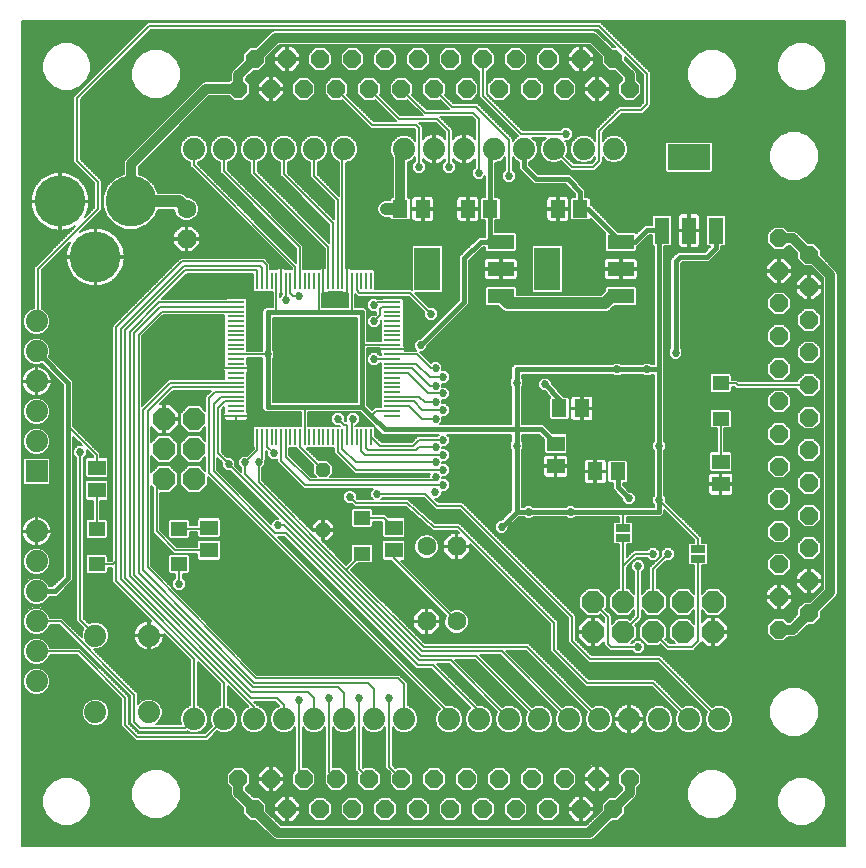
<source format=gtl>
G75*
%MOIN*%
%OFA0B0*%
%FSLAX24Y24*%
%IPPOS*%
%LPD*%
%AMOC8*
5,1,8,0,0,1.08239X$1,22.5*
%
%ADD10R,0.0580X0.0090*%
%ADD11R,0.0090X0.0580*%
%ADD12OC8,0.0600*%
%ADD13C,0.0740*%
%ADD14R,0.0880X0.0480*%
%ADD15R,0.0866X0.1417*%
%ADD16R,0.0480X0.0880*%
%ADD17R,0.1417X0.0866*%
%ADD18R,0.0512X0.0591*%
%ADD19R,0.0591X0.0512*%
%ADD20OC8,0.0630*%
%ADD21C,0.0630*%
%ADD22R,0.0740X0.0740*%
%ADD23OC8,0.0740*%
%ADD24R,0.0551X0.0472*%
%ADD25C,0.1700*%
%ADD26OC8,0.0480*%
%ADD27R,0.0500X0.0250*%
%ADD28C,0.0060*%
%ADD29C,0.0270*%
%ADD30C,0.0160*%
%ADD31C,0.0400*%
%ADD32C,0.0320*%
D10*
X009395Y019640D03*
X009395Y019798D03*
X009395Y019955D03*
X009395Y020113D03*
X009395Y020270D03*
X009395Y020428D03*
X009395Y020585D03*
X009395Y020743D03*
X009395Y020900D03*
X009395Y021058D03*
X009395Y021215D03*
X009395Y021373D03*
X009395Y021530D03*
X009395Y021687D03*
X009395Y021845D03*
X009395Y022002D03*
X009395Y022160D03*
X009395Y022317D03*
X009395Y022475D03*
X009395Y022632D03*
X009395Y022790D03*
X009395Y022947D03*
X009395Y023105D03*
X009395Y023262D03*
X009395Y023420D03*
X014605Y023420D03*
X014605Y023262D03*
X014605Y023105D03*
X014605Y022947D03*
X014605Y022790D03*
X014605Y022632D03*
X014605Y022475D03*
X014605Y022317D03*
X014605Y022160D03*
X014605Y022002D03*
X014605Y021845D03*
X014605Y021687D03*
X014605Y021530D03*
X014605Y021373D03*
X014605Y021215D03*
X014605Y021058D03*
X014605Y020900D03*
X014605Y020743D03*
X014605Y020585D03*
X014605Y020428D03*
X014605Y020270D03*
X014605Y020113D03*
X014605Y019955D03*
X014605Y019798D03*
X014605Y019640D03*
D11*
X013890Y018925D03*
X013732Y018925D03*
X013575Y018925D03*
X013417Y018925D03*
X013260Y018925D03*
X013102Y018925D03*
X012945Y018925D03*
X012787Y018925D03*
X012630Y018925D03*
X012472Y018925D03*
X012315Y018925D03*
X012157Y018925D03*
X012000Y018925D03*
X011843Y018925D03*
X011685Y018925D03*
X011528Y018925D03*
X011370Y018925D03*
X011213Y018925D03*
X011055Y018925D03*
X010898Y018925D03*
X010740Y018925D03*
X010583Y018925D03*
X010425Y018925D03*
X010268Y018925D03*
X010110Y018925D03*
X010110Y024135D03*
X010268Y024135D03*
X010425Y024135D03*
X010583Y024135D03*
X010740Y024135D03*
X010898Y024135D03*
X011055Y024135D03*
X011213Y024135D03*
X011370Y024135D03*
X011528Y024135D03*
X011685Y024135D03*
X011843Y024135D03*
X012000Y024135D03*
X012157Y024135D03*
X012315Y024135D03*
X012472Y024135D03*
X012630Y024135D03*
X012787Y024135D03*
X012945Y024135D03*
X013102Y024135D03*
X013260Y024135D03*
X013417Y024135D03*
X013575Y024135D03*
X013732Y024135D03*
X013890Y024135D03*
D12*
X013830Y030530D03*
X014370Y031530D03*
X014910Y030530D03*
X015460Y031530D03*
X016000Y030530D03*
X016540Y031530D03*
X017090Y030530D03*
X017630Y031530D03*
X018170Y030530D03*
X018720Y031530D03*
X019260Y030530D03*
X019800Y031530D03*
X020350Y030530D03*
X020890Y031530D03*
X021430Y030530D03*
X021980Y031530D03*
X022520Y030530D03*
X027500Y025550D03*
X027500Y024460D03*
X027500Y023380D03*
X027500Y022290D03*
X027500Y021200D03*
X027500Y020120D03*
X027500Y019030D03*
X027500Y017940D03*
X027500Y016860D03*
X027500Y015770D03*
X027500Y014680D03*
X027500Y013600D03*
X027500Y012510D03*
X028500Y013050D03*
X028500Y014140D03*
X028500Y015230D03*
X028500Y016310D03*
X028500Y017400D03*
X028500Y018490D03*
X028500Y019570D03*
X028500Y020660D03*
X028500Y021750D03*
X028500Y022830D03*
X028500Y023920D03*
X028500Y025010D03*
X013280Y031530D03*
X012740Y030530D03*
X012200Y031530D03*
X011650Y030530D03*
X011110Y031530D03*
X010570Y030530D03*
X010020Y031530D03*
X009480Y030530D03*
X009480Y007530D03*
X010020Y006530D03*
X010570Y007530D03*
X011110Y006530D03*
X011650Y007530D03*
X012200Y006530D03*
X012740Y007530D03*
X013280Y006530D03*
X013830Y007530D03*
X014370Y006530D03*
X014910Y007530D03*
X015460Y006530D03*
X016000Y007530D03*
X016540Y006530D03*
X017090Y007530D03*
X017630Y006530D03*
X018170Y007530D03*
X018720Y006530D03*
X019260Y007530D03*
X019800Y006530D03*
X020350Y007530D03*
X020890Y006530D03*
X021430Y007530D03*
X021980Y006530D03*
X022520Y007530D03*
D13*
X022500Y009530D03*
X021500Y009530D03*
X020500Y009530D03*
X019500Y009530D03*
X018500Y009530D03*
X017500Y009530D03*
X016500Y009530D03*
X015000Y009530D03*
X014000Y009530D03*
X013000Y009530D03*
X012000Y009530D03*
X011000Y009530D03*
X010000Y009530D03*
X009000Y009530D03*
X008000Y009530D03*
X006490Y009750D03*
X004710Y009750D03*
X002750Y010780D03*
X002750Y011780D03*
X002750Y012780D03*
X002750Y013780D03*
X002750Y014780D03*
X002750Y015780D03*
X002750Y018780D03*
X002750Y019780D03*
X002750Y020780D03*
X002750Y021780D03*
X002750Y022780D03*
X008000Y028530D03*
X009000Y028530D03*
X010000Y028530D03*
X011000Y028530D03*
X012000Y028530D03*
X013000Y028530D03*
X015000Y028530D03*
X016000Y028530D03*
X017000Y028530D03*
X018000Y028530D03*
X019000Y028530D03*
X020000Y028530D03*
X021000Y028530D03*
X022000Y028530D03*
X006490Y012310D03*
X004710Y012310D03*
X023500Y009530D03*
X024500Y009530D03*
X025500Y009530D03*
D14*
X022220Y023620D03*
X022220Y024530D03*
X022220Y025440D03*
X018220Y025440D03*
X018220Y024530D03*
X018220Y023620D03*
D15*
X019780Y024530D03*
X015780Y024530D03*
D16*
X023590Y025810D03*
X024500Y025810D03*
X025410Y025810D03*
D17*
X024500Y028250D03*
D18*
X020874Y026530D03*
X020126Y026530D03*
X017874Y026530D03*
X017126Y026530D03*
X015624Y026530D03*
X014876Y026530D03*
X020176Y019880D03*
X020924Y019880D03*
X021376Y017780D03*
X022124Y017780D03*
D19*
X020050Y017956D03*
X020050Y018704D03*
X025550Y018104D03*
X025550Y017356D03*
X014650Y015904D03*
X014650Y015156D03*
X008500Y015156D03*
X008500Y015904D03*
X004750Y017156D03*
X004750Y017904D03*
D20*
X007750Y025530D03*
X016750Y015280D03*
X015750Y012780D03*
D21*
X016750Y012780D03*
X015750Y015280D03*
X007750Y026530D03*
D22*
X002750Y017780D03*
D23*
X007000Y017530D03*
X007000Y018530D03*
X007000Y019530D03*
X008000Y019530D03*
X008000Y018530D03*
X008000Y017530D03*
X021300Y013430D03*
X021300Y012430D03*
X022300Y012430D03*
X022300Y013430D03*
X023300Y013430D03*
X024300Y013430D03*
X024300Y012430D03*
X023300Y012430D03*
X025300Y012430D03*
X025300Y013430D03*
D24*
X025550Y019539D03*
X025550Y020721D03*
X013600Y016221D03*
X013600Y015039D03*
X007500Y014689D03*
X007500Y015871D03*
X004750Y015871D03*
X004750Y014689D03*
D25*
X004713Y024930D03*
X005894Y026780D03*
X003531Y026780D03*
D26*
X012300Y017830D03*
X012300Y015830D03*
D27*
X022300Y015892D03*
X022300Y015568D03*
X024800Y015192D03*
X024800Y014868D03*
D28*
X029690Y005280D02*
X002250Y005280D01*
X002250Y032780D01*
X029690Y032780D01*
X029690Y005280D01*
X029690Y005323D02*
X002250Y005323D01*
X002250Y005381D02*
X029690Y005381D01*
X029690Y005440D02*
X002250Y005440D01*
X002250Y005498D02*
X010707Y005498D01*
X010750Y005480D02*
X010658Y005518D01*
X010588Y005588D01*
X010036Y006140D01*
X009858Y006140D01*
X009630Y006368D01*
X009630Y006566D01*
X009268Y006928D01*
X009230Y007020D01*
X009230Y007228D01*
X009090Y007368D01*
X009090Y007692D01*
X009318Y007920D01*
X009642Y007920D01*
X009870Y007692D01*
X009870Y007368D01*
X009730Y007228D01*
X009730Y007174D01*
X009984Y006920D01*
X010182Y006920D01*
X010410Y006692D01*
X010410Y006474D01*
X010904Y005980D01*
X021076Y005980D01*
X021590Y006494D01*
X021590Y006692D01*
X021818Y006920D01*
X022016Y006920D01*
X022270Y007174D01*
X022270Y007228D01*
X022130Y007368D01*
X022130Y007692D01*
X022358Y007920D01*
X022682Y007920D01*
X022910Y007692D01*
X022910Y007368D01*
X022770Y007228D01*
X022770Y007020D01*
X022732Y006928D01*
X022370Y006566D01*
X022370Y006368D01*
X022142Y006140D01*
X021944Y006140D01*
X021322Y005518D01*
X021230Y005480D01*
X010750Y005480D01*
X010620Y005557D02*
X002250Y005557D01*
X002250Y005615D02*
X010561Y005615D01*
X010503Y005674D02*
X002250Y005674D01*
X002250Y005732D02*
X010444Y005732D01*
X010386Y005791D02*
X002250Y005791D01*
X002250Y005849D02*
X010327Y005849D01*
X010269Y005908D02*
X002250Y005908D01*
X002250Y005966D02*
X010210Y005966D01*
X010152Y006025D02*
X004042Y006025D01*
X003911Y005970D02*
X004209Y006093D01*
X004437Y006321D01*
X004560Y006619D01*
X004560Y006941D01*
X004437Y007239D01*
X004209Y007467D01*
X003911Y007590D01*
X003589Y007590D01*
X003291Y007467D01*
X003063Y007239D01*
X002940Y006941D01*
X002940Y006619D01*
X003063Y006321D01*
X003291Y006093D01*
X003589Y005970D01*
X003911Y005970D01*
X004184Y006083D02*
X010093Y006083D01*
X009857Y006142D02*
X004257Y006142D01*
X004315Y006200D02*
X006575Y006200D01*
X006905Y006200D01*
X007210Y006326D01*
X007444Y006560D01*
X007570Y006865D01*
X007570Y007195D01*
X007444Y007500D01*
X007210Y007734D01*
X006905Y007860D01*
X006575Y007860D01*
X006270Y007734D01*
X006036Y007500D01*
X005910Y007195D01*
X005910Y006865D01*
X006036Y006560D01*
X006270Y006326D01*
X006575Y006200D01*
X006434Y006259D02*
X004374Y006259D01*
X004432Y006317D02*
X006292Y006317D01*
X006221Y006376D02*
X004459Y006376D01*
X004483Y006434D02*
X006162Y006434D01*
X006104Y006493D02*
X004508Y006493D01*
X004532Y006551D02*
X006045Y006551D01*
X006016Y006610D02*
X004556Y006610D01*
X004560Y006668D02*
X005992Y006668D01*
X005967Y006727D02*
X004560Y006727D01*
X004560Y006785D02*
X005943Y006785D01*
X005919Y006844D02*
X004560Y006844D01*
X004560Y006902D02*
X005910Y006902D01*
X005910Y006961D02*
X004552Y006961D01*
X004528Y007019D02*
X005910Y007019D01*
X005910Y007078D02*
X004503Y007078D01*
X004479Y007136D02*
X005910Y007136D01*
X005910Y007195D02*
X004455Y007195D01*
X004422Y007253D02*
X005934Y007253D01*
X005958Y007312D02*
X004364Y007312D01*
X004305Y007370D02*
X005982Y007370D01*
X006007Y007429D02*
X004247Y007429D01*
X004160Y007487D02*
X006031Y007487D01*
X006082Y007546D02*
X004018Y007546D01*
X003482Y007546D02*
X002250Y007546D01*
X002250Y007604D02*
X006140Y007604D01*
X006199Y007663D02*
X002250Y007663D01*
X002250Y007721D02*
X006257Y007721D01*
X006381Y007780D02*
X002250Y007780D01*
X002250Y007838D02*
X006522Y007838D01*
X006958Y007838D02*
X009236Y007838D01*
X009178Y007780D02*
X007099Y007780D01*
X007223Y007721D02*
X009119Y007721D01*
X009090Y007663D02*
X007281Y007663D01*
X007340Y007604D02*
X009090Y007604D01*
X009090Y007546D02*
X007398Y007546D01*
X007449Y007487D02*
X009090Y007487D01*
X009090Y007429D02*
X007473Y007429D01*
X007498Y007370D02*
X009090Y007370D01*
X009147Y007312D02*
X007522Y007312D01*
X007546Y007253D02*
X009205Y007253D01*
X009230Y007195D02*
X007570Y007195D01*
X007570Y007136D02*
X009230Y007136D01*
X009230Y007078D02*
X007570Y007078D01*
X007570Y007019D02*
X009231Y007019D01*
X009255Y006961D02*
X007570Y006961D01*
X007570Y006902D02*
X009294Y006902D01*
X009353Y006844D02*
X007561Y006844D01*
X007537Y006785D02*
X009411Y006785D01*
X009470Y006727D02*
X007513Y006727D01*
X007488Y006668D02*
X009528Y006668D01*
X009587Y006610D02*
X007464Y006610D01*
X007435Y006551D02*
X009630Y006551D01*
X009630Y006493D02*
X007376Y006493D01*
X007318Y006434D02*
X009630Y006434D01*
X009630Y006376D02*
X007259Y006376D01*
X007188Y006317D02*
X009681Y006317D01*
X009740Y006259D02*
X007046Y006259D01*
X006905Y006200D02*
X009798Y006200D01*
X010317Y006785D02*
X010757Y006785D01*
X010815Y006844D02*
X010258Y006844D01*
X010200Y006902D02*
X010874Y006902D01*
X010932Y006960D02*
X010680Y006708D01*
X010680Y006560D01*
X011080Y006560D01*
X011080Y006960D01*
X010932Y006960D01*
X011080Y006902D02*
X011140Y006902D01*
X011140Y006960D02*
X011288Y006960D01*
X011540Y006708D01*
X011540Y006560D01*
X011140Y006560D01*
X011140Y006500D01*
X011540Y006500D01*
X011540Y006352D01*
X011288Y006100D01*
X011140Y006100D01*
X011140Y006500D01*
X011080Y006500D01*
X011080Y006100D01*
X010932Y006100D01*
X010680Y006352D01*
X010680Y006500D01*
X011080Y006500D01*
X011080Y006560D01*
X011140Y006560D01*
X011140Y006960D01*
X011140Y006844D02*
X011080Y006844D01*
X011080Y006785D02*
X011140Y006785D01*
X011140Y006727D02*
X011080Y006727D01*
X011080Y006668D02*
X011140Y006668D01*
X011140Y006610D02*
X011080Y006610D01*
X011080Y006551D02*
X010410Y006551D01*
X010410Y006493D02*
X010680Y006493D01*
X010680Y006434D02*
X010450Y006434D01*
X010508Y006376D02*
X010680Y006376D01*
X010715Y006317D02*
X010567Y006317D01*
X010625Y006259D02*
X010773Y006259D01*
X010832Y006200D02*
X010684Y006200D01*
X010742Y006142D02*
X010890Y006142D01*
X010801Y006083D02*
X021179Y006083D01*
X021121Y006025D02*
X010859Y006025D01*
X011080Y006142D02*
X011140Y006142D01*
X011140Y006200D02*
X011080Y006200D01*
X011080Y006259D02*
X011140Y006259D01*
X011140Y006317D02*
X011080Y006317D01*
X011080Y006376D02*
X011140Y006376D01*
X011140Y006434D02*
X011080Y006434D01*
X011080Y006493D02*
X011140Y006493D01*
X011140Y006551D02*
X011810Y006551D01*
X011810Y006493D02*
X011540Y006493D01*
X011540Y006434D02*
X011810Y006434D01*
X011810Y006376D02*
X011540Y006376D01*
X011505Y006317D02*
X011861Y006317D01*
X011810Y006368D02*
X012038Y006140D01*
X012362Y006140D01*
X012590Y006368D01*
X012590Y006692D01*
X012362Y006920D01*
X012038Y006920D01*
X011810Y006692D01*
X011810Y006368D01*
X011920Y006259D02*
X011447Y006259D01*
X011388Y006200D02*
X011978Y006200D01*
X012037Y006142D02*
X011330Y006142D01*
X011540Y006610D02*
X011810Y006610D01*
X011810Y006668D02*
X011540Y006668D01*
X011522Y006727D02*
X011845Y006727D01*
X011903Y006785D02*
X011463Y006785D01*
X011405Y006844D02*
X011962Y006844D01*
X012020Y006902D02*
X011346Y006902D01*
X011488Y007140D02*
X011260Y007368D01*
X011260Y007692D01*
X011380Y007812D01*
X011380Y009259D01*
X011261Y009140D01*
X011091Y009070D01*
X010908Y009070D01*
X010739Y009140D01*
X010610Y009269D01*
X010540Y009438D01*
X010540Y009621D01*
X010610Y009791D01*
X010739Y009920D01*
X010846Y009964D01*
X010700Y010110D01*
X009990Y010110D01*
X010120Y009980D01*
X010120Y009978D01*
X010261Y009920D01*
X010390Y009791D01*
X010460Y009621D01*
X010460Y009438D01*
X010390Y009269D01*
X010261Y009140D01*
X010091Y009070D01*
X009908Y009070D01*
X009739Y009140D01*
X009610Y009269D01*
X009540Y009438D01*
X009540Y009621D01*
X009610Y009791D01*
X009739Y009920D01*
X009811Y009950D01*
X009120Y010640D01*
X009120Y009978D01*
X009261Y009920D01*
X009390Y009791D01*
X009460Y009621D01*
X009460Y009438D01*
X009390Y009269D01*
X009261Y009140D01*
X009091Y009070D01*
X008908Y009070D01*
X008768Y009128D01*
X008450Y008810D01*
X006050Y008810D01*
X005980Y008880D01*
X005580Y009280D01*
X005580Y010180D01*
X004100Y011660D01*
X003198Y011660D01*
X003140Y011519D01*
X003011Y011390D01*
X002841Y011320D01*
X002658Y011320D01*
X002489Y011390D01*
X002360Y011519D01*
X002290Y011688D01*
X002290Y011871D01*
X002360Y012041D01*
X002489Y012170D01*
X002658Y012240D01*
X002841Y012240D01*
X003011Y012170D01*
X003140Y012041D01*
X003198Y011900D01*
X004200Y011900D01*
X005750Y010350D01*
X005820Y010280D01*
X005820Y009380D01*
X006150Y009050D01*
X008350Y009050D01*
X008598Y009298D01*
X008540Y009438D01*
X008540Y009621D01*
X008610Y009791D01*
X008739Y009920D01*
X008880Y009978D01*
X008880Y010680D01*
X008120Y011440D01*
X008120Y009978D01*
X008261Y009920D01*
X008390Y009791D01*
X008460Y009621D01*
X008460Y009438D01*
X008390Y009269D01*
X008261Y009140D01*
X008091Y009070D01*
X007908Y009070D01*
X007768Y009128D01*
X007750Y009110D01*
X006150Y009110D01*
X006080Y009180D01*
X005880Y009380D01*
X005880Y010280D01*
X003500Y012660D01*
X003198Y012660D01*
X003140Y012519D01*
X003011Y012390D01*
X002841Y012320D01*
X002658Y012320D01*
X002489Y012390D01*
X002360Y012519D01*
X002290Y012688D01*
X002290Y012871D01*
X002360Y013041D01*
X002489Y013170D01*
X002658Y013240D01*
X002841Y013240D01*
X003011Y013170D01*
X003140Y013041D01*
X003198Y012900D01*
X003600Y012900D01*
X004250Y012250D01*
X004250Y012401D01*
X004099Y012401D01*
X004157Y012343D02*
X004250Y012343D01*
X004250Y012401D02*
X004311Y012549D01*
X004150Y012710D01*
X004080Y012780D01*
X004080Y018232D01*
X003975Y018337D01*
X003975Y018523D01*
X004107Y018655D01*
X004255Y018655D01*
X003970Y018940D01*
X003970Y014160D01*
X003870Y014060D01*
X003420Y013610D01*
X003177Y013610D01*
X003140Y013519D01*
X003011Y013390D01*
X002841Y013320D01*
X002658Y013320D01*
X002489Y013390D01*
X002360Y013519D01*
X002290Y013688D01*
X002250Y013688D01*
X002290Y013688D02*
X002290Y013871D01*
X002360Y014041D01*
X002489Y014170D01*
X002658Y014240D01*
X002841Y014240D01*
X003011Y014170D01*
X003140Y014041D01*
X003177Y013950D01*
X003280Y013950D01*
X003630Y014300D01*
X003630Y020660D01*
X002932Y021358D01*
X002841Y021320D01*
X002658Y021320D01*
X002489Y021390D01*
X002360Y021519D01*
X002290Y021688D01*
X002290Y021871D01*
X002360Y022041D01*
X002489Y022170D01*
X002658Y022240D01*
X002841Y022240D01*
X003011Y022170D01*
X003140Y022041D01*
X003210Y021871D01*
X003210Y021688D01*
X003172Y021598D01*
X003970Y020800D01*
X003970Y019280D01*
X004870Y018380D01*
X004870Y018250D01*
X005083Y018250D01*
X005135Y018197D01*
X005135Y017611D01*
X005083Y017558D01*
X004417Y017558D01*
X004365Y017611D01*
X004365Y018197D01*
X004417Y018250D01*
X004630Y018250D01*
X004630Y018280D01*
X004425Y018485D01*
X004425Y018485D01*
X004425Y018337D01*
X004320Y018232D01*
X004320Y012880D01*
X004485Y012715D01*
X004618Y012770D01*
X004801Y012770D01*
X004971Y012700D01*
X005100Y012571D01*
X005170Y012401D01*
X005998Y012401D01*
X006002Y012427D02*
X005990Y012349D01*
X005990Y012340D01*
X006460Y012340D01*
X006460Y012810D01*
X006451Y012810D01*
X006373Y012798D01*
X006298Y012773D01*
X006228Y012738D01*
X006164Y012691D01*
X006109Y012636D01*
X006062Y012572D01*
X006027Y012502D01*
X006002Y012427D01*
X006013Y012460D02*
X005146Y012460D01*
X005122Y012518D02*
X006035Y012518D01*
X006066Y012577D02*
X005094Y012577D01*
X005036Y012635D02*
X006108Y012635D01*
X006167Y012694D02*
X004977Y012694D01*
X004845Y012752D02*
X006256Y012752D01*
X006460Y012752D02*
X006520Y012752D01*
X006520Y012810D02*
X006520Y012340D01*
X006990Y012340D01*
X006990Y012349D01*
X006986Y012374D01*
X007880Y011480D01*
X007880Y009978D01*
X007739Y009920D01*
X007610Y009791D01*
X007540Y009621D01*
X007540Y009438D01*
X007577Y009350D01*
X006726Y009350D01*
X006751Y009360D01*
X006880Y009489D01*
X006950Y009658D01*
X006950Y009841D01*
X006880Y010011D01*
X006751Y010140D01*
X006581Y010210D01*
X006398Y010210D01*
X006229Y010140D01*
X006120Y010031D01*
X006120Y010380D01*
X006050Y010450D01*
X004650Y011850D01*
X004801Y011850D01*
X004971Y011920D01*
X005100Y012049D01*
X005170Y012218D01*
X005170Y012401D01*
X005170Y012343D02*
X005990Y012343D01*
X005990Y012280D02*
X005990Y012271D01*
X006002Y012193D01*
X006027Y012118D01*
X006062Y012048D01*
X006109Y011984D01*
X006164Y011929D01*
X006228Y011882D01*
X006298Y011847D01*
X006373Y011822D01*
X006451Y011810D01*
X006460Y011810D01*
X006460Y012280D01*
X006520Y012280D01*
X006520Y012340D01*
X006460Y012340D01*
X006460Y012280D01*
X005990Y012280D01*
X005997Y012226D02*
X005170Y012226D01*
X005170Y012284D02*
X006460Y012284D01*
X006460Y012226D02*
X006520Y012226D01*
X006520Y012280D02*
X006520Y011810D01*
X006529Y011810D01*
X006607Y011822D01*
X006682Y011847D01*
X006752Y011882D01*
X006816Y011929D01*
X006871Y011984D01*
X006918Y012048D01*
X006953Y012118D01*
X006978Y012193D01*
X006990Y012271D01*
X006990Y012280D01*
X006520Y012280D01*
X006520Y012284D02*
X007076Y012284D01*
X007018Y012343D02*
X006990Y012343D01*
X006983Y012226D02*
X007135Y012226D01*
X007193Y012167D02*
X006969Y012167D01*
X006949Y012109D02*
X007252Y012109D01*
X007310Y012050D02*
X006919Y012050D01*
X006877Y011992D02*
X007369Y011992D01*
X007427Y011933D02*
X006820Y011933D01*
X006737Y011875D02*
X007486Y011875D01*
X007544Y011816D02*
X006567Y011816D01*
X006520Y011816D02*
X006460Y011816D01*
X006413Y011816D02*
X004684Y011816D01*
X004742Y011758D02*
X007603Y011758D01*
X007661Y011699D02*
X004801Y011699D01*
X004859Y011641D02*
X007720Y011641D01*
X007778Y011582D02*
X004918Y011582D01*
X004976Y011524D02*
X007837Y011524D01*
X007880Y011465D02*
X005035Y011465D01*
X005093Y011407D02*
X007880Y011407D01*
X007880Y011348D02*
X005152Y011348D01*
X005210Y011290D02*
X007880Y011290D01*
X007880Y011231D02*
X005269Y011231D01*
X005327Y011173D02*
X007880Y011173D01*
X007880Y011114D02*
X005386Y011114D01*
X005444Y011056D02*
X007880Y011056D01*
X007880Y010997D02*
X005503Y010997D01*
X005561Y010939D02*
X007880Y010939D01*
X007880Y010880D02*
X005620Y010880D01*
X005678Y010822D02*
X007880Y010822D01*
X007880Y010763D02*
X005737Y010763D01*
X005795Y010705D02*
X007880Y010705D01*
X007880Y010646D02*
X005854Y010646D01*
X005912Y010588D02*
X007880Y010588D01*
X007880Y010529D02*
X005971Y010529D01*
X006029Y010471D02*
X007880Y010471D01*
X007880Y010412D02*
X006088Y010412D01*
X006120Y010354D02*
X007880Y010354D01*
X007880Y010295D02*
X006120Y010295D01*
X006120Y010237D02*
X007880Y010237D01*
X007880Y010178D02*
X006659Y010178D01*
X006771Y010120D02*
X007880Y010120D01*
X007880Y010061D02*
X006830Y010061D01*
X006883Y010003D02*
X007880Y010003D01*
X007797Y009944D02*
X006908Y009944D01*
X006932Y009886D02*
X007705Y009886D01*
X007646Y009827D02*
X006950Y009827D01*
X006950Y009769D02*
X007601Y009769D01*
X007577Y009710D02*
X006950Y009710D01*
X006947Y009652D02*
X007552Y009652D01*
X007540Y009593D02*
X006923Y009593D01*
X006899Y009535D02*
X007540Y009535D01*
X007540Y009476D02*
X006867Y009476D01*
X006808Y009418D02*
X007549Y009418D01*
X007573Y009359D02*
X006748Y009359D01*
X006200Y009230D02*
X007700Y009230D01*
X008000Y009530D01*
X008000Y011530D01*
X005400Y014130D01*
X005400Y014780D01*
X005309Y014689D01*
X004750Y014689D01*
X004384Y014683D02*
X004320Y014683D01*
X004320Y014741D02*
X004384Y014741D01*
X004384Y014800D02*
X004320Y014800D01*
X004320Y014858D02*
X004384Y014858D01*
X004384Y014917D02*
X004320Y014917D01*
X004320Y014975D02*
X004397Y014975D01*
X004384Y014963D02*
X004384Y014416D01*
X004437Y014363D01*
X005063Y014363D01*
X005116Y014416D01*
X005116Y014569D01*
X005280Y014569D01*
X005280Y014080D01*
X005350Y014010D01*
X006554Y012806D01*
X006529Y012810D01*
X006520Y012810D01*
X006550Y012811D02*
X004389Y012811D01*
X004331Y012869D02*
X006491Y012869D01*
X006433Y012928D02*
X004320Y012928D01*
X004320Y012986D02*
X006374Y012986D01*
X006316Y013045D02*
X004320Y013045D01*
X004320Y013103D02*
X006257Y013103D01*
X006199Y013162D02*
X004320Y013162D01*
X004320Y013220D02*
X006140Y013220D01*
X006082Y013279D02*
X004320Y013279D01*
X004320Y013337D02*
X006023Y013337D01*
X005965Y013396D02*
X004320Y013396D01*
X004320Y013454D02*
X005906Y013454D01*
X005848Y013513D02*
X004320Y013513D01*
X004320Y013571D02*
X005789Y013571D01*
X005731Y013630D02*
X004320Y013630D01*
X004320Y013688D02*
X005672Y013688D01*
X005614Y013747D02*
X004320Y013747D01*
X004320Y013805D02*
X005555Y013805D01*
X005497Y013864D02*
X004320Y013864D01*
X004320Y013922D02*
X005438Y013922D01*
X005380Y013981D02*
X004320Y013981D01*
X004320Y014039D02*
X005321Y014039D01*
X005280Y014098D02*
X004320Y014098D01*
X004320Y014156D02*
X005280Y014156D01*
X005280Y014215D02*
X004320Y014215D01*
X004320Y014273D02*
X005280Y014273D01*
X005280Y014332D02*
X004320Y014332D01*
X004320Y014390D02*
X004410Y014390D01*
X004384Y014449D02*
X004320Y014449D01*
X004320Y014507D02*
X004384Y014507D01*
X004384Y014566D02*
X004320Y014566D01*
X004320Y014624D02*
X004384Y014624D01*
X004080Y014624D02*
X003970Y014624D01*
X003970Y014566D02*
X004080Y014566D01*
X004080Y014507D02*
X003970Y014507D01*
X003970Y014449D02*
X004080Y014449D01*
X004080Y014390D02*
X003970Y014390D01*
X003970Y014332D02*
X004080Y014332D01*
X004080Y014273D02*
X003970Y014273D01*
X003970Y014215D02*
X004080Y014215D01*
X004080Y014156D02*
X003966Y014156D01*
X003908Y014098D02*
X004080Y014098D01*
X004080Y014039D02*
X003849Y014039D01*
X003791Y013981D02*
X004080Y013981D01*
X004080Y013922D02*
X003732Y013922D01*
X003674Y013864D02*
X004080Y013864D01*
X004080Y013805D02*
X003615Y013805D01*
X003557Y013747D02*
X004080Y013747D01*
X004080Y013688D02*
X003498Y013688D01*
X003440Y013630D02*
X004080Y013630D01*
X004080Y013571D02*
X003161Y013571D01*
X003133Y013513D02*
X004080Y013513D01*
X004080Y013454D02*
X003075Y013454D01*
X003016Y013396D02*
X004080Y013396D01*
X004080Y013337D02*
X002883Y013337D01*
X002890Y013220D02*
X004080Y013220D01*
X004080Y013162D02*
X003019Y013162D01*
X003078Y013103D02*
X004080Y013103D01*
X004080Y013045D02*
X003136Y013045D01*
X003163Y012986D02*
X004080Y012986D01*
X004080Y012928D02*
X003187Y012928D01*
X003188Y012635D02*
X003525Y012635D01*
X003584Y012577D02*
X003164Y012577D01*
X003139Y012518D02*
X003642Y012518D01*
X003701Y012460D02*
X003080Y012460D01*
X003022Y012401D02*
X003759Y012401D01*
X003818Y012343D02*
X002896Y012343D01*
X002876Y012226D02*
X003935Y012226D01*
X003876Y012284D02*
X002250Y012284D01*
X002250Y012226D02*
X002624Y012226D01*
X002604Y012343D02*
X002250Y012343D01*
X002250Y012401D02*
X002478Y012401D01*
X002420Y012460D02*
X002250Y012460D01*
X002250Y012518D02*
X002361Y012518D01*
X002336Y012577D02*
X002250Y012577D01*
X002250Y012635D02*
X002312Y012635D01*
X002290Y012694D02*
X002250Y012694D01*
X002250Y012752D02*
X002290Y012752D01*
X002290Y012811D02*
X002250Y012811D01*
X002250Y012869D02*
X002290Y012869D01*
X002313Y012928D02*
X002250Y012928D01*
X002250Y012986D02*
X002337Y012986D01*
X002364Y013045D02*
X002250Y013045D01*
X002250Y013103D02*
X002422Y013103D01*
X002481Y013162D02*
X002250Y013162D01*
X002250Y013220D02*
X002610Y013220D01*
X002617Y013337D02*
X002250Y013337D01*
X002250Y013279D02*
X004080Y013279D01*
X004080Y012869D02*
X003631Y012869D01*
X003689Y012811D02*
X004080Y012811D01*
X004108Y012752D02*
X003748Y012752D01*
X003806Y012694D02*
X004167Y012694D01*
X004225Y012635D02*
X003865Y012635D01*
X003923Y012577D02*
X004284Y012577D01*
X004298Y012518D02*
X003982Y012518D01*
X004040Y012460D02*
X004274Y012460D01*
X004250Y012284D02*
X004216Y012284D01*
X004052Y012109D02*
X003072Y012109D01*
X003014Y012167D02*
X003993Y012167D01*
X004110Y012050D02*
X003131Y012050D01*
X003160Y011992D02*
X004169Y011992D01*
X004227Y011933D02*
X003185Y011933D01*
X003190Y011641D02*
X004120Y011641D01*
X004178Y011582D02*
X003166Y011582D01*
X003142Y011524D02*
X004237Y011524D01*
X004295Y011465D02*
X003086Y011465D01*
X003027Y011407D02*
X004354Y011407D01*
X004412Y011348D02*
X002909Y011348D01*
X002863Y011231D02*
X004529Y011231D01*
X004471Y011290D02*
X002250Y011290D01*
X002250Y011348D02*
X002591Y011348D01*
X002637Y011231D02*
X002250Y011231D01*
X002250Y011173D02*
X002496Y011173D01*
X002489Y011170D02*
X002360Y011041D01*
X002290Y010871D01*
X002290Y010688D01*
X002360Y010519D01*
X002489Y010390D01*
X002658Y010320D01*
X002841Y010320D01*
X003011Y010390D01*
X003140Y010519D01*
X003210Y010688D01*
X003210Y010871D01*
X003140Y011041D01*
X003011Y011170D01*
X002841Y011240D01*
X002658Y011240D01*
X002489Y011170D01*
X002433Y011114D02*
X002250Y011114D01*
X002250Y011056D02*
X002375Y011056D01*
X002342Y010997D02*
X002250Y010997D01*
X002250Y010939D02*
X002318Y010939D01*
X002294Y010880D02*
X002250Y010880D01*
X002250Y010822D02*
X002290Y010822D01*
X002290Y010763D02*
X002250Y010763D01*
X002250Y010705D02*
X002290Y010705D01*
X002308Y010646D02*
X002250Y010646D01*
X002250Y010588D02*
X002332Y010588D01*
X002356Y010529D02*
X002250Y010529D01*
X002250Y010471D02*
X002409Y010471D01*
X002467Y010412D02*
X002250Y010412D01*
X002250Y010354D02*
X002578Y010354D01*
X002250Y010295D02*
X005465Y010295D01*
X005407Y010354D02*
X002922Y010354D01*
X003033Y010412D02*
X005348Y010412D01*
X005290Y010471D02*
X003091Y010471D01*
X003144Y010529D02*
X005231Y010529D01*
X005173Y010588D02*
X003168Y010588D01*
X003192Y010646D02*
X005114Y010646D01*
X005056Y010705D02*
X003210Y010705D01*
X003210Y010763D02*
X004997Y010763D01*
X004939Y010822D02*
X003210Y010822D01*
X003206Y010880D02*
X004880Y010880D01*
X004822Y010939D02*
X003182Y010939D01*
X003158Y010997D02*
X004763Y010997D01*
X004705Y011056D02*
X003125Y011056D01*
X003067Y011114D02*
X004646Y011114D01*
X004588Y011173D02*
X003004Y011173D01*
X002750Y011780D02*
X004150Y011780D01*
X005700Y010230D01*
X005700Y009330D01*
X006100Y008930D01*
X008400Y008930D01*
X009000Y009530D01*
X009000Y010730D01*
X005550Y014180D01*
X005550Y022530D01*
X007650Y024630D01*
X010200Y024630D01*
X010268Y024562D01*
X010268Y024135D01*
X010425Y024135D02*
X010425Y024655D01*
X010300Y024780D01*
X007600Y024780D01*
X005400Y022580D01*
X005400Y014780D01*
X005280Y014830D02*
X005260Y014809D01*
X005116Y014809D01*
X005116Y014963D01*
X005063Y015016D01*
X004437Y015016D01*
X004384Y014963D01*
X004320Y015034D02*
X005280Y015034D01*
X005280Y015092D02*
X004320Y015092D01*
X004320Y015151D02*
X005280Y015151D01*
X005280Y015209D02*
X004320Y015209D01*
X004320Y015268D02*
X005280Y015268D01*
X005280Y015326D02*
X004320Y015326D01*
X004320Y015385D02*
X005280Y015385D01*
X005280Y015443D02*
X004320Y015443D01*
X004320Y015502D02*
X005280Y015502D01*
X005280Y015560D02*
X005079Y015560D01*
X005063Y015544D02*
X005116Y015597D01*
X005116Y016144D01*
X005063Y016197D01*
X004870Y016197D01*
X004870Y016810D01*
X005083Y016810D01*
X005135Y016863D01*
X005135Y017449D01*
X005083Y017502D01*
X004417Y017502D01*
X004365Y017449D01*
X004365Y016863D01*
X004417Y016810D01*
X004630Y016810D01*
X004630Y016197D01*
X004437Y016197D01*
X004384Y016144D01*
X004384Y015597D01*
X004437Y015544D01*
X005063Y015544D01*
X005116Y015619D02*
X005280Y015619D01*
X005280Y015677D02*
X005116Y015677D01*
X005116Y015736D02*
X005280Y015736D01*
X005280Y015794D02*
X005116Y015794D01*
X005116Y015853D02*
X005280Y015853D01*
X005280Y015911D02*
X005116Y015911D01*
X005116Y015970D02*
X005280Y015970D01*
X005280Y016028D02*
X005116Y016028D01*
X005116Y016087D02*
X005280Y016087D01*
X005280Y016145D02*
X005115Y016145D01*
X005280Y016204D02*
X004870Y016204D01*
X004870Y016262D02*
X005280Y016262D01*
X005280Y016321D02*
X004870Y016321D01*
X004870Y016379D02*
X005280Y016379D01*
X005280Y016438D02*
X004870Y016438D01*
X004870Y016496D02*
X005280Y016496D01*
X005280Y016555D02*
X004870Y016555D01*
X004870Y016613D02*
X005280Y016613D01*
X005280Y016672D02*
X004870Y016672D01*
X004870Y016730D02*
X005280Y016730D01*
X005280Y016789D02*
X004870Y016789D01*
X004630Y016789D02*
X004320Y016789D01*
X004320Y016847D02*
X004380Y016847D01*
X004365Y016906D02*
X004320Y016906D01*
X004320Y016964D02*
X004365Y016964D01*
X004365Y017023D02*
X004320Y017023D01*
X004320Y017081D02*
X004365Y017081D01*
X004365Y017140D02*
X004320Y017140D01*
X004320Y017198D02*
X004365Y017198D01*
X004365Y017257D02*
X004320Y017257D01*
X004320Y017315D02*
X004365Y017315D01*
X004365Y017374D02*
X004320Y017374D01*
X004320Y017432D02*
X004365Y017432D01*
X004406Y017491D02*
X004320Y017491D01*
X004320Y017549D02*
X005280Y017549D01*
X005280Y017491D02*
X005094Y017491D01*
X005135Y017432D02*
X005280Y017432D01*
X005280Y017374D02*
X005135Y017374D01*
X005135Y017315D02*
X005280Y017315D01*
X005280Y017257D02*
X005135Y017257D01*
X005135Y017198D02*
X005280Y017198D01*
X005280Y017140D02*
X005135Y017140D01*
X005135Y017081D02*
X005280Y017081D01*
X005280Y017023D02*
X005135Y017023D01*
X005135Y016964D02*
X005280Y016964D01*
X005280Y016906D02*
X005135Y016906D01*
X005120Y016847D02*
X005280Y016847D01*
X004750Y017156D02*
X004750Y015871D01*
X004630Y016204D02*
X004320Y016204D01*
X004320Y016262D02*
X004630Y016262D01*
X004630Y016321D02*
X004320Y016321D01*
X004320Y016379D02*
X004630Y016379D01*
X004630Y016438D02*
X004320Y016438D01*
X004320Y016496D02*
X004630Y016496D01*
X004630Y016555D02*
X004320Y016555D01*
X004320Y016613D02*
X004630Y016613D01*
X004630Y016672D02*
X004320Y016672D01*
X004320Y016730D02*
X004630Y016730D01*
X004080Y016730D02*
X003970Y016730D01*
X003970Y016672D02*
X004080Y016672D01*
X004080Y016613D02*
X003970Y016613D01*
X003970Y016555D02*
X004080Y016555D01*
X004080Y016496D02*
X003970Y016496D01*
X003970Y016438D02*
X004080Y016438D01*
X004080Y016379D02*
X003970Y016379D01*
X003970Y016321D02*
X004080Y016321D01*
X004080Y016262D02*
X003970Y016262D01*
X003970Y016204D02*
X004080Y016204D01*
X004080Y016145D02*
X003970Y016145D01*
X003970Y016087D02*
X004080Y016087D01*
X004080Y016028D02*
X003970Y016028D01*
X003970Y015970D02*
X004080Y015970D01*
X004080Y015911D02*
X003970Y015911D01*
X003970Y015853D02*
X004080Y015853D01*
X004080Y015794D02*
X003970Y015794D01*
X003970Y015736D02*
X004080Y015736D01*
X004080Y015677D02*
X003970Y015677D01*
X003970Y015619D02*
X004080Y015619D01*
X004080Y015560D02*
X003970Y015560D01*
X003970Y015502D02*
X004080Y015502D01*
X004080Y015443D02*
X003970Y015443D01*
X003970Y015385D02*
X004080Y015385D01*
X004080Y015326D02*
X003970Y015326D01*
X003970Y015268D02*
X004080Y015268D01*
X004080Y015209D02*
X003970Y015209D01*
X003970Y015151D02*
X004080Y015151D01*
X004080Y015092D02*
X003970Y015092D01*
X003970Y015034D02*
X004080Y015034D01*
X004080Y014975D02*
X003970Y014975D01*
X003970Y014917D02*
X004080Y014917D01*
X004080Y014858D02*
X003970Y014858D01*
X003970Y014800D02*
X004080Y014800D01*
X004080Y014741D02*
X003970Y014741D01*
X003970Y014683D02*
X004080Y014683D01*
X003630Y014683D02*
X003208Y014683D01*
X003210Y014688D02*
X003140Y014519D01*
X003011Y014390D01*
X003630Y014390D01*
X003630Y014332D02*
X002869Y014332D01*
X002841Y014320D02*
X003011Y014390D01*
X003069Y014449D02*
X003630Y014449D01*
X003630Y014507D02*
X003128Y014507D01*
X003159Y014566D02*
X003630Y014566D01*
X003630Y014624D02*
X003183Y014624D01*
X003210Y014688D02*
X003210Y014871D01*
X003140Y015041D01*
X003011Y015170D01*
X002841Y015240D01*
X002658Y015240D01*
X002489Y015170D01*
X002360Y015041D01*
X002290Y014871D01*
X002290Y014688D01*
X002360Y014519D01*
X002489Y014390D01*
X002250Y014390D01*
X002250Y014332D02*
X002631Y014332D01*
X002658Y014320D02*
X002841Y014320D01*
X002903Y014215D02*
X003544Y014215D01*
X003603Y014273D02*
X002250Y014273D01*
X002250Y014215D02*
X002597Y014215D01*
X002658Y014320D02*
X002489Y014390D01*
X002431Y014449D02*
X002250Y014449D01*
X002250Y014507D02*
X002372Y014507D01*
X002341Y014566D02*
X002250Y014566D01*
X002250Y014624D02*
X002317Y014624D01*
X002292Y014683D02*
X002250Y014683D01*
X002250Y014741D02*
X002290Y014741D01*
X002290Y014800D02*
X002250Y014800D01*
X002250Y014858D02*
X002290Y014858D01*
X002309Y014917D02*
X002250Y014917D01*
X002250Y014975D02*
X002333Y014975D01*
X002357Y015034D02*
X002250Y015034D01*
X002250Y015092D02*
X002412Y015092D01*
X002470Y015151D02*
X002250Y015151D01*
X002250Y015209D02*
X002584Y015209D01*
X002633Y015292D02*
X002711Y015280D01*
X002720Y015280D01*
X002720Y015750D01*
X002780Y015750D01*
X002780Y015810D01*
X003250Y015810D01*
X003250Y015819D01*
X003238Y015897D01*
X003213Y015972D01*
X003178Y016042D01*
X003131Y016106D01*
X003076Y016161D01*
X003012Y016208D01*
X002942Y016243D01*
X002867Y016268D01*
X002789Y016280D01*
X002780Y016280D01*
X002780Y015810D01*
X002720Y015810D01*
X002720Y016280D01*
X002711Y016280D01*
X002633Y016268D01*
X002558Y016243D01*
X002488Y016208D01*
X002424Y016161D01*
X002369Y016106D01*
X002322Y016042D01*
X002287Y015972D01*
X002262Y015897D01*
X002250Y015819D01*
X002250Y015810D01*
X002720Y015810D01*
X002720Y015750D01*
X002250Y015750D01*
X002250Y015741D01*
X002262Y015663D01*
X002287Y015588D01*
X002322Y015518D01*
X002369Y015454D01*
X002424Y015399D01*
X002488Y015352D01*
X002558Y015317D01*
X002633Y015292D01*
X002720Y015326D02*
X002780Y015326D01*
X002780Y015280D02*
X002789Y015280D01*
X002867Y015292D01*
X002942Y015317D01*
X003012Y015352D01*
X003076Y015399D01*
X003131Y015454D01*
X003178Y015518D01*
X003213Y015588D01*
X003238Y015663D01*
X003250Y015741D01*
X003250Y015750D01*
X002780Y015750D01*
X002780Y015280D01*
X002780Y015385D02*
X002720Y015385D01*
X002720Y015443D02*
X002780Y015443D01*
X002780Y015502D02*
X002720Y015502D01*
X002720Y015560D02*
X002780Y015560D01*
X002780Y015619D02*
X002720Y015619D01*
X002720Y015677D02*
X002780Y015677D01*
X002780Y015736D02*
X002720Y015736D01*
X002720Y015794D02*
X002250Y015794D01*
X002250Y015736D02*
X002251Y015736D01*
X002250Y015677D02*
X002260Y015677D01*
X002250Y015619D02*
X002277Y015619D01*
X002301Y015560D02*
X002250Y015560D01*
X002250Y015502D02*
X002334Y015502D01*
X002380Y015443D02*
X002250Y015443D01*
X002250Y015385D02*
X002444Y015385D01*
X002540Y015326D02*
X002250Y015326D01*
X002250Y015268D02*
X003630Y015268D01*
X003630Y015326D02*
X002960Y015326D01*
X003056Y015385D02*
X003630Y015385D01*
X003630Y015443D02*
X003120Y015443D01*
X003166Y015502D02*
X003630Y015502D01*
X003630Y015560D02*
X003199Y015560D01*
X003223Y015619D02*
X003630Y015619D01*
X003630Y015677D02*
X003240Y015677D01*
X003249Y015736D02*
X003630Y015736D01*
X003630Y015794D02*
X002780Y015794D01*
X002780Y015853D02*
X002720Y015853D01*
X002720Y015911D02*
X002780Y015911D01*
X002780Y015970D02*
X002720Y015970D01*
X002720Y016028D02*
X002780Y016028D01*
X002780Y016087D02*
X002720Y016087D01*
X002720Y016145D02*
X002780Y016145D01*
X002780Y016204D02*
X002720Y016204D01*
X002720Y016262D02*
X002780Y016262D01*
X002884Y016262D02*
X003630Y016262D01*
X003630Y016204D02*
X003018Y016204D01*
X003092Y016145D02*
X003630Y016145D01*
X003630Y016087D02*
X003145Y016087D01*
X003185Y016028D02*
X003630Y016028D01*
X003630Y015970D02*
X003214Y015970D01*
X003233Y015911D02*
X003630Y015911D01*
X003630Y015853D02*
X003245Y015853D01*
X003630Y016321D02*
X002250Y016321D01*
X002250Y016379D02*
X003630Y016379D01*
X003630Y016438D02*
X002250Y016438D01*
X002250Y016496D02*
X003630Y016496D01*
X003630Y016555D02*
X002250Y016555D01*
X002250Y016613D02*
X003630Y016613D01*
X003630Y016672D02*
X002250Y016672D01*
X002250Y016730D02*
X003630Y016730D01*
X003630Y016789D02*
X002250Y016789D01*
X002250Y016847D02*
X003630Y016847D01*
X003630Y016906D02*
X002250Y016906D01*
X002250Y016964D02*
X003630Y016964D01*
X003630Y017023D02*
X002250Y017023D01*
X002250Y017081D02*
X003630Y017081D01*
X003630Y017140D02*
X002250Y017140D01*
X002250Y017198D02*
X003630Y017198D01*
X003630Y017257D02*
X002250Y017257D01*
X002250Y017315D02*
X003630Y017315D01*
X003630Y017374D02*
X003210Y017374D01*
X003210Y017373D02*
X003210Y018187D01*
X003157Y018240D01*
X002343Y018240D01*
X002290Y018187D01*
X002290Y017373D01*
X002343Y017320D01*
X003157Y017320D01*
X003210Y017373D01*
X003210Y017432D02*
X003630Y017432D01*
X003630Y017491D02*
X003210Y017491D01*
X003210Y017549D02*
X003630Y017549D01*
X003630Y017608D02*
X003210Y017608D01*
X003210Y017666D02*
X003630Y017666D01*
X003630Y017725D02*
X003210Y017725D01*
X003210Y017783D02*
X003630Y017783D01*
X003630Y017842D02*
X003210Y017842D01*
X003210Y017900D02*
X003630Y017900D01*
X003630Y017959D02*
X003210Y017959D01*
X003210Y018017D02*
X003630Y018017D01*
X003630Y018076D02*
X003210Y018076D01*
X003210Y018134D02*
X003630Y018134D01*
X003630Y018193D02*
X003205Y018193D01*
X003011Y018390D02*
X002841Y018320D01*
X002658Y018320D01*
X002489Y018390D01*
X002360Y018519D01*
X002290Y018688D01*
X002290Y018871D01*
X002360Y019041D01*
X002489Y019170D01*
X002658Y019240D01*
X002841Y019240D01*
X003011Y019170D01*
X003140Y019041D01*
X003210Y018871D01*
X003210Y018688D01*
X003140Y018519D01*
X003011Y018390D01*
X003047Y018427D02*
X003630Y018427D01*
X003630Y018485D02*
X003106Y018485D01*
X003150Y018544D02*
X003630Y018544D01*
X003630Y018602D02*
X003174Y018602D01*
X003198Y018661D02*
X003630Y018661D01*
X003630Y018719D02*
X003210Y018719D01*
X003210Y018778D02*
X003630Y018778D01*
X003630Y018836D02*
X003210Y018836D01*
X003200Y018895D02*
X003630Y018895D01*
X003630Y018953D02*
X003176Y018953D01*
X003152Y019012D02*
X003630Y019012D01*
X003630Y019070D02*
X003110Y019070D01*
X003052Y019129D02*
X003630Y019129D01*
X003630Y019187D02*
X002969Y019187D01*
X002944Y019363D02*
X003630Y019363D01*
X003630Y019421D02*
X003042Y019421D01*
X003011Y019390D02*
X003140Y019519D01*
X003210Y019688D01*
X003210Y019871D01*
X003140Y020041D01*
X003011Y020170D01*
X002841Y020240D01*
X002658Y020240D01*
X002489Y020170D01*
X002360Y020041D01*
X002290Y019871D01*
X002290Y019688D01*
X002360Y019519D01*
X002489Y019390D01*
X002658Y019320D01*
X002841Y019320D01*
X003011Y019390D01*
X003100Y019480D02*
X003630Y019480D01*
X003630Y019538D02*
X003148Y019538D01*
X003172Y019597D02*
X003630Y019597D01*
X003630Y019655D02*
X003196Y019655D01*
X003210Y019714D02*
X003630Y019714D01*
X003630Y019772D02*
X003210Y019772D01*
X003210Y019831D02*
X003630Y019831D01*
X003630Y019889D02*
X003203Y019889D01*
X003178Y019948D02*
X003630Y019948D01*
X003630Y020006D02*
X003154Y020006D01*
X003116Y020065D02*
X003630Y020065D01*
X003630Y020123D02*
X003057Y020123D01*
X002983Y020182D02*
X003630Y020182D01*
X003630Y020240D02*
X002250Y020240D01*
X002250Y020182D02*
X002517Y020182D01*
X002443Y020123D02*
X002250Y020123D01*
X002250Y020065D02*
X002384Y020065D01*
X002346Y020006D02*
X002250Y020006D01*
X002250Y019948D02*
X002322Y019948D01*
X002297Y019889D02*
X002250Y019889D01*
X002250Y019831D02*
X002290Y019831D01*
X002290Y019772D02*
X002250Y019772D01*
X002250Y019714D02*
X002290Y019714D01*
X002304Y019655D02*
X002250Y019655D01*
X002250Y019597D02*
X002328Y019597D01*
X002352Y019538D02*
X002250Y019538D01*
X002250Y019480D02*
X002400Y019480D01*
X002458Y019421D02*
X002250Y019421D01*
X002250Y019363D02*
X002556Y019363D01*
X002531Y019187D02*
X002250Y019187D01*
X002250Y019129D02*
X002448Y019129D01*
X002390Y019070D02*
X002250Y019070D01*
X002250Y019012D02*
X002348Y019012D01*
X002324Y018953D02*
X002250Y018953D01*
X002250Y018895D02*
X002300Y018895D01*
X002290Y018836D02*
X002250Y018836D01*
X002250Y018778D02*
X002290Y018778D01*
X002290Y018719D02*
X002250Y018719D01*
X002250Y018661D02*
X002302Y018661D01*
X002326Y018602D02*
X002250Y018602D01*
X002250Y018544D02*
X002350Y018544D01*
X002394Y018485D02*
X002250Y018485D01*
X002250Y018427D02*
X002453Y018427D01*
X002542Y018368D02*
X002250Y018368D01*
X002250Y018310D02*
X003630Y018310D01*
X003630Y018368D02*
X002958Y018368D01*
X003630Y018251D02*
X002250Y018251D01*
X002250Y018193D02*
X002295Y018193D01*
X002290Y018134D02*
X002250Y018134D01*
X002250Y018076D02*
X002290Y018076D01*
X002290Y018017D02*
X002250Y018017D01*
X002250Y017959D02*
X002290Y017959D01*
X002290Y017900D02*
X002250Y017900D01*
X002250Y017842D02*
X002290Y017842D01*
X002290Y017783D02*
X002250Y017783D01*
X002250Y017725D02*
X002290Y017725D01*
X002290Y017666D02*
X002250Y017666D01*
X002250Y017608D02*
X002290Y017608D01*
X002290Y017549D02*
X002250Y017549D01*
X002250Y017491D02*
X002290Y017491D01*
X002290Y017432D02*
X002250Y017432D01*
X002250Y017374D02*
X002290Y017374D01*
X002250Y016262D02*
X002616Y016262D01*
X002482Y016204D02*
X002250Y016204D01*
X002250Y016145D02*
X002408Y016145D01*
X002355Y016087D02*
X002250Y016087D01*
X002250Y016028D02*
X002315Y016028D01*
X002286Y015970D02*
X002250Y015970D01*
X002250Y015911D02*
X002267Y015911D01*
X002255Y015853D02*
X002250Y015853D01*
X002916Y015209D02*
X003630Y015209D01*
X003630Y015151D02*
X003030Y015151D01*
X003088Y015092D02*
X003630Y015092D01*
X003630Y015034D02*
X003143Y015034D01*
X003167Y014975D02*
X003630Y014975D01*
X003630Y014917D02*
X003191Y014917D01*
X003210Y014858D02*
X003630Y014858D01*
X003630Y014800D02*
X003210Y014800D01*
X003210Y014741D02*
X003630Y014741D01*
X003486Y014156D02*
X003024Y014156D01*
X003083Y014098D02*
X003427Y014098D01*
X003369Y014039D02*
X003141Y014039D01*
X003165Y013981D02*
X003310Y013981D01*
X002476Y014156D02*
X002250Y014156D01*
X002250Y014098D02*
X002417Y014098D01*
X002359Y014039D02*
X002250Y014039D01*
X002250Y013981D02*
X002335Y013981D01*
X002311Y013922D02*
X002250Y013922D01*
X002250Y013864D02*
X002290Y013864D01*
X002290Y013805D02*
X002250Y013805D01*
X002250Y013747D02*
X002290Y013747D01*
X002314Y013630D02*
X002250Y013630D01*
X002250Y013571D02*
X002339Y013571D01*
X002367Y013513D02*
X002250Y013513D01*
X002250Y013454D02*
X002425Y013454D01*
X002484Y013396D02*
X002250Y013396D01*
X002750Y012780D02*
X003550Y012780D01*
X006000Y010330D01*
X006000Y009430D01*
X006200Y009230D01*
X006135Y009125D02*
X006075Y009125D01*
X006077Y009184D02*
X006016Y009184D01*
X006018Y009242D02*
X005958Y009242D01*
X005960Y009301D02*
X005899Y009301D01*
X005901Y009359D02*
X005841Y009359D01*
X005820Y009418D02*
X005880Y009418D01*
X005880Y009476D02*
X005820Y009476D01*
X005820Y009535D02*
X005880Y009535D01*
X005880Y009593D02*
X005820Y009593D01*
X005820Y009652D02*
X005880Y009652D01*
X005880Y009710D02*
X005820Y009710D01*
X005820Y009769D02*
X005880Y009769D01*
X005880Y009827D02*
X005820Y009827D01*
X005820Y009886D02*
X005880Y009886D01*
X005880Y009944D02*
X005820Y009944D01*
X005820Y010003D02*
X005880Y010003D01*
X005880Y010061D02*
X005820Y010061D01*
X005820Y010120D02*
X005880Y010120D01*
X005880Y010178D02*
X005820Y010178D01*
X005820Y010237D02*
X005880Y010237D01*
X005865Y010295D02*
X005805Y010295D01*
X005807Y010354D02*
X005746Y010354D01*
X005748Y010412D02*
X005688Y010412D01*
X005690Y010471D02*
X005629Y010471D01*
X005631Y010529D02*
X005571Y010529D01*
X005573Y010588D02*
X005512Y010588D01*
X005514Y010646D02*
X005454Y010646D01*
X005456Y010705D02*
X005395Y010705D01*
X005397Y010763D02*
X005337Y010763D01*
X005339Y010822D02*
X005278Y010822D01*
X005280Y010880D02*
X005220Y010880D01*
X005222Y010939D02*
X005161Y010939D01*
X005163Y010997D02*
X005103Y010997D01*
X005105Y011056D02*
X005044Y011056D01*
X005046Y011114D02*
X004986Y011114D01*
X004988Y011173D02*
X004927Y011173D01*
X004929Y011231D02*
X004869Y011231D01*
X004871Y011290D02*
X004810Y011290D01*
X004812Y011348D02*
X004752Y011348D01*
X004754Y011407D02*
X004693Y011407D01*
X004695Y011465D02*
X004635Y011465D01*
X004637Y011524D02*
X004576Y011524D01*
X004578Y011582D02*
X004518Y011582D01*
X004520Y011641D02*
X004459Y011641D01*
X004461Y011699D02*
X004401Y011699D01*
X004403Y011758D02*
X004342Y011758D01*
X004344Y011816D02*
X004284Y011816D01*
X004286Y011875D02*
X004225Y011875D01*
X004861Y011875D02*
X006243Y011875D01*
X006160Y011933D02*
X004984Y011933D01*
X005042Y011992D02*
X006103Y011992D01*
X006061Y012050D02*
X005100Y012050D01*
X005124Y012109D02*
X006031Y012109D01*
X006011Y012167D02*
X005149Y012167D01*
X004710Y012310D02*
X004710Y012320D01*
X004200Y012830D01*
X004200Y018430D01*
X004425Y018427D02*
X004484Y018427D01*
X004542Y018368D02*
X004425Y018368D01*
X004398Y018310D02*
X004601Y018310D01*
X004630Y018251D02*
X004339Y018251D01*
X004320Y018193D02*
X004365Y018193D01*
X004365Y018134D02*
X004320Y018134D01*
X004320Y018076D02*
X004365Y018076D01*
X004365Y018017D02*
X004320Y018017D01*
X004320Y017959D02*
X004365Y017959D01*
X004365Y017900D02*
X004320Y017900D01*
X004320Y017842D02*
X004365Y017842D01*
X004365Y017783D02*
X004320Y017783D01*
X004320Y017725D02*
X004365Y017725D01*
X004365Y017666D02*
X004320Y017666D01*
X004320Y017608D02*
X004368Y017608D01*
X004080Y017608D02*
X003970Y017608D01*
X003970Y017666D02*
X004080Y017666D01*
X004080Y017725D02*
X003970Y017725D01*
X003970Y017783D02*
X004080Y017783D01*
X004080Y017842D02*
X003970Y017842D01*
X003970Y017900D02*
X004080Y017900D01*
X004080Y017959D02*
X003970Y017959D01*
X003970Y018017D02*
X004080Y018017D01*
X004080Y018076D02*
X003970Y018076D01*
X003970Y018134D02*
X004080Y018134D01*
X004080Y018193D02*
X003970Y018193D01*
X003970Y018251D02*
X004061Y018251D01*
X004002Y018310D02*
X003970Y018310D01*
X003970Y018368D02*
X003975Y018368D01*
X003970Y018427D02*
X003975Y018427D01*
X003970Y018485D02*
X003975Y018485D01*
X003970Y018544D02*
X003995Y018544D01*
X003970Y018602D02*
X004054Y018602D01*
X003970Y018661D02*
X004250Y018661D01*
X004191Y018719D02*
X003970Y018719D01*
X003970Y018778D02*
X004133Y018778D01*
X004074Y018836D02*
X003970Y018836D01*
X003970Y018895D02*
X004016Y018895D01*
X004180Y019070D02*
X005280Y019070D01*
X005280Y019012D02*
X004238Y019012D01*
X004297Y018953D02*
X005280Y018953D01*
X005280Y018895D02*
X004355Y018895D01*
X004414Y018836D02*
X005280Y018836D01*
X005280Y018778D02*
X004472Y018778D01*
X004531Y018719D02*
X005280Y018719D01*
X005280Y018661D02*
X004589Y018661D01*
X004648Y018602D02*
X005280Y018602D01*
X005280Y018544D02*
X004706Y018544D01*
X004765Y018485D02*
X005280Y018485D01*
X005280Y018427D02*
X004823Y018427D01*
X004870Y018368D02*
X005280Y018368D01*
X005280Y018310D02*
X004870Y018310D01*
X004870Y018251D02*
X005280Y018251D01*
X005280Y018193D02*
X005135Y018193D01*
X005135Y018134D02*
X005280Y018134D01*
X005280Y018076D02*
X005135Y018076D01*
X005135Y018017D02*
X005280Y018017D01*
X005280Y017959D02*
X005135Y017959D01*
X005135Y017900D02*
X005280Y017900D01*
X005280Y017842D02*
X005135Y017842D01*
X005135Y017783D02*
X005280Y017783D01*
X005280Y017725D02*
X005135Y017725D01*
X005135Y017666D02*
X005280Y017666D01*
X005280Y017608D02*
X005132Y017608D01*
X004750Y017904D02*
X004750Y018330D01*
X003800Y019280D01*
X003970Y019304D02*
X005280Y019304D01*
X005280Y019246D02*
X004004Y019246D01*
X004063Y019187D02*
X005280Y019187D01*
X005280Y019129D02*
X004121Y019129D01*
X003970Y019363D02*
X005280Y019363D01*
X005280Y019421D02*
X003970Y019421D01*
X003970Y019480D02*
X005280Y019480D01*
X005280Y019538D02*
X003970Y019538D01*
X003970Y019597D02*
X005280Y019597D01*
X005280Y019655D02*
X003970Y019655D01*
X003970Y019714D02*
X005280Y019714D01*
X005280Y019772D02*
X003970Y019772D01*
X003970Y019831D02*
X005280Y019831D01*
X005280Y019889D02*
X003970Y019889D01*
X003970Y019948D02*
X005280Y019948D01*
X005280Y020006D02*
X003970Y020006D01*
X003970Y020065D02*
X005280Y020065D01*
X005280Y020123D02*
X003970Y020123D01*
X003970Y020182D02*
X005280Y020182D01*
X005280Y020240D02*
X003970Y020240D01*
X003970Y020299D02*
X005280Y020299D01*
X005280Y020357D02*
X003970Y020357D01*
X003970Y020416D02*
X005280Y020416D01*
X005280Y020474D02*
X003970Y020474D01*
X003970Y020533D02*
X005280Y020533D01*
X005280Y020591D02*
X003970Y020591D01*
X003970Y020650D02*
X005280Y020650D01*
X005280Y020708D02*
X003970Y020708D01*
X003970Y020767D02*
X005280Y020767D01*
X005280Y020825D02*
X003945Y020825D01*
X003887Y020884D02*
X005280Y020884D01*
X005280Y020942D02*
X003828Y020942D01*
X003770Y021001D02*
X005280Y021001D01*
X005280Y021059D02*
X003711Y021059D01*
X003653Y021118D02*
X005280Y021118D01*
X005280Y021176D02*
X003594Y021176D01*
X003536Y021235D02*
X005280Y021235D01*
X005280Y021293D02*
X003477Y021293D01*
X003419Y021352D02*
X005280Y021352D01*
X005280Y021410D02*
X003360Y021410D01*
X003302Y021469D02*
X005280Y021469D01*
X005280Y021527D02*
X003243Y021527D01*
X003185Y021586D02*
X005280Y021586D01*
X005280Y021644D02*
X003192Y021644D01*
X003210Y021703D02*
X005280Y021703D01*
X005280Y021761D02*
X003210Y021761D01*
X003210Y021820D02*
X005280Y021820D01*
X005280Y021878D02*
X003207Y021878D01*
X003183Y021937D02*
X005280Y021937D01*
X005280Y021995D02*
X003159Y021995D01*
X003127Y022054D02*
X005280Y022054D01*
X005280Y022112D02*
X003068Y022112D01*
X003009Y022171D02*
X005280Y022171D01*
X005280Y022229D02*
X002868Y022229D01*
X002841Y022320D02*
X003011Y022390D01*
X003140Y022519D01*
X003210Y022688D01*
X003210Y022871D01*
X003140Y023041D01*
X003011Y023170D01*
X002920Y023207D01*
X002920Y024480D01*
X003869Y025430D01*
X003854Y025404D01*
X003806Y025305D01*
X003769Y025201D01*
X003745Y025094D01*
X003733Y024985D01*
X003733Y024960D01*
X004683Y024960D01*
X004683Y025910D01*
X004658Y025910D01*
X004548Y025897D01*
X004441Y025873D01*
X004337Y025836D01*
X004238Y025789D01*
X004212Y025773D01*
X004920Y026480D01*
X004920Y027480D01*
X004850Y027550D01*
X004850Y027550D01*
X004220Y028180D01*
X004220Y030180D01*
X006550Y032510D01*
X021450Y032510D01*
X022040Y031920D01*
X021964Y031920D01*
X021512Y032372D01*
X021442Y032442D01*
X021350Y032480D01*
X010670Y032480D01*
X010578Y032442D01*
X010056Y031920D01*
X009858Y031920D01*
X009630Y031692D01*
X009630Y031494D01*
X009268Y031132D01*
X009230Y031040D01*
X009230Y030832D01*
X009178Y030780D01*
X008350Y030780D01*
X008258Y030742D01*
X005758Y028242D01*
X005688Y028172D01*
X005650Y028080D01*
X005650Y027697D01*
X005361Y027577D01*
X005097Y027312D01*
X004954Y026967D01*
X004954Y026593D01*
X005097Y026248D01*
X005361Y025983D01*
X005707Y025840D01*
X006081Y025840D01*
X006426Y025983D01*
X006691Y026248D01*
X006791Y026490D01*
X007345Y026490D01*
X007345Y026449D01*
X007407Y026301D01*
X007521Y026187D01*
X007669Y026125D01*
X007831Y026125D01*
X007979Y026187D01*
X008093Y026301D01*
X008155Y026449D01*
X008155Y026611D01*
X008093Y026759D01*
X007979Y026873D01*
X007831Y026935D01*
X007755Y026935D01*
X007664Y027026D01*
X007558Y027070D01*
X006791Y027070D01*
X006691Y027312D01*
X006426Y027577D01*
X006150Y027691D01*
X006150Y027926D01*
X008504Y030280D01*
X009178Y030280D01*
X009318Y030140D01*
X009642Y030140D01*
X009870Y030368D01*
X009870Y030692D01*
X009730Y030832D01*
X009730Y030886D01*
X009984Y031140D01*
X010182Y031140D01*
X010410Y031368D01*
X010410Y031566D01*
X010824Y031980D01*
X021196Y031980D01*
X021590Y031586D01*
X021590Y031368D01*
X021818Y031140D01*
X022016Y031140D01*
X022270Y030886D01*
X022270Y030832D01*
X022130Y030692D01*
X022130Y030368D01*
X022358Y030140D01*
X022682Y030140D01*
X022910Y030368D01*
X022910Y030692D01*
X022770Y030832D01*
X022770Y031040D01*
X022732Y031132D01*
X022370Y031494D01*
X022370Y031590D01*
X022980Y030980D01*
X022980Y030080D01*
X022850Y029950D01*
X022150Y029950D01*
X022080Y029880D01*
X021380Y029180D01*
X021380Y028801D01*
X021261Y028920D01*
X021091Y028990D01*
X020908Y028990D01*
X020739Y028920D01*
X020610Y028791D01*
X020540Y028621D01*
X020540Y028438D01*
X020610Y028269D01*
X020739Y028140D01*
X020908Y028070D01*
X021091Y028070D01*
X021261Y028140D01*
X021380Y028259D01*
X021380Y028180D01*
X021250Y028050D01*
X020650Y028050D01*
X020402Y028298D01*
X020460Y028438D01*
X020460Y028621D01*
X020390Y028791D01*
X020376Y028805D01*
X020493Y028805D01*
X020625Y028937D01*
X020625Y029123D01*
X020493Y029255D01*
X020307Y029255D01*
X020202Y029150D01*
X018950Y029150D01*
X017750Y030350D01*
X017750Y031140D01*
X017792Y031140D01*
X018020Y031368D01*
X018020Y031692D01*
X017792Y031920D01*
X017468Y031920D01*
X017240Y031692D01*
X017240Y031368D01*
X017468Y031140D01*
X017510Y031140D01*
X017510Y030250D01*
X017580Y030180D01*
X018811Y028950D01*
X018739Y028920D01*
X018620Y028801D01*
X018620Y028880D01*
X017520Y029980D01*
X017450Y030050D01*
X016650Y030050D01*
X016361Y030339D01*
X016390Y030368D01*
X016390Y030692D01*
X016162Y030920D01*
X015838Y030920D01*
X015610Y030692D01*
X015610Y030368D01*
X015838Y030140D01*
X016162Y030140D01*
X016191Y030169D01*
X016510Y029850D01*
X015760Y029850D01*
X015271Y030339D01*
X015300Y030368D01*
X015300Y030692D01*
X015072Y030920D01*
X014748Y030920D01*
X014520Y030692D01*
X014520Y030368D01*
X014748Y030140D01*
X015072Y030140D01*
X015101Y030169D01*
X015620Y029650D01*
X014880Y029650D01*
X014191Y030339D01*
X014220Y030368D01*
X014220Y030692D01*
X013992Y030920D01*
X013668Y030920D01*
X013440Y030692D01*
X013440Y030368D01*
X013668Y030140D01*
X013992Y030140D01*
X014021Y030169D01*
X014740Y029450D01*
X013990Y029450D01*
X013101Y030339D01*
X013130Y030368D01*
X013130Y030692D01*
X012902Y030920D01*
X012578Y030920D01*
X012350Y030692D01*
X012350Y030368D01*
X012578Y030140D01*
X012902Y030140D01*
X012931Y030169D01*
X013890Y029210D01*
X015350Y029210D01*
X015380Y029180D01*
X015380Y028801D01*
X015261Y028920D01*
X015091Y028990D01*
X014908Y028990D01*
X014739Y028920D01*
X014610Y028791D01*
X014540Y028621D01*
X014540Y028438D01*
X014610Y028269D01*
X014626Y028253D01*
X014626Y026915D01*
X014583Y026915D01*
X014530Y026863D01*
X014530Y026820D01*
X014342Y026820D01*
X014236Y026776D01*
X014154Y026694D01*
X014110Y026588D01*
X014110Y026472D01*
X014154Y026366D01*
X014236Y026284D01*
X014342Y026240D01*
X014530Y026240D01*
X014530Y026197D01*
X014583Y026145D01*
X015169Y026145D01*
X015222Y026197D01*
X015222Y026863D01*
X015169Y026915D01*
X015126Y026915D01*
X015126Y028084D01*
X015261Y028140D01*
X015380Y028259D01*
X015380Y028128D01*
X015275Y028023D01*
X015275Y027837D01*
X015407Y027705D01*
X015593Y027705D01*
X015725Y027837D01*
X015725Y028023D01*
X015620Y028128D01*
X015620Y028203D01*
X015674Y028149D01*
X015738Y028102D01*
X015808Y028067D01*
X015883Y028042D01*
X015961Y028030D01*
X015970Y028030D01*
X015970Y028500D01*
X016030Y028500D01*
X016030Y028030D01*
X016039Y028030D01*
X016117Y028042D01*
X016192Y028067D01*
X016262Y028102D01*
X016326Y028149D01*
X016380Y028203D01*
X016380Y028128D01*
X016275Y028023D01*
X016275Y027837D01*
X016407Y027705D01*
X016593Y027705D01*
X016725Y027837D01*
X016725Y028023D01*
X016620Y028128D01*
X016620Y028203D01*
X016674Y028149D01*
X016738Y028102D01*
X016808Y028067D01*
X016883Y028042D01*
X016961Y028030D01*
X016970Y028030D01*
X016970Y028500D01*
X017030Y028500D01*
X017030Y028030D01*
X017039Y028030D01*
X017117Y028042D01*
X017192Y028067D01*
X017262Y028102D01*
X017326Y028149D01*
X017380Y028203D01*
X017380Y027928D01*
X017275Y027823D01*
X017275Y027637D01*
X017407Y027505D01*
X017593Y027505D01*
X017704Y027616D01*
X017704Y026915D01*
X017581Y026915D01*
X017528Y026863D01*
X017528Y026197D01*
X017581Y026145D01*
X017704Y026145D01*
X017704Y025731D01*
X017690Y025717D01*
X017690Y025610D01*
X017490Y025610D01*
X016930Y025050D01*
X016830Y024950D01*
X016830Y023500D01*
X015535Y022205D01*
X015457Y022205D01*
X015325Y022073D01*
X015325Y021887D01*
X015404Y021807D01*
X015025Y021807D01*
X015025Y021845D01*
X015025Y021907D01*
X015016Y021940D01*
X014999Y021970D01*
X014985Y021984D01*
X014985Y023502D01*
X014932Y023555D01*
X014278Y023555D01*
X014263Y023540D01*
X014108Y023540D01*
X014093Y023555D01*
X013907Y023555D01*
X013775Y023423D01*
X013775Y023237D01*
X013907Y023105D01*
X014080Y023105D01*
X014080Y023030D01*
X014055Y023005D01*
X013907Y023005D01*
X013775Y022873D01*
X013775Y022687D01*
X013907Y022555D01*
X014093Y022555D01*
X014225Y022687D01*
X014225Y022835D01*
X014225Y022835D01*
X014225Y022122D01*
X013770Y022122D01*
X013770Y023150D01*
X013670Y023250D01*
X013380Y023250D01*
X013380Y023680D01*
X013450Y023610D01*
X015150Y023610D01*
X015675Y023085D01*
X015675Y022937D01*
X015807Y022805D01*
X015993Y022805D01*
X016125Y022937D01*
X016125Y023123D01*
X015993Y023255D01*
X015845Y023255D01*
X015368Y023731D01*
X016250Y023731D01*
X016303Y023784D01*
X016303Y025276D01*
X016250Y025329D01*
X015310Y025329D01*
X015257Y025276D01*
X015257Y023843D01*
X015250Y023850D01*
X014025Y023850D01*
X014025Y024462D01*
X013972Y024515D01*
X013241Y024515D01*
X013227Y024529D01*
X013198Y024546D01*
X013164Y024555D01*
X013102Y024555D01*
X013065Y024555D01*
X013065Y028070D01*
X013091Y028070D01*
X013261Y028140D01*
X013390Y028269D01*
X013460Y028438D01*
X013460Y028621D01*
X013390Y028791D01*
X013261Y028920D01*
X013091Y028990D01*
X012908Y028990D01*
X012739Y028920D01*
X012610Y028791D01*
X012540Y028621D01*
X012540Y028438D01*
X012610Y028269D01*
X012739Y028140D01*
X012825Y028105D01*
X012825Y026975D01*
X012120Y027680D01*
X012120Y028082D01*
X012261Y028140D01*
X012390Y028269D01*
X012460Y028438D01*
X012460Y028621D01*
X012390Y028791D01*
X012261Y028920D01*
X012091Y028990D01*
X011908Y028990D01*
X011739Y028920D01*
X011610Y028791D01*
X011540Y028621D01*
X011540Y028438D01*
X011610Y028269D01*
X011739Y028140D01*
X011880Y028082D01*
X011880Y027580D01*
X011950Y027510D01*
X012667Y026793D01*
X012667Y026182D01*
X011120Y027730D01*
X011120Y028082D01*
X011261Y028140D01*
X011390Y028269D01*
X011460Y028438D01*
X011460Y028621D01*
X011390Y028791D01*
X011261Y028920D01*
X011091Y028990D01*
X010908Y028990D01*
X010739Y028920D01*
X010610Y028791D01*
X010540Y028621D01*
X010540Y028438D01*
X010610Y028269D01*
X010739Y028140D01*
X010880Y028082D01*
X010880Y027630D01*
X010950Y027560D01*
X010950Y027560D01*
X012510Y026000D01*
X012510Y025390D01*
X010120Y027780D01*
X010120Y028082D01*
X010261Y028140D01*
X010390Y028269D01*
X010460Y028438D01*
X010460Y028621D01*
X010390Y028791D01*
X010261Y028920D01*
X010091Y028990D01*
X009908Y028990D01*
X009739Y028920D01*
X009610Y028791D01*
X009540Y028621D01*
X009540Y028438D01*
X009610Y028269D01*
X009739Y028140D01*
X009880Y028082D01*
X009880Y027680D01*
X009950Y027610D01*
X012352Y025208D01*
X012352Y024555D01*
X012315Y024555D01*
X012315Y024135D01*
X012315Y024135D01*
X012315Y023715D01*
X012377Y023715D01*
X012410Y023724D01*
X012440Y023741D01*
X012454Y023755D01*
X012964Y023755D01*
X012978Y023741D01*
X013007Y023724D01*
X013040Y023715D01*
X013102Y023715D01*
X013102Y024135D01*
X013102Y024555D01*
X013102Y024135D01*
X013102Y024135D01*
X013102Y024135D01*
X013102Y023715D01*
X013140Y023715D01*
X013140Y023250D01*
X012277Y023250D01*
X012277Y023715D01*
X012315Y023715D01*
X012315Y024135D01*
X012315Y024135D01*
X012315Y024555D01*
X012253Y024555D01*
X012220Y024546D01*
X012190Y024529D01*
X012176Y024515D01*
X011648Y024515D01*
X011648Y025302D01*
X009120Y027830D01*
X009120Y028082D01*
X009261Y028140D01*
X009390Y028269D01*
X009460Y028438D01*
X009460Y028621D01*
X009390Y028791D01*
X009261Y028920D01*
X009091Y028990D01*
X008908Y028990D01*
X008739Y028920D01*
X008610Y028791D01*
X008540Y028621D01*
X008540Y028438D01*
X008610Y028269D01*
X008739Y028140D01*
X008880Y028082D01*
X008880Y027730D01*
X008950Y027660D01*
X011408Y025203D01*
X011408Y024742D01*
X008120Y028030D01*
X008120Y028082D01*
X008261Y028140D01*
X008390Y028269D01*
X008460Y028438D01*
X008460Y028621D01*
X008390Y028791D01*
X008261Y028920D01*
X008091Y028990D01*
X007908Y028990D01*
X007739Y028920D01*
X007610Y028791D01*
X007540Y028621D01*
X007540Y028438D01*
X007610Y028269D01*
X007739Y028140D01*
X007880Y028082D01*
X007880Y027930D01*
X007950Y027860D01*
X011250Y024560D01*
X011250Y024515D01*
X011036Y024515D01*
X011022Y024529D01*
X010993Y024546D01*
X010960Y024555D01*
X010898Y024555D01*
X010898Y024135D01*
X010898Y024135D01*
X010898Y023715D01*
X010935Y023715D01*
X010935Y023683D01*
X010860Y023608D01*
X010860Y023715D01*
X010898Y023715D01*
X010898Y024135D01*
X010898Y024135D01*
X010898Y024555D01*
X010836Y024555D01*
X010802Y024546D01*
X010773Y024529D01*
X010759Y024515D01*
X010545Y024515D01*
X010545Y024705D01*
X010475Y024775D01*
X010350Y024900D01*
X007550Y024900D01*
X007480Y024830D01*
X005280Y022630D01*
X005280Y014830D01*
X005280Y014858D02*
X005116Y014858D01*
X005116Y014917D02*
X005280Y014917D01*
X005280Y014975D02*
X005103Y014975D01*
X005116Y014566D02*
X005280Y014566D01*
X005280Y014507D02*
X005116Y014507D01*
X005116Y014449D02*
X005280Y014449D01*
X005280Y014390D02*
X005090Y014390D01*
X005700Y014230D02*
X005700Y022480D01*
X007700Y024480D01*
X010105Y024480D01*
X010110Y024135D01*
X009975Y024160D02*
X007549Y024160D01*
X007608Y024218D02*
X009975Y024218D01*
X009975Y024277D02*
X007666Y024277D01*
X007725Y024335D02*
X009975Y024335D01*
X009975Y024360D02*
X009975Y023808D01*
X010028Y023755D01*
X010620Y023755D01*
X010620Y023250D01*
X010380Y023250D01*
X010280Y023150D01*
X010280Y021828D01*
X010259Y021807D01*
X009775Y021807D01*
X009775Y023502D01*
X009722Y023555D01*
X009068Y023555D01*
X009053Y023540D01*
X006929Y023540D01*
X007750Y024360D01*
X009975Y024360D01*
X009975Y024101D02*
X007491Y024101D01*
X007432Y024043D02*
X009975Y024043D01*
X009975Y023984D02*
X007374Y023984D01*
X007315Y023926D02*
X009975Y023926D01*
X009975Y023867D02*
X007257Y023867D01*
X007198Y023809D02*
X009975Y023809D01*
X009761Y023516D02*
X010620Y023516D01*
X010620Y023458D02*
X009775Y023458D01*
X009775Y023399D02*
X010620Y023399D01*
X010620Y023341D02*
X009775Y023341D01*
X009775Y023282D02*
X010620Y023282D01*
X010740Y023090D02*
X010750Y023080D01*
X010740Y023090D02*
X010740Y024135D01*
X010898Y024160D02*
X010898Y024160D01*
X010898Y024218D02*
X010898Y024218D01*
X010898Y024277D02*
X010898Y024277D01*
X010898Y024335D02*
X010898Y024335D01*
X010898Y024394D02*
X010898Y024394D01*
X010898Y024452D02*
X010898Y024452D01*
X010898Y024511D02*
X010898Y024511D01*
X011124Y024686D02*
X010545Y024686D01*
X010545Y024628D02*
X011183Y024628D01*
X011241Y024569D02*
X010545Y024569D01*
X010505Y024745D02*
X011066Y024745D01*
X011007Y024803D02*
X010447Y024803D01*
X010388Y024862D02*
X010949Y024862D01*
X010890Y024920D02*
X004743Y024920D01*
X004743Y024900D02*
X004743Y024960D01*
X004683Y024960D01*
X004683Y024900D01*
X004743Y024900D01*
X005693Y024900D01*
X005693Y024875D01*
X005680Y024765D01*
X005656Y024658D01*
X005619Y024554D01*
X005572Y024455D01*
X005513Y024362D01*
X005444Y024276D01*
X005367Y024198D01*
X005281Y024129D01*
X005187Y024071D01*
X005088Y024023D01*
X004984Y023986D01*
X004877Y023962D01*
X004768Y023950D01*
X004743Y023950D01*
X004743Y024900D01*
X004743Y024862D02*
X004683Y024862D01*
X004683Y024900D02*
X004683Y023950D01*
X004658Y023950D01*
X004548Y023962D01*
X004441Y023986D01*
X004337Y024023D01*
X004238Y024071D01*
X004145Y024129D01*
X004059Y024198D01*
X003981Y024276D01*
X003912Y024362D01*
X003854Y024455D01*
X003806Y024554D01*
X003769Y024658D01*
X003745Y024765D01*
X003733Y024875D01*
X003733Y024900D01*
X004683Y024900D01*
X004683Y024920D02*
X003360Y024920D01*
X003418Y024979D02*
X003733Y024979D01*
X003739Y025037D02*
X003477Y025037D01*
X003535Y025096D02*
X003745Y025096D01*
X003759Y025154D02*
X003594Y025154D01*
X003652Y025213D02*
X003773Y025213D01*
X003794Y025271D02*
X003711Y025271D01*
X003769Y025330D02*
X003818Y025330D01*
X003828Y025388D02*
X003846Y025388D01*
X003664Y025564D02*
X002250Y025564D01*
X002250Y025622D02*
X003722Y025622D01*
X003781Y025681D02*
X002250Y025681D01*
X002250Y025739D02*
X003839Y025739D01*
X003898Y025798D02*
X002250Y025798D01*
X002250Y025856D02*
X003205Y025856D01*
X003156Y025873D02*
X003260Y025837D01*
X003367Y025812D01*
X003476Y025800D01*
X003501Y025800D01*
X003501Y026750D01*
X002551Y026750D01*
X002551Y026725D01*
X002564Y026616D01*
X002588Y026508D01*
X002625Y026404D01*
X002672Y026305D01*
X002731Y026212D01*
X002800Y026126D01*
X002877Y026048D01*
X002964Y025979D01*
X003057Y025921D01*
X003156Y025873D01*
X003070Y025915D02*
X002250Y025915D01*
X002250Y025973D02*
X002974Y025973D01*
X002898Y026032D02*
X002250Y026032D01*
X002250Y026090D02*
X002835Y026090D01*
X002782Y026149D02*
X002250Y026149D01*
X002250Y026207D02*
X002735Y026207D01*
X002697Y026266D02*
X002250Y026266D01*
X002250Y026324D02*
X002663Y026324D01*
X002635Y026383D02*
X002250Y026383D01*
X002250Y026441D02*
X002612Y026441D01*
X002591Y026500D02*
X002250Y026500D01*
X002250Y026558D02*
X002577Y026558D01*
X002564Y026617D02*
X002250Y026617D01*
X002250Y026675D02*
X002557Y026675D01*
X002551Y026734D02*
X002250Y026734D01*
X002250Y026792D02*
X003501Y026792D01*
X003501Y026810D02*
X003501Y026750D01*
X003561Y026750D01*
X003561Y025800D01*
X003587Y025800D01*
X003696Y025812D01*
X003803Y025837D01*
X003907Y025873D01*
X004006Y025921D01*
X004046Y025946D01*
X002750Y024650D01*
X002680Y024580D01*
X002680Y023240D01*
X002658Y023240D01*
X002489Y023170D01*
X002360Y023041D01*
X002290Y022871D01*
X002290Y022688D01*
X002360Y022519D01*
X002489Y022390D01*
X002658Y022320D01*
X002841Y022320D01*
X002904Y022346D02*
X005280Y022346D01*
X005280Y022288D02*
X002250Y022288D01*
X002250Y022346D02*
X002596Y022346D01*
X002632Y022229D02*
X002250Y022229D01*
X002250Y022171D02*
X002491Y022171D01*
X002432Y022112D02*
X002250Y022112D01*
X002250Y022054D02*
X002373Y022054D01*
X002341Y021995D02*
X002250Y021995D01*
X002250Y021937D02*
X002317Y021937D01*
X002293Y021878D02*
X002250Y021878D01*
X002250Y021820D02*
X002290Y021820D01*
X002290Y021761D02*
X002250Y021761D01*
X002250Y021703D02*
X002290Y021703D01*
X002308Y021644D02*
X002250Y021644D01*
X002250Y021586D02*
X002333Y021586D01*
X002357Y021527D02*
X002250Y021527D01*
X002250Y021469D02*
X002411Y021469D01*
X002469Y021410D02*
X002250Y021410D01*
X002250Y021352D02*
X002582Y021352D01*
X002633Y021268D02*
X002558Y021243D01*
X002488Y021208D01*
X002424Y021161D01*
X002369Y021106D01*
X002322Y021042D01*
X002287Y020972D01*
X002262Y020897D01*
X002250Y020819D01*
X002250Y020810D01*
X002720Y020810D01*
X002720Y021280D01*
X002711Y021280D01*
X002633Y021268D01*
X002720Y021235D02*
X002780Y021235D01*
X002780Y021280D02*
X002780Y020810D01*
X002720Y020810D01*
X002720Y020750D01*
X002250Y020750D01*
X002250Y020741D01*
X002262Y020663D01*
X002287Y020588D01*
X002322Y020518D01*
X002369Y020454D01*
X002424Y020399D01*
X002488Y020352D01*
X002558Y020317D01*
X002633Y020292D01*
X002711Y020280D01*
X002720Y020280D01*
X002720Y020750D01*
X002780Y020750D01*
X002780Y020810D01*
X003250Y020810D01*
X003250Y020819D01*
X003238Y020897D01*
X003213Y020972D01*
X003178Y021042D01*
X003131Y021106D01*
X003076Y021161D01*
X003012Y021208D01*
X002942Y021243D01*
X002867Y021268D01*
X002789Y021280D01*
X002780Y021280D01*
X002780Y021176D02*
X002720Y021176D01*
X002720Y021118D02*
X002780Y021118D01*
X002780Y021059D02*
X002720Y021059D01*
X002720Y021001D02*
X002780Y021001D01*
X002780Y020942D02*
X002720Y020942D01*
X002720Y020884D02*
X002780Y020884D01*
X002780Y020825D02*
X002720Y020825D01*
X002720Y020767D02*
X002250Y020767D01*
X002250Y020825D02*
X002251Y020825D01*
X002250Y020884D02*
X002260Y020884D01*
X002250Y020942D02*
X002277Y020942D01*
X002301Y021001D02*
X002250Y021001D01*
X002250Y021059D02*
X002335Y021059D01*
X002380Y021118D02*
X002250Y021118D01*
X002250Y021176D02*
X002444Y021176D01*
X002541Y021235D02*
X002250Y021235D01*
X002250Y021293D02*
X002997Y021293D01*
X002959Y021235D02*
X003055Y021235D01*
X003056Y021176D02*
X003114Y021176D01*
X003120Y021118D02*
X003172Y021118D01*
X003165Y021059D02*
X003231Y021059D01*
X003199Y021001D02*
X003289Y021001D01*
X003348Y020942D02*
X003223Y020942D01*
X003240Y020884D02*
X003406Y020884D01*
X003465Y020825D02*
X003249Y020825D01*
X003250Y020750D02*
X002780Y020750D01*
X002780Y020280D01*
X002789Y020280D01*
X002867Y020292D01*
X002942Y020317D01*
X003012Y020352D01*
X003076Y020399D01*
X003131Y020454D01*
X003178Y020518D01*
X003213Y020588D01*
X003238Y020663D01*
X003250Y020741D01*
X003250Y020750D01*
X003245Y020708D02*
X003582Y020708D01*
X003630Y020650D02*
X003233Y020650D01*
X003214Y020591D02*
X003630Y020591D01*
X003630Y020533D02*
X003185Y020533D01*
X003146Y020474D02*
X003630Y020474D01*
X003630Y020416D02*
X003093Y020416D01*
X003019Y020357D02*
X003630Y020357D01*
X003630Y020299D02*
X002886Y020299D01*
X002780Y020299D02*
X002720Y020299D01*
X002720Y020357D02*
X002780Y020357D01*
X002780Y020416D02*
X002720Y020416D01*
X002720Y020474D02*
X002780Y020474D01*
X002780Y020533D02*
X002720Y020533D01*
X002720Y020591D02*
X002780Y020591D01*
X002780Y020650D02*
X002720Y020650D01*
X002720Y020708D02*
X002780Y020708D01*
X002780Y020767D02*
X003523Y020767D01*
X002938Y021352D02*
X002918Y021352D01*
X002255Y020708D02*
X002250Y020708D01*
X002250Y020650D02*
X002267Y020650D01*
X002250Y020591D02*
X002286Y020591D01*
X002315Y020533D02*
X002250Y020533D01*
X002250Y020474D02*
X002354Y020474D01*
X002407Y020416D02*
X002250Y020416D01*
X002250Y020357D02*
X002481Y020357D01*
X002614Y020299D02*
X002250Y020299D01*
X002250Y019304D02*
X003630Y019304D01*
X003630Y019246D02*
X002250Y019246D01*
X003970Y017549D02*
X004080Y017549D01*
X004080Y017491D02*
X003970Y017491D01*
X003970Y017432D02*
X004080Y017432D01*
X004080Y017374D02*
X003970Y017374D01*
X003970Y017315D02*
X004080Y017315D01*
X004080Y017257D02*
X003970Y017257D01*
X003970Y017198D02*
X004080Y017198D01*
X004080Y017140D02*
X003970Y017140D01*
X003970Y017081D02*
X004080Y017081D01*
X004080Y017023D02*
X003970Y017023D01*
X003970Y016964D02*
X004080Y016964D01*
X004080Y016906D02*
X003970Y016906D01*
X003970Y016847D02*
X004080Y016847D01*
X004080Y016789D02*
X003970Y016789D01*
X004320Y016145D02*
X004385Y016145D01*
X004384Y016087D02*
X004320Y016087D01*
X004320Y016028D02*
X004384Y016028D01*
X004384Y015970D02*
X004320Y015970D01*
X004320Y015911D02*
X004384Y015911D01*
X004384Y015853D02*
X004320Y015853D01*
X004320Y015794D02*
X004384Y015794D01*
X004384Y015736D02*
X004320Y015736D01*
X004320Y015677D02*
X004384Y015677D01*
X004384Y015619D02*
X004320Y015619D01*
X004320Y015560D02*
X004421Y015560D01*
X005700Y014230D02*
X010000Y009930D01*
X010000Y009530D01*
X009577Y009710D02*
X009423Y009710D01*
X009399Y009769D02*
X009601Y009769D01*
X009646Y009827D02*
X009354Y009827D01*
X009295Y009886D02*
X009705Y009886D01*
X009797Y009944D02*
X009203Y009944D01*
X009120Y010003D02*
X009758Y010003D01*
X009699Y010061D02*
X009120Y010061D01*
X009120Y010120D02*
X009641Y010120D01*
X009582Y010178D02*
X009120Y010178D01*
X009120Y010237D02*
X009524Y010237D01*
X009465Y010295D02*
X009120Y010295D01*
X009120Y010354D02*
X009407Y010354D01*
X009348Y010412D02*
X009120Y010412D01*
X009120Y010471D02*
X009290Y010471D01*
X009231Y010529D02*
X009120Y010529D01*
X009120Y010588D02*
X009173Y010588D01*
X008880Y010588D02*
X008120Y010588D01*
X008120Y010646D02*
X008880Y010646D01*
X008856Y010705D02*
X008120Y010705D01*
X008120Y010763D02*
X008797Y010763D01*
X008739Y010822D02*
X008120Y010822D01*
X008120Y010880D02*
X008680Y010880D01*
X008622Y010939D02*
X008120Y010939D01*
X008120Y010997D02*
X008563Y010997D01*
X008505Y011056D02*
X008120Y011056D01*
X008120Y011114D02*
X008446Y011114D01*
X008388Y011173D02*
X008120Y011173D01*
X008120Y011231D02*
X008329Y011231D01*
X008271Y011290D02*
X008120Y011290D01*
X008120Y011348D02*
X008212Y011348D01*
X008154Y011407D02*
X008120Y011407D01*
X008120Y010529D02*
X008880Y010529D01*
X008880Y010471D02*
X008120Y010471D01*
X008120Y010412D02*
X008880Y010412D01*
X008880Y010354D02*
X008120Y010354D01*
X008120Y010295D02*
X008880Y010295D01*
X008880Y010237D02*
X008120Y010237D01*
X008120Y010178D02*
X008880Y010178D01*
X008880Y010120D02*
X008120Y010120D01*
X008120Y010061D02*
X008880Y010061D01*
X008880Y010003D02*
X008120Y010003D01*
X008203Y009944D02*
X008797Y009944D01*
X008705Y009886D02*
X008295Y009886D01*
X008354Y009827D02*
X008646Y009827D01*
X008601Y009769D02*
X008399Y009769D01*
X008423Y009710D02*
X008577Y009710D01*
X008552Y009652D02*
X008448Y009652D01*
X008460Y009593D02*
X008540Y009593D01*
X008540Y009535D02*
X008460Y009535D01*
X008460Y009476D02*
X008540Y009476D01*
X008549Y009418D02*
X008451Y009418D01*
X008427Y009359D02*
X008573Y009359D01*
X008597Y009301D02*
X008403Y009301D01*
X008363Y009242D02*
X008542Y009242D01*
X008484Y009184D02*
X008304Y009184D01*
X008224Y009125D02*
X008425Y009125D01*
X008367Y009067D02*
X006133Y009067D01*
X005969Y008891D02*
X002250Y008891D01*
X002250Y008833D02*
X006028Y008833D01*
X005911Y008950D02*
X002250Y008950D01*
X002250Y009008D02*
X005852Y009008D01*
X005794Y009067D02*
X002250Y009067D01*
X002250Y009125D02*
X005735Y009125D01*
X005677Y009184D02*
X002250Y009184D01*
X002250Y009242D02*
X005618Y009242D01*
X005580Y009301D02*
X004827Y009301D01*
X004801Y009290D02*
X004971Y009360D01*
X005100Y009489D01*
X005170Y009658D01*
X005170Y009841D01*
X005100Y010011D01*
X004971Y010140D01*
X004801Y010210D01*
X004618Y010210D01*
X004449Y010140D01*
X004320Y010011D01*
X004250Y009841D01*
X004250Y009658D01*
X004320Y009489D01*
X004449Y009360D01*
X004618Y009290D01*
X004801Y009290D01*
X004968Y009359D02*
X005580Y009359D01*
X005580Y009418D02*
X005028Y009418D01*
X005087Y009476D02*
X005580Y009476D01*
X005580Y009535D02*
X005119Y009535D01*
X005143Y009593D02*
X005580Y009593D01*
X005580Y009652D02*
X005167Y009652D01*
X005170Y009710D02*
X005580Y009710D01*
X005580Y009769D02*
X005170Y009769D01*
X005170Y009827D02*
X005580Y009827D01*
X005580Y009886D02*
X005152Y009886D01*
X005128Y009944D02*
X005580Y009944D01*
X005580Y010003D02*
X005103Y010003D01*
X005050Y010061D02*
X005580Y010061D01*
X005580Y010120D02*
X004991Y010120D01*
X004879Y010178D02*
X005580Y010178D01*
X005524Y010237D02*
X002250Y010237D01*
X002250Y010178D02*
X004541Y010178D01*
X004429Y010120D02*
X002250Y010120D01*
X002250Y010061D02*
X004370Y010061D01*
X004317Y010003D02*
X002250Y010003D01*
X002250Y009944D02*
X004292Y009944D01*
X004268Y009886D02*
X002250Y009886D01*
X002250Y009827D02*
X004250Y009827D01*
X004250Y009769D02*
X002250Y009769D01*
X002250Y009710D02*
X004250Y009710D01*
X004253Y009652D02*
X002250Y009652D01*
X002250Y009593D02*
X004277Y009593D01*
X004301Y009535D02*
X002250Y009535D01*
X002250Y009476D02*
X004333Y009476D01*
X004392Y009418D02*
X002250Y009418D01*
X002250Y009359D02*
X004452Y009359D01*
X004593Y009301D02*
X002250Y009301D01*
X002250Y008774D02*
X011380Y008774D01*
X011380Y008716D02*
X002250Y008716D01*
X002250Y008657D02*
X011380Y008657D01*
X011380Y008599D02*
X002250Y008599D01*
X002250Y008540D02*
X011380Y008540D01*
X011380Y008482D02*
X002250Y008482D01*
X002250Y008423D02*
X011380Y008423D01*
X011380Y008365D02*
X002250Y008365D01*
X002250Y008306D02*
X011380Y008306D01*
X011380Y008248D02*
X002250Y008248D01*
X002250Y008189D02*
X011380Y008189D01*
X011380Y008131D02*
X002250Y008131D01*
X002250Y008072D02*
X011380Y008072D01*
X011380Y008014D02*
X002250Y008014D01*
X002250Y007955D02*
X010387Y007955D01*
X010392Y007960D02*
X010140Y007708D01*
X010140Y007560D01*
X010540Y007560D01*
X010540Y007960D01*
X010392Y007960D01*
X010328Y007897D02*
X009665Y007897D01*
X009724Y007838D02*
X010270Y007838D01*
X010211Y007780D02*
X009782Y007780D01*
X009841Y007721D02*
X010153Y007721D01*
X010140Y007663D02*
X009870Y007663D01*
X009870Y007604D02*
X010140Y007604D01*
X010140Y007500D02*
X010140Y007352D01*
X010392Y007100D01*
X010540Y007100D01*
X010540Y007500D01*
X010600Y007500D01*
X010600Y007560D01*
X011000Y007560D01*
X011000Y007708D01*
X010748Y007960D01*
X010600Y007960D01*
X010600Y007560D01*
X010540Y007560D01*
X010540Y007500D01*
X010140Y007500D01*
X010140Y007487D02*
X009870Y007487D01*
X009870Y007429D02*
X010140Y007429D01*
X010140Y007370D02*
X009870Y007370D01*
X009813Y007312D02*
X010180Y007312D01*
X010239Y007253D02*
X009755Y007253D01*
X009730Y007195D02*
X010297Y007195D01*
X010356Y007136D02*
X009768Y007136D01*
X009826Y007078D02*
X022174Y007078D01*
X022232Y007136D02*
X021644Y007136D01*
X021608Y007100D02*
X021860Y007352D01*
X021860Y007500D01*
X021460Y007500D01*
X021460Y007560D01*
X021860Y007560D01*
X021860Y007708D01*
X021608Y007960D01*
X021460Y007960D01*
X021460Y007560D01*
X021400Y007560D01*
X021400Y007960D01*
X021252Y007960D01*
X021000Y007708D01*
X021000Y007560D01*
X021400Y007560D01*
X021400Y007500D01*
X021460Y007500D01*
X021460Y007100D01*
X021608Y007100D01*
X021703Y007195D02*
X022270Y007195D01*
X022245Y007253D02*
X021761Y007253D01*
X021820Y007312D02*
X022187Y007312D01*
X022130Y007370D02*
X021860Y007370D01*
X021860Y007429D02*
X022130Y007429D01*
X022130Y007487D02*
X021860Y007487D01*
X021860Y007604D02*
X022130Y007604D01*
X022130Y007546D02*
X021460Y007546D01*
X021460Y007604D02*
X021400Y007604D01*
X021400Y007546D02*
X020740Y007546D01*
X020740Y007604D02*
X021000Y007604D01*
X021000Y007663D02*
X020740Y007663D01*
X020740Y007692D02*
X020512Y007920D01*
X020188Y007920D01*
X019960Y007692D01*
X019960Y007368D01*
X020188Y007140D01*
X020512Y007140D01*
X020740Y007368D01*
X020740Y007692D01*
X020711Y007721D02*
X021013Y007721D01*
X021071Y007780D02*
X020652Y007780D01*
X020594Y007838D02*
X021130Y007838D01*
X021188Y007897D02*
X020535Y007897D01*
X020165Y007897D02*
X019445Y007897D01*
X019422Y007920D02*
X019098Y007920D01*
X018870Y007692D01*
X018870Y007368D01*
X019098Y007140D01*
X019422Y007140D01*
X019650Y007368D01*
X019650Y007692D01*
X019422Y007920D01*
X019504Y007838D02*
X020106Y007838D01*
X020048Y007780D02*
X019562Y007780D01*
X019621Y007721D02*
X019989Y007721D01*
X019960Y007663D02*
X019650Y007663D01*
X019650Y007604D02*
X019960Y007604D01*
X019960Y007546D02*
X019650Y007546D01*
X019650Y007487D02*
X019960Y007487D01*
X019960Y007429D02*
X019650Y007429D01*
X019650Y007370D02*
X019960Y007370D01*
X020017Y007312D02*
X019593Y007312D01*
X019535Y007253D02*
X020075Y007253D01*
X020134Y007195D02*
X019476Y007195D01*
X019638Y006920D02*
X019410Y006692D01*
X019410Y006368D01*
X019638Y006140D01*
X019962Y006140D01*
X020190Y006368D01*
X020190Y006692D01*
X019962Y006920D01*
X019638Y006920D01*
X019620Y006902D02*
X018900Y006902D01*
X018882Y006920D02*
X018558Y006920D01*
X018330Y006692D01*
X018330Y006368D01*
X018558Y006140D01*
X018882Y006140D01*
X019110Y006368D01*
X019110Y006692D01*
X018882Y006920D01*
X018958Y006844D02*
X019562Y006844D01*
X019503Y006785D02*
X019017Y006785D01*
X019075Y006727D02*
X019445Y006727D01*
X019410Y006668D02*
X019110Y006668D01*
X019110Y006610D02*
X019410Y006610D01*
X019410Y006551D02*
X019110Y006551D01*
X019110Y006493D02*
X019410Y006493D01*
X019410Y006434D02*
X019110Y006434D01*
X019110Y006376D02*
X019410Y006376D01*
X019461Y006317D02*
X019059Y006317D01*
X019000Y006259D02*
X019520Y006259D01*
X019578Y006200D02*
X018942Y006200D01*
X018883Y006142D02*
X019637Y006142D01*
X019963Y006142D02*
X020670Y006142D01*
X020712Y006100D02*
X020860Y006100D01*
X020860Y006500D01*
X020920Y006500D01*
X020920Y006560D01*
X021320Y006560D01*
X021320Y006708D01*
X021068Y006960D01*
X020920Y006960D01*
X020920Y006560D01*
X020860Y006560D01*
X020860Y006960D01*
X020712Y006960D01*
X020460Y006708D01*
X020460Y006560D01*
X020860Y006560D01*
X020860Y006500D01*
X020460Y006500D01*
X020460Y006352D01*
X020712Y006100D01*
X020612Y006200D02*
X020022Y006200D01*
X020080Y006259D02*
X020553Y006259D01*
X020495Y006317D02*
X020139Y006317D01*
X020190Y006376D02*
X020460Y006376D01*
X020460Y006434D02*
X020190Y006434D01*
X020190Y006493D02*
X020460Y006493D01*
X020460Y006610D02*
X020190Y006610D01*
X020190Y006668D02*
X020460Y006668D01*
X020478Y006727D02*
X020155Y006727D01*
X020097Y006785D02*
X020537Y006785D01*
X020595Y006844D02*
X020038Y006844D01*
X019980Y006902D02*
X020654Y006902D01*
X020860Y006902D02*
X020920Y006902D01*
X020920Y006844D02*
X020860Y006844D01*
X020860Y006785D02*
X020920Y006785D01*
X020920Y006727D02*
X020860Y006727D01*
X020860Y006668D02*
X020920Y006668D01*
X020920Y006610D02*
X020860Y006610D01*
X020860Y006551D02*
X020190Y006551D01*
X020566Y007195D02*
X021157Y007195D01*
X021099Y007253D02*
X020625Y007253D01*
X020683Y007312D02*
X021040Y007312D01*
X021000Y007352D02*
X021252Y007100D01*
X021400Y007100D01*
X021400Y007500D01*
X021000Y007500D01*
X021000Y007352D01*
X021000Y007370D02*
X020740Y007370D01*
X020740Y007429D02*
X021000Y007429D01*
X021000Y007487D02*
X020740Y007487D01*
X021216Y007136D02*
X010784Y007136D01*
X010748Y007100D02*
X011000Y007352D01*
X011000Y007500D01*
X010600Y007500D01*
X010600Y007100D01*
X010748Y007100D01*
X010843Y007195D02*
X011434Y007195D01*
X011488Y007140D02*
X011812Y007140D01*
X012040Y007368D01*
X012040Y007692D01*
X011812Y007920D01*
X011620Y007920D01*
X011620Y009259D01*
X011739Y009140D01*
X011908Y009070D01*
X012091Y009070D01*
X012261Y009140D01*
X012380Y009259D01*
X012380Y007722D01*
X012350Y007692D01*
X012350Y007368D01*
X012578Y007140D01*
X012902Y007140D01*
X013130Y007368D01*
X013130Y007692D01*
X012902Y007920D01*
X012620Y007920D01*
X012620Y009259D01*
X012739Y009140D01*
X012908Y009070D01*
X013091Y009070D01*
X013261Y009140D01*
X013380Y009259D01*
X013380Y007810D01*
X013469Y007721D01*
X013101Y007721D01*
X013130Y007663D02*
X013440Y007663D01*
X013440Y007692D02*
X013440Y007368D01*
X013668Y007140D01*
X013992Y007140D01*
X014220Y007368D01*
X014220Y007692D01*
X013992Y007920D01*
X013668Y007920D01*
X013639Y007891D01*
X013620Y007910D01*
X013620Y009259D01*
X013739Y009140D01*
X013908Y009070D01*
X014091Y009070D01*
X014261Y009140D01*
X014380Y009259D01*
X014380Y007890D01*
X014549Y007721D01*
X014191Y007721D01*
X014220Y007663D02*
X014520Y007663D01*
X014520Y007692D02*
X014520Y007368D01*
X014748Y007140D01*
X015072Y007140D01*
X015300Y007368D01*
X015300Y007692D01*
X015072Y007920D01*
X014748Y007920D01*
X014719Y007891D01*
X014620Y007990D01*
X014620Y009259D01*
X014739Y009140D01*
X014908Y009070D01*
X015091Y009070D01*
X015261Y009140D01*
X015390Y009269D01*
X015460Y009438D01*
X015460Y009621D01*
X015390Y009791D01*
X015261Y009920D01*
X015120Y009978D01*
X015120Y010730D01*
X014920Y010930D01*
X014850Y011000D01*
X010101Y011000D01*
X006570Y014629D01*
X006570Y017309D01*
X006630Y017249D01*
X006630Y015730D01*
X006700Y015660D01*
X007324Y015036D01*
X008115Y015036D01*
X008115Y014863D01*
X008167Y014810D01*
X008833Y014810D01*
X008885Y014863D01*
X008885Y015449D01*
X008833Y015502D01*
X008167Y015502D01*
X008115Y015449D01*
X008115Y015276D01*
X007424Y015276D01*
X006870Y015830D01*
X006870Y017070D01*
X007191Y017070D01*
X007460Y017339D01*
X007460Y017721D01*
X007191Y017990D01*
X006809Y017990D01*
X006570Y017751D01*
X006570Y018309D01*
X006809Y018070D01*
X007191Y018070D01*
X007460Y018339D01*
X007460Y018721D01*
X007191Y018990D01*
X006809Y018990D01*
X006570Y018751D01*
X006570Y019253D01*
X006793Y019030D01*
X006970Y019030D01*
X006970Y019500D01*
X007030Y019500D01*
X007030Y019560D01*
X006970Y019560D01*
X006970Y020030D01*
X006870Y020030D01*
X007305Y020465D01*
X008565Y020465D01*
X008380Y020280D01*
X008380Y019801D01*
X008191Y019990D01*
X007809Y019990D01*
X007540Y019721D01*
X007540Y019339D01*
X007809Y019070D01*
X007247Y019070D01*
X007207Y019030D02*
X007500Y019323D01*
X007500Y019500D01*
X007030Y019500D01*
X007030Y019030D01*
X007207Y019030D01*
X007227Y018953D02*
X007773Y018953D01*
X007809Y018990D02*
X007540Y018721D01*
X007540Y018339D01*
X007809Y018070D01*
X008191Y018070D01*
X008380Y018259D01*
X008380Y017801D01*
X008191Y017990D01*
X007809Y017990D01*
X007540Y017721D01*
X007540Y017339D01*
X007809Y017070D01*
X008191Y017070D01*
X008460Y017339D01*
X008460Y017600D01*
X016190Y009870D01*
X016110Y009791D01*
X016040Y009621D01*
X016040Y009438D01*
X016110Y009269D01*
X016239Y009140D01*
X016408Y009070D01*
X016591Y009070D01*
X016761Y009140D01*
X016890Y009269D01*
X016960Y009438D01*
X016960Y009621D01*
X016890Y009791D01*
X016761Y009920D01*
X016591Y009990D01*
X016410Y009990D01*
X010790Y015610D01*
X011000Y015610D01*
X015400Y011210D01*
X015900Y011210D01*
X017215Y009895D01*
X017110Y009791D01*
X017040Y009621D01*
X017040Y009438D01*
X017110Y009269D01*
X017239Y009140D01*
X017408Y009070D01*
X017591Y009070D01*
X017761Y009140D01*
X017890Y009269D01*
X017960Y009438D01*
X017960Y009621D01*
X017890Y009791D01*
X017761Y009920D01*
X017591Y009990D01*
X017460Y009990D01*
X016090Y011360D01*
X016500Y011360D01*
X018098Y009762D01*
X018040Y009621D01*
X018040Y009438D01*
X018110Y009269D01*
X018239Y009140D01*
X018408Y009070D01*
X018591Y009070D01*
X018761Y009140D01*
X018890Y009269D01*
X018960Y009438D01*
X018960Y009621D01*
X018890Y009791D01*
X018761Y009920D01*
X018591Y009990D01*
X018408Y009990D01*
X018268Y009932D01*
X016690Y011510D01*
X017350Y011510D01*
X019098Y009762D01*
X019040Y009621D01*
X019040Y009438D01*
X019110Y009269D01*
X019239Y009140D01*
X019408Y009070D01*
X019591Y009070D01*
X019761Y009140D01*
X019890Y009269D01*
X019960Y009438D01*
X019960Y009621D01*
X019890Y009791D01*
X019761Y009920D01*
X019591Y009990D01*
X019408Y009990D01*
X019268Y009932D01*
X017540Y011660D01*
X018200Y011660D01*
X020098Y009762D01*
X020040Y009621D01*
X020040Y009438D01*
X020110Y009269D01*
X020239Y009140D01*
X020408Y009070D01*
X020591Y009070D01*
X020761Y009140D01*
X020890Y009269D01*
X020960Y009438D01*
X020960Y009621D01*
X020890Y009791D01*
X020761Y009920D01*
X020591Y009990D01*
X020408Y009990D01*
X020268Y009932D01*
X018390Y011810D01*
X019050Y011810D01*
X021098Y009762D01*
X021040Y009621D01*
X021040Y009438D01*
X021110Y009269D01*
X021239Y009140D01*
X021408Y009070D01*
X021591Y009070D01*
X021761Y009140D01*
X021890Y009269D01*
X021960Y009438D01*
X021960Y009621D01*
X021890Y009791D01*
X021761Y009920D01*
X021591Y009990D01*
X021408Y009990D01*
X021268Y009932D01*
X019220Y011980D01*
X019150Y012050D01*
X015700Y012050D01*
X013245Y014505D01*
X013453Y014713D01*
X013913Y014713D01*
X013966Y014766D01*
X013966Y015313D01*
X013913Y015366D01*
X013287Y015366D01*
X013234Y015313D01*
X013234Y014834D01*
X013075Y014675D01*
X012270Y015480D01*
X012270Y015800D01*
X011950Y015800D01*
X010270Y017480D01*
X010270Y017882D01*
X010375Y017987D01*
X010375Y018135D01*
X010388Y018148D01*
X010388Y018473D01*
X010425Y018435D01*
X010425Y018287D01*
X010557Y018155D01*
X010743Y018155D01*
X010778Y018189D01*
X010778Y018083D01*
X011580Y017280D01*
X011650Y017210D01*
X013962Y017210D01*
X013875Y017123D01*
X013875Y016937D01*
X013962Y016850D01*
X013450Y016850D01*
X013425Y016875D01*
X013425Y017023D01*
X013293Y017155D01*
X013107Y017155D01*
X012975Y017023D01*
X012975Y016837D01*
X013107Y016705D01*
X013255Y016705D01*
X013280Y016680D01*
X013350Y016610D01*
X015054Y016610D01*
X015918Y015843D01*
X015950Y015810D01*
X015954Y015810D01*
X015957Y015807D01*
X016004Y015810D01*
X016750Y015810D01*
X016835Y015725D01*
X016780Y015725D01*
X016780Y015310D01*
X017195Y015310D01*
X017195Y015365D01*
X019880Y012680D01*
X019880Y011780D01*
X020980Y010680D01*
X021050Y010610D01*
X023250Y010610D01*
X024098Y009762D01*
X024040Y009621D01*
X024040Y009438D01*
X024110Y009269D01*
X024239Y009140D01*
X024408Y009070D01*
X024591Y009070D01*
X024761Y009140D01*
X024890Y009269D01*
X024960Y009438D01*
X024960Y009621D01*
X024890Y009791D01*
X024761Y009920D01*
X024591Y009990D01*
X024408Y009990D01*
X024268Y009932D01*
X023350Y010850D01*
X021150Y010850D01*
X020120Y011880D01*
X020120Y012780D01*
X020050Y012850D01*
X016850Y016050D01*
X016046Y016050D01*
X015182Y016817D01*
X015150Y016850D01*
X015146Y016850D01*
X015143Y016853D01*
X015096Y016850D01*
X014238Y016850D01*
X014298Y016910D01*
X015650Y016910D01*
X015980Y016580D01*
X016050Y016510D01*
X016850Y016510D01*
X020480Y012880D01*
X020480Y012080D01*
X021080Y011480D01*
X021150Y011410D01*
X023450Y011410D01*
X025098Y009762D01*
X025040Y009621D01*
X025040Y009438D01*
X025110Y009269D01*
X025239Y009140D01*
X025408Y009070D01*
X025591Y009070D01*
X025761Y009140D01*
X025890Y009269D01*
X025960Y009438D01*
X025960Y009621D01*
X025890Y009791D01*
X025761Y009920D01*
X025591Y009990D01*
X025408Y009990D01*
X025268Y009932D01*
X023550Y011650D01*
X021250Y011650D01*
X020720Y012180D01*
X020720Y012980D01*
X020650Y013050D01*
X016950Y016750D01*
X016150Y016750D01*
X016045Y016855D01*
X016131Y016855D01*
X016262Y016987D01*
X016262Y017105D01*
X016393Y017105D01*
X016525Y017237D01*
X016525Y017423D01*
X016393Y017555D01*
X016275Y017555D01*
X016275Y017605D01*
X016393Y017605D01*
X016525Y017737D01*
X016525Y017923D01*
X016393Y018055D01*
X016275Y018055D01*
X016275Y018105D01*
X016393Y018105D01*
X016525Y018237D01*
X016525Y018423D01*
X016393Y018555D01*
X016275Y018555D01*
X016275Y018605D01*
X016393Y018605D01*
X016525Y018737D01*
X016525Y018923D01*
X016438Y019010D01*
X018580Y019010D01*
X018580Y018778D01*
X018525Y018723D01*
X018525Y018537D01*
X018580Y018482D01*
X018580Y016500D01*
X018235Y016155D01*
X018157Y016155D01*
X018025Y016023D01*
X018025Y015837D01*
X018157Y015705D01*
X018343Y015705D01*
X018475Y015837D01*
X018475Y015915D01*
X018820Y016260D01*
X019002Y016260D01*
X019057Y016205D01*
X019243Y016205D01*
X019298Y016260D01*
X020402Y016260D01*
X020457Y016205D01*
X020643Y016205D01*
X020698Y016260D01*
X022180Y016260D01*
X022180Y016107D01*
X022013Y016107D01*
X021960Y016054D01*
X021960Y015406D01*
X022013Y015353D01*
X022180Y015353D01*
X022179Y014767D01*
X022178Y014767D01*
X022179Y014718D01*
X022179Y014669D01*
X022180Y014668D01*
X022180Y014629D01*
X022180Y013890D01*
X022109Y013890D01*
X021840Y013621D01*
X021840Y013239D01*
X022109Y012970D01*
X022491Y012970D01*
X022680Y013159D01*
X022680Y012980D01*
X022540Y012840D01*
X022491Y012890D01*
X022109Y012890D01*
X021920Y012701D01*
X021920Y012980D01*
X021710Y013190D01*
X021760Y013239D01*
X021760Y013621D01*
X021491Y013890D01*
X021109Y013890D01*
X020840Y013621D01*
X020840Y013239D01*
X021109Y012970D01*
X021491Y012970D01*
X021540Y013020D01*
X021680Y012880D01*
X021680Y012757D01*
X021507Y012930D01*
X021330Y012930D01*
X021330Y012460D01*
X021270Y012460D01*
X021270Y012930D01*
X021093Y012930D01*
X020800Y012637D01*
X020800Y012460D01*
X021270Y012460D01*
X021270Y012400D01*
X021330Y012400D01*
X021330Y011930D01*
X021507Y011930D01*
X021680Y012103D01*
X021680Y011980D01*
X021750Y011910D01*
X021850Y011810D01*
X022602Y011810D01*
X022707Y011705D01*
X022893Y011705D01*
X023025Y011837D01*
X023025Y012023D01*
X022893Y012155D01*
X022707Y012155D01*
X022602Y012050D01*
X022571Y012050D01*
X022760Y012239D01*
X022760Y012621D01*
X022710Y012670D01*
X022850Y012810D01*
X022920Y012880D01*
X022920Y013159D01*
X023109Y012970D01*
X023491Y012970D01*
X023760Y013239D01*
X023760Y013621D01*
X023491Y013890D01*
X023420Y013890D01*
X023420Y014480D01*
X023745Y014805D01*
X023893Y014805D01*
X024025Y014937D01*
X024025Y015123D01*
X023893Y015255D01*
X023707Y015255D01*
X023575Y015123D01*
X023575Y014975D01*
X023525Y014975D01*
X023525Y014937D02*
X023525Y015123D01*
X023393Y015255D01*
X023207Y015255D01*
X023102Y015150D01*
X022650Y015150D01*
X022580Y015080D01*
X022419Y014919D01*
X022420Y015353D01*
X022587Y015353D01*
X022640Y015406D01*
X022640Y016054D01*
X022587Y016107D01*
X022420Y016107D01*
X022420Y016260D01*
X023570Y016260D01*
X023670Y016360D01*
X023670Y016490D01*
X024681Y015479D01*
X024681Y015407D01*
X024513Y015407D01*
X024460Y015354D01*
X024460Y014706D01*
X024513Y014653D01*
X024680Y014653D01*
X024680Y013701D01*
X024491Y013890D01*
X024109Y013890D01*
X023840Y013621D01*
X023840Y013239D01*
X024109Y012970D01*
X024491Y012970D01*
X024680Y013159D01*
X024680Y012701D01*
X024491Y012890D01*
X024109Y012890D01*
X023840Y012621D01*
X023840Y012239D01*
X024029Y012050D01*
X023850Y012050D01*
X023710Y012190D01*
X023760Y012239D01*
X023760Y012621D01*
X023491Y012890D01*
X023109Y012890D01*
X022840Y012621D01*
X022840Y012239D01*
X023109Y011970D01*
X023491Y011970D01*
X023540Y012020D01*
X023750Y011810D01*
X024650Y011810D01*
X024720Y011880D01*
X024920Y012080D01*
X024920Y012103D01*
X025093Y011930D01*
X025270Y011930D01*
X025270Y012400D01*
X025330Y012400D01*
X025330Y012460D01*
X025270Y012460D01*
X025270Y012930D01*
X025093Y012930D01*
X024920Y012757D01*
X024920Y013159D01*
X025109Y012970D01*
X025491Y012970D01*
X025760Y013239D01*
X025760Y013621D01*
X025491Y013890D01*
X025109Y013890D01*
X024920Y013701D01*
X024920Y014653D01*
X025087Y014653D01*
X025140Y014706D01*
X025140Y015354D01*
X025087Y015407D01*
X024921Y015407D01*
X024921Y015479D01*
X024921Y015479D01*
X024921Y015529D01*
X024921Y015578D01*
X024921Y015579D01*
X024886Y015614D01*
X024851Y015649D01*
X024851Y015649D01*
X023725Y016775D01*
X023725Y016923D01*
X023670Y016978D01*
X023670Y018482D01*
X023725Y018537D01*
X023725Y018723D01*
X023670Y018778D01*
X023670Y025280D01*
X023867Y025280D01*
X023920Y025333D01*
X023920Y026287D01*
X023867Y026340D01*
X023313Y026340D01*
X023260Y026287D01*
X023260Y026000D01*
X023030Y026000D01*
X022930Y025900D01*
X022748Y025719D01*
X022697Y025770D01*
X022130Y025770D01*
X021220Y026680D01*
X021220Y026863D01*
X021167Y026915D01*
X021044Y026915D01*
X021044Y027176D01*
X020620Y027600D01*
X020620Y027600D01*
X020520Y027700D01*
X019470Y027700D01*
X019170Y028000D01*
X019170Y028103D01*
X019261Y028140D01*
X019390Y028269D01*
X019460Y028438D01*
X019460Y028621D01*
X019390Y028791D01*
X019271Y028910D01*
X019729Y028910D01*
X019610Y028791D01*
X019540Y028621D01*
X019540Y028438D01*
X019610Y028269D01*
X019739Y028140D01*
X019908Y028070D01*
X020091Y028070D01*
X020232Y028128D01*
X020480Y027880D01*
X020550Y027810D01*
X021350Y027810D01*
X021550Y028010D01*
X021620Y028080D01*
X021620Y028259D01*
X021739Y028140D01*
X021908Y028070D01*
X022091Y028070D01*
X022261Y028140D01*
X022390Y028269D01*
X022460Y028438D01*
X022460Y028621D01*
X022390Y028791D01*
X022261Y028920D01*
X022091Y028990D01*
X021908Y028990D01*
X021739Y028920D01*
X021620Y028801D01*
X021620Y029080D01*
X022250Y029710D01*
X022950Y029710D01*
X023150Y029910D01*
X023220Y029980D01*
X023220Y031080D01*
X021620Y032680D01*
X021550Y032750D01*
X006450Y032750D01*
X004050Y030350D01*
X003980Y030280D01*
X003980Y028080D01*
X004050Y028010D01*
X004050Y028010D01*
X004680Y027380D01*
X004680Y026580D01*
X004365Y026265D01*
X004391Y026305D01*
X004438Y026404D01*
X004475Y026508D01*
X004499Y026616D01*
X004511Y026725D01*
X004511Y026750D01*
X003562Y026750D01*
X003562Y026810D01*
X004511Y026810D01*
X004511Y026835D01*
X004499Y026944D01*
X004475Y027052D01*
X004438Y027156D01*
X004391Y027255D01*
X004332Y027348D01*
X004263Y027434D01*
X004186Y027512D01*
X004099Y027581D01*
X004006Y027639D01*
X003907Y027687D01*
X003803Y027723D01*
X003696Y027748D01*
X003587Y027760D01*
X003561Y027760D01*
X003561Y026810D01*
X003501Y026810D01*
X002551Y026810D01*
X002551Y026835D01*
X002564Y026944D01*
X002588Y027052D01*
X002625Y027156D01*
X002672Y027255D01*
X002731Y027348D01*
X002800Y027434D01*
X002877Y027512D01*
X002964Y027581D01*
X003057Y027639D01*
X003156Y027687D01*
X003260Y027723D01*
X003367Y027748D01*
X003476Y027760D01*
X003501Y027760D01*
X003501Y026810D01*
X003501Y026851D02*
X003561Y026851D01*
X003561Y026909D02*
X003501Y026909D01*
X003501Y026968D02*
X003561Y026968D01*
X003561Y027026D02*
X003501Y027026D01*
X003501Y027085D02*
X003561Y027085D01*
X003561Y027143D02*
X003501Y027143D01*
X003501Y027202D02*
X003561Y027202D01*
X003561Y027260D02*
X003501Y027260D01*
X003501Y027319D02*
X003561Y027319D01*
X003561Y027377D02*
X003501Y027377D01*
X003501Y027436D02*
X003561Y027436D01*
X003561Y027494D02*
X003501Y027494D01*
X003501Y027553D02*
X003561Y027553D01*
X003561Y027611D02*
X003501Y027611D01*
X003501Y027670D02*
X003561Y027670D01*
X003561Y027728D02*
X003501Y027728D01*
X003281Y027728D02*
X002250Y027728D01*
X002250Y027670D02*
X003120Y027670D01*
X003012Y027611D02*
X002250Y027611D01*
X002250Y027553D02*
X002929Y027553D01*
X002860Y027494D02*
X002250Y027494D01*
X002250Y027436D02*
X002801Y027436D01*
X002754Y027377D02*
X002250Y027377D01*
X002250Y027319D02*
X002713Y027319D01*
X002676Y027260D02*
X002250Y027260D01*
X002250Y027202D02*
X002647Y027202D01*
X002620Y027143D02*
X002250Y027143D01*
X002250Y027085D02*
X002600Y027085D01*
X002582Y027026D02*
X002250Y027026D01*
X002250Y026968D02*
X002569Y026968D01*
X002560Y026909D02*
X002250Y026909D01*
X002250Y026851D02*
X002553Y026851D01*
X003501Y026734D02*
X003561Y026734D01*
X003562Y026792D02*
X004680Y026792D01*
X004680Y026734D02*
X004511Y026734D01*
X004506Y026675D02*
X004680Y026675D01*
X004680Y026617D02*
X004499Y026617D01*
X004486Y026558D02*
X004658Y026558D01*
X004600Y026500D02*
X004472Y026500D01*
X004451Y026441D02*
X004541Y026441D01*
X004483Y026383D02*
X004428Y026383D01*
X004424Y026324D02*
X004400Y026324D01*
X004366Y026266D02*
X004366Y026266D01*
X004530Y026090D02*
X005254Y026090D01*
X005196Y026149D02*
X004588Y026149D01*
X004647Y026207D02*
X005137Y026207D01*
X005089Y026266D02*
X004705Y026266D01*
X004764Y026324D02*
X005065Y026324D01*
X005041Y026383D02*
X004822Y026383D01*
X004881Y026441D02*
X005017Y026441D01*
X004992Y026500D02*
X004920Y026500D01*
X004920Y026558D02*
X004968Y026558D01*
X004954Y026617D02*
X004920Y026617D01*
X004920Y026675D02*
X004954Y026675D01*
X004954Y026734D02*
X004920Y026734D01*
X004920Y026792D02*
X004954Y026792D01*
X004954Y026851D02*
X004920Y026851D01*
X004920Y026909D02*
X004954Y026909D01*
X004954Y026968D02*
X004920Y026968D01*
X004920Y027026D02*
X004978Y027026D01*
X005002Y027085D02*
X004920Y027085D01*
X004920Y027143D02*
X005027Y027143D01*
X005051Y027202D02*
X004920Y027202D01*
X004920Y027260D02*
X005075Y027260D01*
X005103Y027319D02*
X004920Y027319D01*
X004920Y027377D02*
X005161Y027377D01*
X005220Y027436D02*
X004920Y027436D01*
X004906Y027494D02*
X005278Y027494D01*
X005337Y027553D02*
X004847Y027553D01*
X004789Y027611D02*
X005444Y027611D01*
X005585Y027670D02*
X004730Y027670D01*
X004672Y027728D02*
X005650Y027728D01*
X005650Y027787D02*
X004613Y027787D01*
X004555Y027845D02*
X005650Y027845D01*
X005650Y027904D02*
X004496Y027904D01*
X004438Y027962D02*
X005650Y027962D01*
X005650Y028021D02*
X004379Y028021D01*
X004321Y028079D02*
X005650Y028079D01*
X005674Y028138D02*
X004262Y028138D01*
X004220Y028196D02*
X005713Y028196D01*
X005771Y028255D02*
X004220Y028255D01*
X004220Y028313D02*
X005830Y028313D01*
X005888Y028372D02*
X004220Y028372D01*
X004220Y028430D02*
X005947Y028430D01*
X006005Y028489D02*
X004220Y028489D01*
X004220Y028547D02*
X006064Y028547D01*
X006122Y028606D02*
X004220Y028606D01*
X004220Y028664D02*
X006181Y028664D01*
X006239Y028723D02*
X004220Y028723D01*
X004220Y028781D02*
X006298Y028781D01*
X006356Y028840D02*
X004220Y028840D01*
X004220Y028898D02*
X006415Y028898D01*
X006473Y028957D02*
X004220Y028957D01*
X004220Y029015D02*
X006532Y029015D01*
X006590Y029074D02*
X004220Y029074D01*
X004220Y029132D02*
X006649Y029132D01*
X006707Y029191D02*
X004220Y029191D01*
X004220Y029249D02*
X006766Y029249D01*
X006824Y029308D02*
X004220Y029308D01*
X004220Y029366D02*
X006883Y029366D01*
X006941Y029425D02*
X004220Y029425D01*
X004220Y029483D02*
X007000Y029483D01*
X007058Y029542D02*
X004220Y029542D01*
X004220Y029600D02*
X007117Y029600D01*
X007175Y029659D02*
X004220Y029659D01*
X004220Y029717D02*
X007234Y029717D01*
X007292Y029776D02*
X004220Y029776D01*
X004220Y029834D02*
X007351Y029834D01*
X007409Y029893D02*
X004220Y029893D01*
X004220Y029951D02*
X007468Y029951D01*
X007526Y030010D02*
X004220Y030010D01*
X004220Y030068D02*
X007585Y030068D01*
X007643Y030127D02*
X004220Y030127D01*
X004225Y030185D02*
X007702Y030185D01*
X007760Y030244D02*
X007010Y030244D01*
X006905Y030200D02*
X007210Y030326D01*
X007444Y030560D01*
X007570Y030865D01*
X007570Y031195D01*
X007444Y031500D01*
X007210Y031734D01*
X006905Y031860D01*
X006575Y031860D01*
X006270Y031734D01*
X006036Y031500D01*
X005910Y031195D01*
X005910Y030865D01*
X006036Y030560D01*
X006270Y030326D01*
X006575Y030200D01*
X006905Y030200D01*
X007152Y030302D02*
X007819Y030302D01*
X007877Y030361D02*
X007244Y030361D01*
X007303Y030419D02*
X007936Y030419D01*
X007994Y030478D02*
X007361Y030478D01*
X007420Y030536D02*
X008053Y030536D01*
X008111Y030595D02*
X007458Y030595D01*
X007482Y030653D02*
X008170Y030653D01*
X008228Y030712D02*
X007507Y030712D01*
X007531Y030770D02*
X008326Y030770D01*
X008467Y030244D02*
X009215Y030244D01*
X009273Y030185D02*
X008409Y030185D01*
X008350Y030127D02*
X010365Y030127D01*
X010392Y030100D02*
X010140Y030352D01*
X010140Y030500D01*
X010540Y030500D01*
X010600Y030500D01*
X010600Y030560D01*
X011000Y030560D01*
X011000Y030708D01*
X010748Y030960D01*
X010600Y030960D01*
X010600Y030560D01*
X010540Y030560D01*
X010540Y030960D01*
X010392Y030960D01*
X010140Y030708D01*
X010140Y030560D01*
X010540Y030560D01*
X010540Y030500D01*
X010540Y030100D01*
X010392Y030100D01*
X010307Y030185D02*
X009687Y030185D01*
X009745Y030244D02*
X010248Y030244D01*
X010190Y030302D02*
X009804Y030302D01*
X009862Y030361D02*
X010140Y030361D01*
X010140Y030419D02*
X009870Y030419D01*
X009870Y030478D02*
X010140Y030478D01*
X010140Y030595D02*
X009870Y030595D01*
X009870Y030653D02*
X010140Y030653D01*
X010143Y030712D02*
X009850Y030712D01*
X009791Y030770D02*
X010202Y030770D01*
X010260Y030829D02*
X009733Y030829D01*
X009731Y030887D02*
X010319Y030887D01*
X010377Y030946D02*
X009789Y030946D01*
X009848Y031004D02*
X017510Y031004D01*
X017510Y030946D02*
X010763Y030946D01*
X010821Y030887D02*
X011456Y030887D01*
X011488Y030920D02*
X011260Y030692D01*
X011260Y030368D01*
X011488Y030140D01*
X011812Y030140D01*
X012040Y030368D01*
X012040Y030692D01*
X011812Y030920D01*
X011488Y030920D01*
X011397Y030829D02*
X010880Y030829D01*
X010938Y030770D02*
X011339Y030770D01*
X011280Y030712D02*
X010997Y030712D01*
X011000Y030653D02*
X011260Y030653D01*
X011260Y030595D02*
X011000Y030595D01*
X011000Y030500D02*
X010600Y030500D01*
X010600Y030100D01*
X010748Y030100D01*
X011000Y030352D01*
X011000Y030500D01*
X011000Y030478D02*
X011260Y030478D01*
X011260Y030536D02*
X010600Y030536D01*
X010600Y030478D02*
X010540Y030478D01*
X010540Y030536D02*
X009870Y030536D01*
X009906Y031063D02*
X017510Y031063D01*
X017510Y031121D02*
X011309Y031121D01*
X011288Y031100D02*
X011540Y031352D01*
X011540Y031500D01*
X011140Y031500D01*
X011140Y031560D01*
X011540Y031560D01*
X011540Y031708D01*
X011288Y031960D01*
X011140Y031960D01*
X011140Y031560D01*
X011080Y031560D01*
X011080Y031960D01*
X010932Y031960D01*
X010680Y031708D01*
X010680Y031560D01*
X011080Y031560D01*
X011080Y031500D01*
X011140Y031500D01*
X011140Y031100D01*
X011288Y031100D01*
X011368Y031180D02*
X011999Y031180D01*
X012038Y031140D02*
X012362Y031140D01*
X012590Y031368D01*
X012590Y031692D01*
X012362Y031920D01*
X012038Y031920D01*
X011810Y031692D01*
X011810Y031368D01*
X012038Y031140D01*
X011940Y031238D02*
X011426Y031238D01*
X011485Y031297D02*
X011882Y031297D01*
X011823Y031355D02*
X011540Y031355D01*
X011540Y031414D02*
X011810Y031414D01*
X011810Y031472D02*
X011540Y031472D01*
X011540Y031589D02*
X011810Y031589D01*
X011810Y031531D02*
X011140Y031531D01*
X011140Y031589D02*
X011080Y031589D01*
X011080Y031531D02*
X010410Y031531D01*
X010410Y031472D02*
X010680Y031472D01*
X010680Y031500D02*
X010680Y031352D01*
X010932Y031100D01*
X011080Y031100D01*
X011080Y031500D01*
X010680Y031500D01*
X010680Y031414D02*
X010410Y031414D01*
X010397Y031355D02*
X010680Y031355D01*
X010735Y031297D02*
X010338Y031297D01*
X010280Y031238D02*
X010794Y031238D01*
X010852Y031180D02*
X010221Y031180D01*
X009965Y031121D02*
X010911Y031121D01*
X011080Y031121D02*
X011140Y031121D01*
X011140Y031180D02*
X011080Y031180D01*
X011080Y031238D02*
X011140Y031238D01*
X011140Y031297D02*
X011080Y031297D01*
X011080Y031355D02*
X011140Y031355D01*
X011140Y031414D02*
X011080Y031414D01*
X011080Y031472D02*
X011140Y031472D01*
X011140Y031648D02*
X011080Y031648D01*
X011080Y031706D02*
X011140Y031706D01*
X011140Y031765D02*
X011080Y031765D01*
X011080Y031823D02*
X011140Y031823D01*
X011140Y031882D02*
X011080Y031882D01*
X011080Y031940D02*
X011140Y031940D01*
X011308Y031940D02*
X020692Y031940D01*
X020712Y031960D02*
X020460Y031708D01*
X020460Y031560D01*
X020860Y031560D01*
X020860Y031960D01*
X020712Y031960D01*
X020634Y031882D02*
X020000Y031882D01*
X019962Y031920D02*
X019638Y031920D01*
X019410Y031692D01*
X019410Y031368D01*
X019638Y031140D01*
X019962Y031140D01*
X020190Y031368D01*
X020190Y031692D01*
X019962Y031920D01*
X020058Y031823D02*
X020575Y031823D01*
X020517Y031765D02*
X020117Y031765D01*
X020175Y031706D02*
X020460Y031706D01*
X020460Y031648D02*
X020190Y031648D01*
X020190Y031589D02*
X020460Y031589D01*
X020460Y031500D02*
X020460Y031352D01*
X020712Y031100D01*
X020860Y031100D01*
X020860Y031500D01*
X020920Y031500D01*
X020920Y031560D01*
X021320Y031560D01*
X021320Y031708D01*
X021068Y031960D01*
X020920Y031960D01*
X020920Y031560D01*
X020860Y031560D01*
X020860Y031500D01*
X020460Y031500D01*
X020460Y031472D02*
X020190Y031472D01*
X020190Y031414D02*
X020460Y031414D01*
X020460Y031355D02*
X020177Y031355D01*
X020118Y031297D02*
X020515Y031297D01*
X020574Y031238D02*
X020060Y031238D01*
X020001Y031180D02*
X020632Y031180D01*
X020691Y031121D02*
X017750Y031121D01*
X017750Y031063D02*
X022094Y031063D01*
X022035Y031121D02*
X021089Y031121D01*
X021068Y031100D02*
X021320Y031352D01*
X021320Y031500D01*
X020920Y031500D01*
X020920Y031100D01*
X021068Y031100D01*
X021148Y031180D02*
X021779Y031180D01*
X021720Y031238D02*
X021206Y031238D01*
X021265Y031297D02*
X021662Y031297D01*
X021603Y031355D02*
X021320Y031355D01*
X021320Y031414D02*
X021590Y031414D01*
X021590Y031472D02*
X021320Y031472D01*
X021320Y031589D02*
X021587Y031589D01*
X021590Y031531D02*
X020920Y031531D01*
X020920Y031589D02*
X020860Y031589D01*
X020860Y031531D02*
X020190Y031531D01*
X020188Y030920D02*
X019960Y030692D01*
X019960Y030368D01*
X020188Y030140D01*
X020512Y030140D01*
X020740Y030368D01*
X020740Y030692D01*
X020512Y030920D01*
X020188Y030920D01*
X020156Y030887D02*
X019454Y030887D01*
X019422Y030920D02*
X019098Y030920D01*
X018870Y030692D01*
X018870Y030368D01*
X019098Y030140D01*
X019422Y030140D01*
X019650Y030368D01*
X019650Y030692D01*
X019422Y030920D01*
X019513Y030829D02*
X020097Y030829D01*
X020039Y030770D02*
X019571Y030770D01*
X019630Y030712D02*
X019980Y030712D01*
X019960Y030653D02*
X019650Y030653D01*
X019650Y030595D02*
X019960Y030595D01*
X019960Y030536D02*
X019650Y030536D01*
X019650Y030478D02*
X019960Y030478D01*
X019960Y030419D02*
X019650Y030419D01*
X019642Y030361D02*
X019968Y030361D01*
X020026Y030302D02*
X019584Y030302D01*
X019525Y030244D02*
X020085Y030244D01*
X020143Y030185D02*
X019467Y030185D01*
X019053Y030185D02*
X018377Y030185D01*
X018332Y030140D02*
X018560Y030368D01*
X018560Y030692D01*
X018332Y030920D01*
X018008Y030920D01*
X017780Y030692D01*
X017780Y030368D01*
X018008Y030140D01*
X018332Y030140D01*
X018435Y030244D02*
X018995Y030244D01*
X018936Y030302D02*
X018494Y030302D01*
X018552Y030361D02*
X018878Y030361D01*
X018870Y030419D02*
X018560Y030419D01*
X018560Y030478D02*
X018870Y030478D01*
X018870Y030536D02*
X018560Y030536D01*
X018560Y030595D02*
X018870Y030595D01*
X018870Y030653D02*
X018560Y030653D01*
X018540Y030712D02*
X018890Y030712D01*
X018949Y030770D02*
X018481Y030770D01*
X018423Y030829D02*
X019007Y030829D01*
X019066Y030887D02*
X018364Y030887D01*
X018558Y031140D02*
X018882Y031140D01*
X019110Y031368D01*
X019110Y031692D01*
X018882Y031920D01*
X018558Y031920D01*
X018330Y031692D01*
X018330Y031368D01*
X018558Y031140D01*
X018519Y031180D02*
X017831Y031180D01*
X017890Y031238D02*
X018460Y031238D01*
X018402Y031297D02*
X017948Y031297D01*
X018007Y031355D02*
X018343Y031355D01*
X018330Y031414D02*
X018020Y031414D01*
X018020Y031472D02*
X018330Y031472D01*
X018330Y031531D02*
X018020Y031531D01*
X018020Y031589D02*
X018330Y031589D01*
X018330Y031648D02*
X018020Y031648D01*
X018005Y031706D02*
X018345Y031706D01*
X018403Y031765D02*
X017947Y031765D01*
X017888Y031823D02*
X018462Y031823D01*
X018520Y031882D02*
X017830Y031882D01*
X017430Y031882D02*
X016740Y031882D01*
X016702Y031920D02*
X016378Y031920D01*
X016150Y031692D01*
X016150Y031368D01*
X016378Y031140D01*
X016702Y031140D01*
X016930Y031368D01*
X016930Y031692D01*
X016702Y031920D01*
X016798Y031823D02*
X017372Y031823D01*
X017313Y031765D02*
X016857Y031765D01*
X016915Y031706D02*
X017255Y031706D01*
X017240Y031648D02*
X016930Y031648D01*
X016930Y031589D02*
X017240Y031589D01*
X017240Y031531D02*
X016930Y031531D01*
X016930Y031472D02*
X017240Y031472D01*
X017240Y031414D02*
X016930Y031414D01*
X016917Y031355D02*
X017253Y031355D01*
X017312Y031297D02*
X016858Y031297D01*
X016800Y031238D02*
X017370Y031238D01*
X017429Y031180D02*
X016741Y031180D01*
X016928Y030920D02*
X016700Y030692D01*
X016700Y030368D01*
X016928Y030140D01*
X017252Y030140D01*
X017480Y030368D01*
X017480Y030692D01*
X017252Y030920D01*
X016928Y030920D01*
X016896Y030887D02*
X016194Y030887D01*
X016253Y030829D02*
X016837Y030829D01*
X016779Y030770D02*
X016311Y030770D01*
X016370Y030712D02*
X016720Y030712D01*
X016700Y030653D02*
X016390Y030653D01*
X016390Y030595D02*
X016700Y030595D01*
X016700Y030536D02*
X016390Y030536D01*
X016390Y030478D02*
X016700Y030478D01*
X016700Y030419D02*
X016390Y030419D01*
X016382Y030361D02*
X016708Y030361D01*
X016766Y030302D02*
X016398Y030302D01*
X016456Y030244D02*
X016825Y030244D01*
X016883Y030185D02*
X016515Y030185D01*
X016573Y030127D02*
X017634Y030127D01*
X017575Y030185D02*
X017297Y030185D01*
X017355Y030244D02*
X017517Y030244D01*
X017510Y030302D02*
X017414Y030302D01*
X017472Y030361D02*
X017510Y030361D01*
X017510Y030419D02*
X017480Y030419D01*
X017480Y030478D02*
X017510Y030478D01*
X017510Y030536D02*
X017480Y030536D01*
X017480Y030595D02*
X017510Y030595D01*
X017510Y030653D02*
X017480Y030653D01*
X017460Y030712D02*
X017510Y030712D01*
X017510Y030770D02*
X017401Y030770D01*
X017343Y030829D02*
X017510Y030829D01*
X017510Y030887D02*
X017284Y030887D01*
X017750Y030887D02*
X017976Y030887D01*
X017917Y030829D02*
X017750Y030829D01*
X017750Y030770D02*
X017859Y030770D01*
X017800Y030712D02*
X017750Y030712D01*
X017750Y030653D02*
X017780Y030653D01*
X017780Y030595D02*
X017750Y030595D01*
X017750Y030536D02*
X017780Y030536D01*
X017780Y030478D02*
X017750Y030478D01*
X017750Y030419D02*
X017780Y030419D01*
X017788Y030361D02*
X017750Y030361D01*
X017798Y030302D02*
X017846Y030302D01*
X017856Y030244D02*
X017905Y030244D01*
X017915Y030185D02*
X017963Y030185D01*
X017973Y030127D02*
X021225Y030127D01*
X021252Y030100D02*
X021400Y030100D01*
X021400Y030500D01*
X021460Y030500D01*
X021460Y030560D01*
X021860Y030560D01*
X021860Y030708D01*
X021608Y030960D01*
X021460Y030960D01*
X021460Y030560D01*
X021400Y030560D01*
X021400Y030960D01*
X021252Y030960D01*
X021000Y030708D01*
X021000Y030560D01*
X021400Y030560D01*
X021400Y030500D01*
X021000Y030500D01*
X021000Y030352D01*
X021252Y030100D01*
X021167Y030185D02*
X020557Y030185D01*
X020615Y030244D02*
X021108Y030244D01*
X021050Y030302D02*
X020674Y030302D01*
X020732Y030361D02*
X021000Y030361D01*
X021000Y030419D02*
X020740Y030419D01*
X020740Y030478D02*
X021000Y030478D01*
X021000Y030595D02*
X020740Y030595D01*
X020740Y030653D02*
X021000Y030653D01*
X021003Y030712D02*
X020720Y030712D01*
X020661Y030770D02*
X021062Y030770D01*
X021120Y030829D02*
X020603Y030829D01*
X020544Y030887D02*
X021179Y030887D01*
X021237Y030946D02*
X017750Y030946D01*
X017750Y031004D02*
X022152Y031004D01*
X022211Y030946D02*
X021623Y030946D01*
X021681Y030887D02*
X022269Y030887D01*
X022267Y030829D02*
X021740Y030829D01*
X021798Y030770D02*
X022209Y030770D01*
X022150Y030712D02*
X021857Y030712D01*
X021860Y030653D02*
X022130Y030653D01*
X022130Y030595D02*
X021860Y030595D01*
X021860Y030500D02*
X021460Y030500D01*
X021460Y030100D01*
X021608Y030100D01*
X021860Y030352D01*
X021860Y030500D01*
X021860Y030478D02*
X022130Y030478D01*
X022130Y030536D02*
X021460Y030536D01*
X021460Y030478D02*
X021400Y030478D01*
X021400Y030536D02*
X020740Y030536D01*
X020860Y031121D02*
X020920Y031121D01*
X020920Y031180D02*
X020860Y031180D01*
X020860Y031238D02*
X020920Y031238D01*
X020920Y031297D02*
X020860Y031297D01*
X020860Y031355D02*
X020920Y031355D01*
X020920Y031414D02*
X020860Y031414D01*
X020860Y031472D02*
X020920Y031472D01*
X020920Y031648D02*
X020860Y031648D01*
X020860Y031706D02*
X020920Y031706D01*
X020920Y031765D02*
X020860Y031765D01*
X020860Y031823D02*
X020920Y031823D01*
X020920Y031882D02*
X020860Y031882D01*
X020860Y031940D02*
X020920Y031940D01*
X021088Y031940D02*
X021236Y031940D01*
X021295Y031882D02*
X021146Y031882D01*
X021205Y031823D02*
X021353Y031823D01*
X021412Y031765D02*
X021263Y031765D01*
X021320Y031706D02*
X021470Y031706D01*
X021529Y031648D02*
X021320Y031648D01*
X021768Y032116D02*
X021845Y032116D01*
X021826Y032057D02*
X021903Y032057D01*
X021885Y031999D02*
X021962Y031999D01*
X021943Y031940D02*
X022020Y031940D01*
X022184Y032116D02*
X029690Y032116D01*
X029690Y032174D02*
X022126Y032174D01*
X022067Y032233D02*
X029690Y032233D01*
X029690Y032291D02*
X022009Y032291D01*
X021950Y032350D02*
X029690Y032350D01*
X029690Y032408D02*
X021892Y032408D01*
X021833Y032467D02*
X029690Y032467D01*
X029690Y032525D02*
X021775Y032525D01*
X021716Y032584D02*
X029690Y032584D01*
X029690Y032642D02*
X021658Y032642D01*
X021599Y032701D02*
X029690Y032701D01*
X029690Y032759D02*
X002250Y032759D01*
X002250Y032701D02*
X006401Y032701D01*
X006342Y032642D02*
X002250Y032642D01*
X002250Y032584D02*
X006284Y032584D01*
X006225Y032525D02*
X002250Y032525D01*
X002250Y032467D02*
X006167Y032467D01*
X006108Y032408D02*
X002250Y032408D01*
X002250Y032350D02*
X006050Y032350D01*
X005991Y032291D02*
X002250Y032291D01*
X002250Y032233D02*
X005933Y032233D01*
X005874Y032174D02*
X002250Y032174D01*
X002250Y032116D02*
X005816Y032116D01*
X005757Y032057D02*
X003990Y032057D01*
X003911Y032090D02*
X004209Y031967D01*
X004437Y031739D01*
X004560Y031441D01*
X004560Y031119D01*
X004437Y030821D01*
X004209Y030593D01*
X003911Y030470D01*
X003589Y030470D01*
X003291Y030593D01*
X003063Y030821D01*
X002940Y031119D01*
X002940Y031441D01*
X003063Y031739D01*
X003291Y031967D01*
X003589Y032090D01*
X003911Y032090D01*
X004132Y031999D02*
X005699Y031999D01*
X005640Y031940D02*
X004235Y031940D01*
X004294Y031882D02*
X005582Y031882D01*
X005523Y031823D02*
X004352Y031823D01*
X004411Y031765D02*
X005465Y031765D01*
X005406Y031706D02*
X004450Y031706D01*
X004474Y031648D02*
X005348Y031648D01*
X005289Y031589D02*
X004499Y031589D01*
X004523Y031531D02*
X005231Y031531D01*
X005172Y031472D02*
X004547Y031472D01*
X004560Y031414D02*
X005114Y031414D01*
X005055Y031355D02*
X004560Y031355D01*
X004560Y031297D02*
X004997Y031297D01*
X004938Y031238D02*
X004560Y031238D01*
X004560Y031180D02*
X004880Y031180D01*
X004821Y031121D02*
X004560Y031121D01*
X004537Y031063D02*
X004763Y031063D01*
X004704Y031004D02*
X004512Y031004D01*
X004488Y030946D02*
X004646Y030946D01*
X004587Y030887D02*
X004464Y030887D01*
X004440Y030829D02*
X004529Y030829D01*
X004470Y030770D02*
X004386Y030770D01*
X004412Y030712D02*
X004327Y030712D01*
X004353Y030653D02*
X004269Y030653D01*
X004295Y030595D02*
X004210Y030595D01*
X004236Y030536D02*
X004071Y030536D01*
X004178Y030478D02*
X003929Y030478D01*
X004061Y030361D02*
X002250Y030361D01*
X002250Y030419D02*
X004119Y030419D01*
X004002Y030302D02*
X002250Y030302D01*
X002250Y030244D02*
X003980Y030244D01*
X003980Y030185D02*
X002250Y030185D01*
X002250Y030127D02*
X003980Y030127D01*
X003980Y030068D02*
X002250Y030068D01*
X002250Y030010D02*
X003980Y030010D01*
X003980Y029951D02*
X002250Y029951D01*
X002250Y029893D02*
X003980Y029893D01*
X003980Y029834D02*
X002250Y029834D01*
X002250Y029776D02*
X003980Y029776D01*
X003980Y029717D02*
X002250Y029717D01*
X002250Y029659D02*
X003980Y029659D01*
X003980Y029600D02*
X002250Y029600D01*
X002250Y029542D02*
X003980Y029542D01*
X003980Y029483D02*
X002250Y029483D01*
X002250Y029425D02*
X003980Y029425D01*
X003980Y029366D02*
X002250Y029366D01*
X002250Y029308D02*
X003980Y029308D01*
X003980Y029249D02*
X002250Y029249D01*
X002250Y029191D02*
X003980Y029191D01*
X003980Y029132D02*
X002250Y029132D01*
X002250Y029074D02*
X003980Y029074D01*
X003980Y029015D02*
X002250Y029015D01*
X002250Y028957D02*
X003980Y028957D01*
X003980Y028898D02*
X002250Y028898D01*
X002250Y028840D02*
X003980Y028840D01*
X003980Y028781D02*
X002250Y028781D01*
X002250Y028723D02*
X003980Y028723D01*
X003980Y028664D02*
X002250Y028664D01*
X002250Y028606D02*
X003980Y028606D01*
X003980Y028547D02*
X002250Y028547D01*
X002250Y028489D02*
X003980Y028489D01*
X003980Y028430D02*
X002250Y028430D01*
X002250Y028372D02*
X003980Y028372D01*
X003980Y028313D02*
X002250Y028313D01*
X002250Y028255D02*
X003980Y028255D01*
X003980Y028196D02*
X002250Y028196D01*
X002250Y028138D02*
X003980Y028138D01*
X003981Y028079D02*
X002250Y028079D01*
X002250Y028021D02*
X004040Y028021D01*
X004098Y027962D02*
X002250Y027962D01*
X002250Y027904D02*
X004157Y027904D01*
X004215Y027845D02*
X002250Y027845D01*
X002250Y027787D02*
X004274Y027787D01*
X004332Y027728D02*
X003782Y027728D01*
X003943Y027670D02*
X004391Y027670D01*
X004449Y027611D02*
X004051Y027611D01*
X004134Y027553D02*
X004508Y027553D01*
X004566Y027494D02*
X004203Y027494D01*
X004262Y027436D02*
X004625Y027436D01*
X004680Y027377D02*
X004309Y027377D01*
X004350Y027319D02*
X004680Y027319D01*
X004680Y027260D02*
X004387Y027260D01*
X004416Y027202D02*
X004680Y027202D01*
X004680Y027143D02*
X004443Y027143D01*
X004463Y027085D02*
X004680Y027085D01*
X004680Y027026D02*
X004481Y027026D01*
X004494Y026968D02*
X004680Y026968D01*
X004680Y026909D02*
X004503Y026909D01*
X004510Y026851D02*
X004680Y026851D01*
X004800Y026530D02*
X002800Y024530D01*
X002800Y022830D01*
X002750Y022780D01*
X003074Y023107D02*
X005757Y023107D01*
X005815Y023165D02*
X003015Y023165D01*
X002920Y023224D02*
X005874Y023224D01*
X005932Y023282D02*
X002920Y023282D01*
X002920Y023341D02*
X005991Y023341D01*
X006049Y023399D02*
X002920Y023399D01*
X002920Y023458D02*
X006108Y023458D01*
X006166Y023516D02*
X002920Y023516D01*
X002920Y023575D02*
X006225Y023575D01*
X006283Y023633D02*
X002920Y023633D01*
X002920Y023692D02*
X006342Y023692D01*
X006400Y023750D02*
X002920Y023750D01*
X002920Y023809D02*
X006459Y023809D01*
X006517Y023867D02*
X002920Y023867D01*
X002920Y023926D02*
X006576Y023926D01*
X006634Y023984D02*
X004974Y023984D01*
X005129Y024043D02*
X006693Y024043D01*
X006751Y024101D02*
X005236Y024101D01*
X005319Y024160D02*
X006810Y024160D01*
X006868Y024218D02*
X005387Y024218D01*
X005445Y024277D02*
X006927Y024277D01*
X006985Y024335D02*
X005492Y024335D01*
X005533Y024394D02*
X007044Y024394D01*
X007102Y024452D02*
X005570Y024452D01*
X005599Y024511D02*
X007161Y024511D01*
X007219Y024569D02*
X005625Y024569D01*
X005645Y024628D02*
X007278Y024628D01*
X007336Y024686D02*
X005662Y024686D01*
X005676Y024745D02*
X007395Y024745D01*
X007453Y024803D02*
X005685Y024803D01*
X005691Y024862D02*
X007512Y024862D01*
X007566Y025085D02*
X007305Y025346D01*
X007305Y025500D01*
X007720Y025500D01*
X007720Y025560D01*
X007720Y025975D01*
X007566Y025975D01*
X007305Y025714D01*
X007305Y025560D01*
X007720Y025560D01*
X007780Y025560D01*
X007780Y025975D01*
X007934Y025975D01*
X008195Y025714D01*
X008195Y025560D01*
X007780Y025560D01*
X007780Y025500D01*
X008195Y025500D01*
X008195Y025346D01*
X007934Y025085D01*
X007780Y025085D01*
X007780Y025500D01*
X007720Y025500D01*
X007720Y025085D01*
X007566Y025085D01*
X007555Y025096D02*
X005680Y025096D01*
X005680Y025094D02*
X005656Y025201D01*
X005619Y025305D01*
X005572Y025404D01*
X005513Y025498D01*
X005444Y025584D01*
X005367Y025661D01*
X005281Y025730D01*
X005187Y025789D01*
X005088Y025836D01*
X004984Y025873D01*
X004877Y025897D01*
X004768Y025910D01*
X004743Y025910D01*
X004743Y024960D01*
X005693Y024960D01*
X005693Y024985D01*
X005680Y025094D01*
X005687Y025037D02*
X010773Y025037D01*
X010715Y025096D02*
X007945Y025096D01*
X008003Y025154D02*
X010656Y025154D01*
X010598Y025213D02*
X008062Y025213D01*
X008120Y025271D02*
X010539Y025271D01*
X010481Y025330D02*
X008179Y025330D01*
X008195Y025388D02*
X010422Y025388D01*
X010364Y025447D02*
X008195Y025447D01*
X008195Y025564D02*
X010247Y025564D01*
X010188Y025622D02*
X008195Y025622D01*
X008195Y025681D02*
X010130Y025681D01*
X010071Y025739D02*
X008170Y025739D01*
X008112Y025798D02*
X010013Y025798D01*
X009954Y025856D02*
X008053Y025856D01*
X007995Y025915D02*
X009896Y025915D01*
X009837Y025973D02*
X007936Y025973D01*
X007780Y025973D02*
X007720Y025973D01*
X007720Y025915D02*
X007780Y025915D01*
X007780Y025856D02*
X007720Y025856D01*
X007720Y025798D02*
X007780Y025798D01*
X007780Y025739D02*
X007720Y025739D01*
X007720Y025681D02*
X007780Y025681D01*
X007780Y025622D02*
X007720Y025622D01*
X007720Y025564D02*
X007780Y025564D01*
X007780Y025505D02*
X010305Y025505D01*
X010469Y025681D02*
X010930Y025681D01*
X010871Y025739D02*
X010411Y025739D01*
X010352Y025798D02*
X010813Y025798D01*
X010754Y025856D02*
X010294Y025856D01*
X010235Y025915D02*
X010696Y025915D01*
X010637Y025973D02*
X010177Y025973D01*
X010118Y026032D02*
X010579Y026032D01*
X010520Y026090D02*
X010060Y026090D01*
X010001Y026149D02*
X010462Y026149D01*
X010403Y026207D02*
X009943Y026207D01*
X009884Y026266D02*
X010345Y026266D01*
X010286Y026324D02*
X009826Y026324D01*
X009767Y026383D02*
X010228Y026383D01*
X010169Y026441D02*
X009709Y026441D01*
X009650Y026500D02*
X010111Y026500D01*
X010052Y026558D02*
X009592Y026558D01*
X009533Y026617D02*
X009994Y026617D01*
X009935Y026675D02*
X009475Y026675D01*
X009416Y026734D02*
X009877Y026734D01*
X009818Y026792D02*
X009358Y026792D01*
X009299Y026851D02*
X009760Y026851D01*
X009701Y026909D02*
X009241Y026909D01*
X009182Y026968D02*
X009643Y026968D01*
X009584Y027026D02*
X009124Y027026D01*
X009065Y027085D02*
X009526Y027085D01*
X009467Y027143D02*
X009007Y027143D01*
X008948Y027202D02*
X009409Y027202D01*
X009350Y027260D02*
X008890Y027260D01*
X008831Y027319D02*
X009292Y027319D01*
X009233Y027377D02*
X008773Y027377D01*
X008714Y027436D02*
X009175Y027436D01*
X009116Y027494D02*
X008656Y027494D01*
X008597Y027553D02*
X009058Y027553D01*
X008999Y027611D02*
X008539Y027611D01*
X008480Y027670D02*
X008941Y027670D01*
X008882Y027728D02*
X008422Y027728D01*
X008363Y027787D02*
X008880Y027787D01*
X008880Y027845D02*
X008305Y027845D01*
X008246Y027904D02*
X008880Y027904D01*
X008880Y027962D02*
X008188Y027962D01*
X008129Y028021D02*
X008880Y028021D01*
X008880Y028079D02*
X008120Y028079D01*
X008255Y028138D02*
X008745Y028138D01*
X008683Y028196D02*
X008317Y028196D01*
X008375Y028255D02*
X008625Y028255D01*
X008592Y028313D02*
X008408Y028313D01*
X008432Y028372D02*
X008568Y028372D01*
X008543Y028430D02*
X008457Y028430D01*
X008460Y028489D02*
X008540Y028489D01*
X008540Y028547D02*
X008460Y028547D01*
X008460Y028606D02*
X008540Y028606D01*
X008558Y028664D02*
X008442Y028664D01*
X008418Y028723D02*
X008582Y028723D01*
X008606Y028781D02*
X008394Y028781D01*
X008341Y028840D02*
X008659Y028840D01*
X008718Y028898D02*
X008282Y028898D01*
X008172Y028957D02*
X008828Y028957D01*
X009172Y028957D02*
X009828Y028957D01*
X009718Y028898D02*
X009282Y028898D01*
X009341Y028840D02*
X009659Y028840D01*
X009606Y028781D02*
X009394Y028781D01*
X009418Y028723D02*
X009582Y028723D01*
X009558Y028664D02*
X009442Y028664D01*
X009460Y028606D02*
X009540Y028606D01*
X009540Y028547D02*
X009460Y028547D01*
X009460Y028489D02*
X009540Y028489D01*
X009543Y028430D02*
X009457Y028430D01*
X009432Y028372D02*
X009568Y028372D01*
X009592Y028313D02*
X009408Y028313D01*
X009375Y028255D02*
X009625Y028255D01*
X009683Y028196D02*
X009317Y028196D01*
X009255Y028138D02*
X009745Y028138D01*
X009880Y028079D02*
X009120Y028079D01*
X009120Y028021D02*
X009880Y028021D01*
X009880Y027962D02*
X009120Y027962D01*
X009120Y027904D02*
X009880Y027904D01*
X009880Y027845D02*
X009120Y027845D01*
X009163Y027787D02*
X009880Y027787D01*
X009880Y027728D02*
X009222Y027728D01*
X009280Y027670D02*
X009891Y027670D01*
X009949Y027611D02*
X009339Y027611D01*
X009397Y027553D02*
X010008Y027553D01*
X010066Y027494D02*
X009456Y027494D01*
X009514Y027436D02*
X010125Y027436D01*
X010183Y027377D02*
X009573Y027377D01*
X009631Y027319D02*
X010242Y027319D01*
X010300Y027260D02*
X009690Y027260D01*
X009748Y027202D02*
X010359Y027202D01*
X010417Y027143D02*
X009807Y027143D01*
X009865Y027085D02*
X010476Y027085D01*
X010534Y027026D02*
X009924Y027026D01*
X009982Y026968D02*
X010593Y026968D01*
X010651Y026909D02*
X010041Y026909D01*
X010099Y026851D02*
X010710Y026851D01*
X010768Y026792D02*
X010158Y026792D01*
X010216Y026734D02*
X010827Y026734D01*
X010885Y026675D02*
X010275Y026675D01*
X010333Y026617D02*
X010944Y026617D01*
X011002Y026558D02*
X010392Y026558D01*
X010450Y026500D02*
X011061Y026500D01*
X011119Y026441D02*
X010509Y026441D01*
X010567Y026383D02*
X011178Y026383D01*
X011236Y026324D02*
X010626Y026324D01*
X010684Y026266D02*
X011295Y026266D01*
X011353Y026207D02*
X010743Y026207D01*
X010801Y026149D02*
X011412Y026149D01*
X011470Y026090D02*
X010860Y026090D01*
X010918Y026032D02*
X011529Y026032D01*
X011587Y025973D02*
X010977Y025973D01*
X011035Y025915D02*
X011646Y025915D01*
X011704Y025856D02*
X011094Y025856D01*
X011152Y025798D02*
X011763Y025798D01*
X011821Y025739D02*
X011211Y025739D01*
X011269Y025681D02*
X011880Y025681D01*
X011938Y025622D02*
X011328Y025622D01*
X011386Y025564D02*
X011997Y025564D01*
X012055Y025505D02*
X011445Y025505D01*
X011503Y025447D02*
X012114Y025447D01*
X012172Y025388D02*
X011562Y025388D01*
X011620Y025330D02*
X012231Y025330D01*
X012289Y025271D02*
X011648Y025271D01*
X011648Y025213D02*
X012348Y025213D01*
X012352Y025154D02*
X011648Y025154D01*
X011648Y025096D02*
X012352Y025096D01*
X012352Y025037D02*
X011648Y025037D01*
X011648Y024979D02*
X012352Y024979D01*
X012352Y024920D02*
X011648Y024920D01*
X011648Y024862D02*
X012352Y024862D01*
X012352Y024803D02*
X011648Y024803D01*
X011648Y024745D02*
X012352Y024745D01*
X012352Y024686D02*
X011648Y024686D01*
X011648Y024628D02*
X012352Y024628D01*
X012352Y024569D02*
X011648Y024569D01*
X011370Y024610D02*
X011370Y024135D01*
X011213Y024135D02*
X011213Y023717D01*
X011300Y023630D01*
X011500Y023630D01*
X011528Y024135D02*
X011528Y025252D01*
X009000Y027780D01*
X009000Y028530D01*
X010000Y028530D02*
X010000Y027730D01*
X012472Y025258D01*
X012472Y024135D01*
X012630Y024135D02*
X012630Y026050D01*
X011000Y027680D01*
X011000Y028530D01*
X011317Y028196D02*
X011683Y028196D01*
X011625Y028255D02*
X011375Y028255D01*
X011408Y028313D02*
X011592Y028313D01*
X011568Y028372D02*
X011432Y028372D01*
X011457Y028430D02*
X011543Y028430D01*
X011540Y028489D02*
X011460Y028489D01*
X011460Y028547D02*
X011540Y028547D01*
X011540Y028606D02*
X011460Y028606D01*
X011442Y028664D02*
X011558Y028664D01*
X011582Y028723D02*
X011418Y028723D01*
X011394Y028781D02*
X011606Y028781D01*
X011659Y028840D02*
X011341Y028840D01*
X011282Y028898D02*
X011718Y028898D01*
X011828Y028957D02*
X011172Y028957D01*
X010828Y028957D02*
X010172Y028957D01*
X010282Y028898D02*
X010718Y028898D01*
X010659Y028840D02*
X010341Y028840D01*
X010394Y028781D02*
X010606Y028781D01*
X010582Y028723D02*
X010418Y028723D01*
X010442Y028664D02*
X010558Y028664D01*
X010540Y028606D02*
X010460Y028606D01*
X010460Y028547D02*
X010540Y028547D01*
X010540Y028489D02*
X010460Y028489D01*
X010457Y028430D02*
X010543Y028430D01*
X010568Y028372D02*
X010432Y028372D01*
X010408Y028313D02*
X010592Y028313D01*
X010625Y028255D02*
X010375Y028255D01*
X010317Y028196D02*
X010683Y028196D01*
X010745Y028138D02*
X010255Y028138D01*
X010120Y028079D02*
X010880Y028079D01*
X010880Y028021D02*
X010120Y028021D01*
X010120Y027962D02*
X010880Y027962D01*
X010880Y027904D02*
X010120Y027904D01*
X010120Y027845D02*
X010880Y027845D01*
X010880Y027787D02*
X010120Y027787D01*
X010172Y027728D02*
X010880Y027728D01*
X010880Y027670D02*
X010230Y027670D01*
X010289Y027611D02*
X010899Y027611D01*
X010958Y027553D02*
X010347Y027553D01*
X010406Y027494D02*
X011016Y027494D01*
X011075Y027436D02*
X010464Y027436D01*
X010523Y027377D02*
X011133Y027377D01*
X011192Y027319D02*
X010581Y027319D01*
X010640Y027260D02*
X011250Y027260D01*
X011309Y027202D02*
X010698Y027202D01*
X010757Y027143D02*
X011367Y027143D01*
X011426Y027085D02*
X010815Y027085D01*
X010874Y027026D02*
X011484Y027026D01*
X011543Y026968D02*
X010932Y026968D01*
X010991Y026909D02*
X011601Y026909D01*
X011660Y026851D02*
X011049Y026851D01*
X011108Y026792D02*
X011718Y026792D01*
X011777Y026734D02*
X011166Y026734D01*
X011225Y026675D02*
X011835Y026675D01*
X011894Y026617D02*
X011283Y026617D01*
X011342Y026558D02*
X011952Y026558D01*
X012011Y026500D02*
X011400Y026500D01*
X011459Y026441D02*
X012069Y026441D01*
X012128Y026383D02*
X011517Y026383D01*
X011576Y026324D02*
X012186Y026324D01*
X012245Y026266D02*
X011634Y026266D01*
X011693Y026207D02*
X012303Y026207D01*
X012362Y026149D02*
X011751Y026149D01*
X011810Y026090D02*
X012420Y026090D01*
X012479Y026032D02*
X011868Y026032D01*
X011927Y025973D02*
X012510Y025973D01*
X012510Y025915D02*
X011985Y025915D01*
X012044Y025856D02*
X012510Y025856D01*
X012510Y025798D02*
X012102Y025798D01*
X012161Y025739D02*
X012510Y025739D01*
X012510Y025681D02*
X012219Y025681D01*
X012278Y025622D02*
X012510Y025622D01*
X012510Y025564D02*
X012336Y025564D01*
X012395Y025505D02*
X012510Y025505D01*
X012510Y025447D02*
X012453Y025447D01*
X013065Y025447D02*
X017326Y025447D01*
X017385Y025505D02*
X013065Y025505D01*
X013065Y025564D02*
X017443Y025564D01*
X017268Y025388D02*
X013065Y025388D01*
X013065Y025330D02*
X017209Y025330D01*
X017151Y025271D02*
X016303Y025271D01*
X016303Y025213D02*
X017092Y025213D01*
X017034Y025154D02*
X016303Y025154D01*
X016303Y025096D02*
X016975Y025096D01*
X016917Y025037D02*
X016303Y025037D01*
X016303Y024979D02*
X016858Y024979D01*
X016830Y024920D02*
X016303Y024920D01*
X016303Y024862D02*
X016830Y024862D01*
X016830Y024803D02*
X016303Y024803D01*
X016303Y024745D02*
X016830Y024745D01*
X016830Y024686D02*
X016303Y024686D01*
X016303Y024628D02*
X016830Y024628D01*
X016830Y024569D02*
X016303Y024569D01*
X016303Y024511D02*
X016830Y024511D01*
X016830Y024452D02*
X016303Y024452D01*
X016303Y024394D02*
X016830Y024394D01*
X016830Y024335D02*
X016303Y024335D01*
X016303Y024277D02*
X016830Y024277D01*
X016830Y024218D02*
X016303Y024218D01*
X016303Y024160D02*
X016830Y024160D01*
X016830Y024101D02*
X016303Y024101D01*
X016303Y024043D02*
X016830Y024043D01*
X016830Y023984D02*
X016303Y023984D01*
X016303Y023926D02*
X016830Y023926D01*
X016830Y023867D02*
X016303Y023867D01*
X016303Y023809D02*
X016830Y023809D01*
X016830Y023750D02*
X016269Y023750D01*
X016670Y023341D02*
X015759Y023341D01*
X015701Y023399D02*
X016729Y023399D01*
X016787Y023458D02*
X015642Y023458D01*
X015584Y023516D02*
X016830Y023516D01*
X016830Y023575D02*
X015525Y023575D01*
X015467Y023633D02*
X016830Y023633D01*
X016830Y023692D02*
X015408Y023692D01*
X015200Y023730D02*
X015900Y023030D01*
X016061Y022873D02*
X016202Y022873D01*
X016261Y022931D02*
X016119Y022931D01*
X016125Y022990D02*
X016319Y022990D01*
X016378Y023048D02*
X016125Y023048D01*
X016125Y023107D02*
X016436Y023107D01*
X016495Y023165D02*
X016083Y023165D01*
X016025Y023224D02*
X016553Y023224D01*
X016612Y023282D02*
X015818Y023282D01*
X015654Y023107D02*
X014985Y023107D01*
X014985Y023165D02*
X015595Y023165D01*
X015537Y023224D02*
X014985Y023224D01*
X014985Y023282D02*
X015478Y023282D01*
X015420Y023341D02*
X014985Y023341D01*
X014985Y023399D02*
X015361Y023399D01*
X015303Y023458D02*
X014985Y023458D01*
X014971Y023516D02*
X015244Y023516D01*
X015186Y023575D02*
X013380Y023575D01*
X013380Y023633D02*
X013427Y023633D01*
X013380Y023680D02*
X013380Y023680D01*
X013500Y023730D02*
X015200Y023730D01*
X015257Y023867D02*
X014025Y023867D01*
X014025Y023926D02*
X015257Y023926D01*
X015257Y023984D02*
X014025Y023984D01*
X014025Y024043D02*
X015257Y024043D01*
X015257Y024101D02*
X014025Y024101D01*
X014025Y024160D02*
X015257Y024160D01*
X015257Y024218D02*
X014025Y024218D01*
X014025Y024277D02*
X015257Y024277D01*
X015257Y024335D02*
X014025Y024335D01*
X014025Y024394D02*
X015257Y024394D01*
X015257Y024452D02*
X014025Y024452D01*
X013976Y024511D02*
X015257Y024511D01*
X015257Y024569D02*
X013065Y024569D01*
X013065Y024628D02*
X015257Y024628D01*
X015257Y024686D02*
X013065Y024686D01*
X013065Y024745D02*
X015257Y024745D01*
X015257Y024803D02*
X013065Y024803D01*
X013065Y024862D02*
X015257Y024862D01*
X015257Y024920D02*
X013065Y024920D01*
X013065Y024979D02*
X015257Y024979D01*
X015257Y025037D02*
X013065Y025037D01*
X013065Y025096D02*
X015257Y025096D01*
X015257Y025154D02*
X013065Y025154D01*
X013065Y025213D02*
X015257Y025213D01*
X015257Y025271D02*
X013065Y025271D01*
X013065Y025622D02*
X017690Y025622D01*
X017690Y025681D02*
X013065Y025681D01*
X013065Y025739D02*
X017704Y025739D01*
X017704Y025798D02*
X013065Y025798D01*
X013065Y025856D02*
X017704Y025856D01*
X017704Y025915D02*
X013065Y025915D01*
X013065Y025973D02*
X017704Y025973D01*
X017704Y026032D02*
X013065Y026032D01*
X013065Y026090D02*
X017704Y026090D01*
X017577Y026149D02*
X017480Y026149D01*
X017486Y026155D02*
X017503Y026185D01*
X017512Y026218D01*
X017512Y026500D01*
X017156Y026500D01*
X017156Y026560D01*
X017512Y026560D01*
X017512Y026842D01*
X017503Y026875D01*
X017486Y026905D01*
X017462Y026929D01*
X017432Y026946D01*
X017399Y026955D01*
X017156Y026955D01*
X017156Y026560D01*
X017096Y026560D01*
X017096Y026955D01*
X016853Y026955D01*
X016820Y026946D01*
X016790Y026929D01*
X016766Y026905D01*
X016749Y026875D01*
X016740Y026842D01*
X016740Y026560D01*
X017096Y026560D01*
X017096Y026500D01*
X017156Y026500D01*
X017156Y026105D01*
X017399Y026105D01*
X017432Y026114D01*
X017462Y026131D01*
X017486Y026155D01*
X017509Y026207D02*
X017528Y026207D01*
X017528Y026266D02*
X017512Y026266D01*
X017512Y026324D02*
X017528Y026324D01*
X017528Y026383D02*
X017512Y026383D01*
X017512Y026441D02*
X017528Y026441D01*
X017528Y026500D02*
X017512Y026500D01*
X017528Y026558D02*
X017156Y026558D01*
X017156Y026500D02*
X017096Y026500D01*
X017096Y026105D01*
X016853Y026105D01*
X016820Y026114D01*
X016790Y026131D01*
X016766Y026155D01*
X016749Y026185D01*
X016740Y026218D01*
X016740Y026500D01*
X017096Y026500D01*
X017096Y026558D02*
X015654Y026558D01*
X015654Y026560D02*
X016010Y026560D01*
X016010Y026842D01*
X016001Y026875D01*
X015984Y026905D01*
X015960Y026929D01*
X015930Y026946D01*
X015897Y026955D01*
X015654Y026955D01*
X015654Y026560D01*
X015594Y026560D01*
X015594Y026500D01*
X015238Y026500D01*
X015238Y026218D01*
X015247Y026185D01*
X015264Y026155D01*
X015288Y026131D01*
X015318Y026114D01*
X015351Y026105D01*
X015594Y026105D01*
X015594Y026500D01*
X015654Y026500D01*
X015654Y026105D01*
X015897Y026105D01*
X015930Y026114D01*
X015960Y026131D01*
X015984Y026155D01*
X016001Y026185D01*
X016010Y026218D01*
X016010Y026500D01*
X015654Y026500D01*
X015654Y026560D01*
X015654Y026617D02*
X015594Y026617D01*
X015594Y026560D02*
X015594Y026955D01*
X015351Y026955D01*
X015318Y026946D01*
X015288Y026929D01*
X015264Y026905D01*
X015247Y026875D01*
X015238Y026842D01*
X015238Y026560D01*
X015594Y026560D01*
X015594Y026558D02*
X015222Y026558D01*
X015222Y026500D02*
X015238Y026500D01*
X015238Y026441D02*
X015222Y026441D01*
X015222Y026383D02*
X015238Y026383D01*
X015238Y026324D02*
X015222Y026324D01*
X015222Y026266D02*
X015238Y026266D01*
X015241Y026207D02*
X015222Y026207D01*
X015173Y026149D02*
X015270Y026149D01*
X015594Y026149D02*
X015654Y026149D01*
X015654Y026207D02*
X015594Y026207D01*
X015594Y026266D02*
X015654Y026266D01*
X015654Y026324D02*
X015594Y026324D01*
X015594Y026383D02*
X015654Y026383D01*
X015654Y026441D02*
X015594Y026441D01*
X015594Y026500D02*
X015654Y026500D01*
X015654Y026675D02*
X015594Y026675D01*
X015594Y026734D02*
X015654Y026734D01*
X015654Y026792D02*
X015594Y026792D01*
X015594Y026851D02*
X015654Y026851D01*
X015654Y026909D02*
X015594Y026909D01*
X015268Y026909D02*
X015175Y026909D01*
X015222Y026851D02*
X015240Y026851D01*
X015238Y026792D02*
X015222Y026792D01*
X015222Y026734D02*
X015238Y026734D01*
X015238Y026675D02*
X015222Y026675D01*
X015222Y026617D02*
X015238Y026617D01*
X015126Y026968D02*
X017704Y026968D01*
X017704Y027026D02*
X015126Y027026D01*
X015126Y027085D02*
X017704Y027085D01*
X017704Y027143D02*
X015126Y027143D01*
X015126Y027202D02*
X017704Y027202D01*
X017704Y027260D02*
X015126Y027260D01*
X015126Y027319D02*
X017704Y027319D01*
X017704Y027377D02*
X015126Y027377D01*
X015126Y027436D02*
X017704Y027436D01*
X017704Y027494D02*
X015126Y027494D01*
X015126Y027553D02*
X017359Y027553D01*
X017301Y027611D02*
X015126Y027611D01*
X015126Y027670D02*
X017275Y027670D01*
X017275Y027728D02*
X016616Y027728D01*
X016675Y027787D02*
X017275Y027787D01*
X017297Y027845D02*
X016725Y027845D01*
X016725Y027904D02*
X017355Y027904D01*
X017380Y027962D02*
X016725Y027962D01*
X016725Y028021D02*
X017380Y028021D01*
X017380Y028079D02*
X017216Y028079D01*
X017311Y028138D02*
X017380Y028138D01*
X017373Y028196D02*
X017380Y028196D01*
X017030Y028196D02*
X016970Y028196D01*
X016970Y028138D02*
X017030Y028138D01*
X017030Y028079D02*
X016970Y028079D01*
X016970Y028255D02*
X017030Y028255D01*
X017030Y028313D02*
X016970Y028313D01*
X016970Y028372D02*
X017030Y028372D01*
X017030Y028430D02*
X016970Y028430D01*
X016970Y028489D02*
X017030Y028489D01*
X017030Y028560D02*
X016970Y028560D01*
X016970Y029030D01*
X016961Y029030D01*
X016883Y029018D01*
X016808Y028993D01*
X016738Y028958D01*
X016674Y028911D01*
X016620Y028857D01*
X016620Y029180D01*
X016220Y029580D01*
X016190Y029610D01*
X017250Y029610D01*
X017380Y029480D01*
X017380Y028857D01*
X017326Y028911D01*
X017262Y028958D01*
X017192Y028993D01*
X017117Y029018D01*
X017039Y029030D01*
X017030Y029030D01*
X017030Y028560D01*
X017030Y028606D02*
X016970Y028606D01*
X016970Y028664D02*
X017030Y028664D01*
X017030Y028723D02*
X016970Y028723D01*
X016970Y028781D02*
X017030Y028781D01*
X017030Y028840D02*
X016970Y028840D01*
X016970Y028898D02*
X017030Y028898D01*
X017030Y028957D02*
X016970Y028957D01*
X016970Y029015D02*
X017030Y029015D01*
X017125Y029015D02*
X017380Y029015D01*
X017380Y028957D02*
X017263Y028957D01*
X017339Y028898D02*
X017380Y028898D01*
X017380Y029074D02*
X016620Y029074D01*
X016620Y029132D02*
X017380Y029132D01*
X017380Y029191D02*
X016609Y029191D01*
X016551Y029249D02*
X017380Y029249D01*
X017380Y029308D02*
X016492Y029308D01*
X016434Y029366D02*
X017380Y029366D01*
X017380Y029425D02*
X016375Y029425D01*
X016317Y029483D02*
X017377Y029483D01*
X017319Y029542D02*
X016258Y029542D01*
X016200Y029600D02*
X017260Y029600D01*
X017300Y029730D02*
X017500Y029530D01*
X017500Y027730D01*
X017641Y027553D02*
X017704Y027553D01*
X017699Y027611D02*
X017704Y027611D01*
X018044Y027611D02*
X018275Y027611D01*
X018275Y027553D02*
X018044Y027553D01*
X018044Y027494D02*
X018318Y027494D01*
X018275Y027537D02*
X018407Y027405D01*
X018593Y027405D01*
X018725Y027537D01*
X018725Y027723D01*
X018620Y027828D01*
X018620Y028259D01*
X018739Y028140D01*
X018830Y028103D01*
X018830Y027860D01*
X019230Y027460D01*
X019330Y027360D01*
X020380Y027360D01*
X020704Y027036D01*
X020704Y026915D01*
X020581Y026915D01*
X020528Y026863D01*
X020528Y026197D01*
X020581Y026145D01*
X021167Y026145D01*
X021220Y026197D01*
X021220Y026200D01*
X021696Y025723D01*
X021690Y025717D01*
X021690Y025163D01*
X021743Y025110D01*
X022697Y025110D01*
X022750Y025163D01*
X022750Y025270D01*
X022780Y025270D01*
X023170Y025660D01*
X023260Y025660D01*
X023260Y025333D01*
X023313Y025280D01*
X023330Y025280D01*
X023330Y021350D01*
X023248Y021350D01*
X023193Y021405D01*
X023007Y021405D01*
X022952Y021350D01*
X022248Y021350D01*
X022193Y021405D01*
X022007Y021405D01*
X021952Y021350D01*
X018680Y021350D01*
X018580Y021250D01*
X018580Y020878D01*
X018525Y020823D01*
X018525Y020637D01*
X018580Y020582D01*
X018580Y019350D01*
X016188Y019350D01*
X016275Y019437D01*
X016275Y019605D01*
X016393Y019605D01*
X016525Y019737D01*
X016525Y019923D01*
X016393Y020055D01*
X016275Y020055D01*
X016275Y020155D01*
X016393Y020155D01*
X016525Y020287D01*
X016525Y020473D01*
X016393Y020605D01*
X016275Y020605D01*
X016275Y020705D01*
X016393Y020705D01*
X016525Y020837D01*
X016525Y021023D01*
X016393Y021155D01*
X016275Y021155D01*
X016275Y021323D01*
X016143Y021455D01*
X015957Y021455D01*
X015901Y021399D01*
X015545Y021755D01*
X015643Y021755D01*
X015775Y021887D01*
X015775Y021965D01*
X017070Y023260D01*
X017070Y023260D01*
X017170Y023360D01*
X017170Y024810D01*
X017630Y025270D01*
X017690Y025270D01*
X017690Y025163D01*
X017743Y025110D01*
X018697Y025110D01*
X018750Y025163D01*
X018750Y025717D01*
X018697Y025770D01*
X018044Y025770D01*
X018044Y026145D01*
X018167Y026145D01*
X018220Y026197D01*
X018220Y026863D01*
X018167Y026915D01*
X018044Y026915D01*
X018044Y028070D01*
X018091Y028070D01*
X018261Y028140D01*
X018380Y028259D01*
X018380Y027828D01*
X018275Y027723D01*
X018275Y027537D01*
X018275Y027670D02*
X018044Y027670D01*
X018044Y027728D02*
X018280Y027728D01*
X018338Y027787D02*
X018044Y027787D01*
X018044Y027845D02*
X018380Y027845D01*
X018380Y027904D02*
X018044Y027904D01*
X018044Y027962D02*
X018380Y027962D01*
X018380Y028021D02*
X018044Y028021D01*
X018113Y028079D02*
X018380Y028079D01*
X018380Y028138D02*
X018255Y028138D01*
X018317Y028196D02*
X018380Y028196D01*
X018375Y028255D02*
X018380Y028255D01*
X018620Y028255D02*
X018625Y028255D01*
X018620Y028196D02*
X018683Y028196D01*
X018745Y028138D02*
X018620Y028138D01*
X018620Y028079D02*
X018830Y028079D01*
X018830Y028021D02*
X018620Y028021D01*
X018620Y027962D02*
X018830Y027962D01*
X018830Y027904D02*
X018620Y027904D01*
X018620Y027845D02*
X018844Y027845D01*
X018903Y027787D02*
X018662Y027787D01*
X018720Y027728D02*
X018961Y027728D01*
X019020Y027670D02*
X018725Y027670D01*
X018725Y027611D02*
X019078Y027611D01*
X019137Y027553D02*
X018725Y027553D01*
X018682Y027494D02*
X019195Y027494D01*
X019254Y027436D02*
X018624Y027436D01*
X018500Y027630D02*
X018500Y028830D01*
X017400Y029930D01*
X016600Y029930D01*
X016000Y030530D01*
X015610Y030536D02*
X015300Y030536D01*
X015300Y030478D02*
X015610Y030478D01*
X015610Y030419D02*
X015300Y030419D01*
X015292Y030361D02*
X015618Y030361D01*
X015676Y030302D02*
X015308Y030302D01*
X015366Y030244D02*
X015735Y030244D01*
X015793Y030185D02*
X015425Y030185D01*
X015483Y030127D02*
X016234Y030127D01*
X016292Y030068D02*
X015542Y030068D01*
X015600Y030010D02*
X016351Y030010D01*
X016409Y029951D02*
X015659Y029951D01*
X015717Y029893D02*
X016468Y029893D01*
X016632Y030068D02*
X017692Y030068D01*
X017751Y030010D02*
X017490Y030010D01*
X017520Y029980D02*
X017520Y029980D01*
X017549Y029951D02*
X017809Y029951D01*
X017868Y029893D02*
X017607Y029893D01*
X017666Y029834D02*
X017926Y029834D01*
X017985Y029776D02*
X017724Y029776D01*
X017783Y029717D02*
X018043Y029717D01*
X018102Y029659D02*
X017841Y029659D01*
X017900Y029600D02*
X018160Y029600D01*
X018219Y029542D02*
X017958Y029542D01*
X018017Y029483D02*
X018277Y029483D01*
X018336Y029425D02*
X018075Y029425D01*
X018134Y029366D02*
X018394Y029366D01*
X018453Y029308D02*
X018192Y029308D01*
X018251Y029249D02*
X018511Y029249D01*
X018570Y029191D02*
X018309Y029191D01*
X018368Y029132D02*
X018628Y029132D01*
X018687Y029074D02*
X018426Y029074D01*
X018485Y029015D02*
X018745Y029015D01*
X018804Y028957D02*
X018543Y028957D01*
X018602Y028898D02*
X018718Y028898D01*
X018659Y028840D02*
X018620Y028840D01*
X018900Y029030D02*
X017630Y030300D01*
X017630Y031530D01*
X018920Y031882D02*
X019600Y031882D01*
X019542Y031823D02*
X018978Y031823D01*
X019037Y031765D02*
X019483Y031765D01*
X019425Y031706D02*
X019095Y031706D01*
X019110Y031648D02*
X019410Y031648D01*
X019410Y031589D02*
X019110Y031589D01*
X019110Y031531D02*
X019410Y031531D01*
X019410Y031472D02*
X019110Y031472D01*
X019110Y031414D02*
X019410Y031414D01*
X019423Y031355D02*
X019097Y031355D01*
X019038Y031297D02*
X019482Y031297D01*
X019540Y031238D02*
X018980Y031238D01*
X018921Y031180D02*
X019599Y031180D01*
X018266Y029834D02*
X022034Y029834D01*
X021976Y029776D02*
X018324Y029776D01*
X018383Y029717D02*
X021917Y029717D01*
X021859Y029659D02*
X018441Y029659D01*
X018500Y029600D02*
X021800Y029600D01*
X021742Y029542D02*
X018558Y029542D01*
X018617Y029483D02*
X021683Y029483D01*
X021625Y029425D02*
X018675Y029425D01*
X018734Y029366D02*
X021566Y029366D01*
X021508Y029308D02*
X018792Y029308D01*
X018851Y029249D02*
X020301Y029249D01*
X020242Y029191D02*
X018909Y029191D01*
X018900Y029030D02*
X020400Y029030D01*
X020558Y029191D02*
X021391Y029191D01*
X021380Y029132D02*
X020616Y029132D01*
X020625Y029074D02*
X021380Y029074D01*
X021380Y029015D02*
X020625Y029015D01*
X020625Y028957D02*
X020828Y028957D01*
X020718Y028898D02*
X020586Y028898D01*
X020528Y028840D02*
X020659Y028840D01*
X020606Y028781D02*
X020394Y028781D01*
X020418Y028723D02*
X020582Y028723D01*
X020558Y028664D02*
X020442Y028664D01*
X020460Y028606D02*
X020540Y028606D01*
X020540Y028547D02*
X020460Y028547D01*
X020460Y028489D02*
X020540Y028489D01*
X020543Y028430D02*
X020457Y028430D01*
X020432Y028372D02*
X020568Y028372D01*
X020592Y028313D02*
X020408Y028313D01*
X020445Y028255D02*
X020625Y028255D01*
X020683Y028196D02*
X020504Y028196D01*
X020562Y028138D02*
X020745Y028138D01*
X020621Y028079D02*
X020887Y028079D01*
X021113Y028079D02*
X021279Y028079D01*
X021255Y028138D02*
X021338Y028138D01*
X021317Y028196D02*
X021380Y028196D01*
X021375Y028255D02*
X021380Y028255D01*
X021500Y028130D02*
X021300Y027930D01*
X020600Y027930D01*
X020000Y028530D01*
X019683Y028196D02*
X019317Y028196D01*
X019375Y028255D02*
X019625Y028255D01*
X019592Y028313D02*
X019408Y028313D01*
X019432Y028372D02*
X019568Y028372D01*
X019543Y028430D02*
X019457Y028430D01*
X019460Y028489D02*
X019540Y028489D01*
X019540Y028547D02*
X019460Y028547D01*
X019460Y028606D02*
X019540Y028606D01*
X019558Y028664D02*
X019442Y028664D01*
X019418Y028723D02*
X019582Y028723D01*
X019606Y028781D02*
X019394Y028781D01*
X019341Y028840D02*
X019659Y028840D01*
X019718Y028898D02*
X019282Y028898D01*
X019255Y028138D02*
X019745Y028138D01*
X019887Y028079D02*
X019170Y028079D01*
X019170Y028021D02*
X020340Y028021D01*
X020281Y028079D02*
X020113Y028079D01*
X020398Y027962D02*
X019208Y027962D01*
X019267Y027904D02*
X020457Y027904D01*
X020515Y027845D02*
X019325Y027845D01*
X019384Y027787D02*
X023701Y027787D01*
X023701Y027780D02*
X023754Y027727D01*
X025246Y027727D01*
X025299Y027780D01*
X025299Y028720D01*
X025246Y028773D01*
X023754Y028773D01*
X023701Y028720D01*
X023701Y027780D01*
X023701Y027845D02*
X021385Y027845D01*
X021443Y027904D02*
X023701Y027904D01*
X023701Y027962D02*
X021502Y027962D01*
X021560Y028021D02*
X023701Y028021D01*
X023701Y028079D02*
X022113Y028079D01*
X022255Y028138D02*
X023701Y028138D01*
X023701Y028196D02*
X022317Y028196D01*
X022375Y028255D02*
X023701Y028255D01*
X023701Y028313D02*
X022408Y028313D01*
X022432Y028372D02*
X023701Y028372D01*
X023701Y028430D02*
X022457Y028430D01*
X022460Y028489D02*
X023701Y028489D01*
X023701Y028547D02*
X022460Y028547D01*
X022460Y028606D02*
X023701Y028606D01*
X023701Y028664D02*
X022442Y028664D01*
X022418Y028723D02*
X023704Y028723D01*
X023753Y027728D02*
X019442Y027728D01*
X019312Y027377D02*
X018044Y027377D01*
X018044Y027319D02*
X020421Y027319D01*
X020479Y027260D02*
X018044Y027260D01*
X018044Y027202D02*
X020538Y027202D01*
X020596Y027143D02*
X018044Y027143D01*
X018044Y027085D02*
X020655Y027085D01*
X020704Y027026D02*
X018044Y027026D01*
X018044Y026968D02*
X020704Y026968D01*
X020575Y026909D02*
X020482Y026909D01*
X020486Y026905D02*
X020462Y026929D01*
X020432Y026946D01*
X020399Y026955D01*
X020156Y026955D01*
X020156Y026560D01*
X020512Y026560D01*
X020512Y026842D01*
X020503Y026875D01*
X020486Y026905D01*
X020510Y026851D02*
X020528Y026851D01*
X020528Y026792D02*
X020512Y026792D01*
X020512Y026734D02*
X020528Y026734D01*
X020528Y026675D02*
X020512Y026675D01*
X020512Y026617D02*
X020528Y026617D01*
X020528Y026558D02*
X020156Y026558D01*
X020156Y026560D02*
X020156Y026500D01*
X020512Y026500D01*
X020512Y026218D01*
X020503Y026185D01*
X020486Y026155D01*
X020462Y026131D01*
X020432Y026114D01*
X020399Y026105D01*
X020156Y026105D01*
X020156Y026500D01*
X020096Y026500D01*
X020096Y026105D01*
X019853Y026105D01*
X019820Y026114D01*
X019790Y026131D01*
X019766Y026155D01*
X019749Y026185D01*
X019740Y026218D01*
X019740Y026500D01*
X020096Y026500D01*
X020096Y026560D01*
X020096Y026955D01*
X019853Y026955D01*
X019820Y026946D01*
X019790Y026929D01*
X019766Y026905D01*
X019749Y026875D01*
X019740Y026842D01*
X019740Y026560D01*
X020096Y026560D01*
X020156Y026560D01*
X020156Y026617D02*
X020096Y026617D01*
X020096Y026675D02*
X020156Y026675D01*
X020156Y026734D02*
X020096Y026734D01*
X020096Y026792D02*
X020156Y026792D01*
X020156Y026851D02*
X020096Y026851D01*
X020096Y026909D02*
X020156Y026909D01*
X020096Y026558D02*
X018220Y026558D01*
X018220Y026500D02*
X019740Y026500D01*
X019740Y026441D02*
X018220Y026441D01*
X018220Y026383D02*
X019740Y026383D01*
X019740Y026324D02*
X018220Y026324D01*
X018220Y026266D02*
X019740Y026266D01*
X019743Y026207D02*
X018220Y026207D01*
X018171Y026149D02*
X019772Y026149D01*
X020096Y026149D02*
X020156Y026149D01*
X020156Y026207D02*
X020096Y026207D01*
X020096Y026266D02*
X020156Y026266D01*
X020156Y026324D02*
X020096Y026324D01*
X020096Y026383D02*
X020156Y026383D01*
X020156Y026441D02*
X020096Y026441D01*
X020096Y026500D02*
X020156Y026500D01*
X020512Y026500D02*
X020528Y026500D01*
X020528Y026441D02*
X020512Y026441D01*
X020512Y026383D02*
X020528Y026383D01*
X020528Y026324D02*
X020512Y026324D01*
X020512Y026266D02*
X020528Y026266D01*
X020528Y026207D02*
X020509Y026207D01*
X020480Y026149D02*
X020577Y026149D01*
X021171Y026149D02*
X021271Y026149D01*
X021329Y026090D02*
X018044Y026090D01*
X018044Y026032D02*
X021388Y026032D01*
X021446Y025973D02*
X018044Y025973D01*
X018044Y025915D02*
X021505Y025915D01*
X021563Y025856D02*
X018044Y025856D01*
X018044Y025798D02*
X021622Y025798D01*
X021680Y025739D02*
X018728Y025739D01*
X018750Y025681D02*
X021690Y025681D01*
X021690Y025622D02*
X018750Y025622D01*
X018750Y025564D02*
X021690Y025564D01*
X021690Y025505D02*
X018750Y025505D01*
X018750Y025447D02*
X021690Y025447D01*
X021690Y025388D02*
X018750Y025388D01*
X018750Y025330D02*
X021690Y025330D01*
X021690Y025271D02*
X020303Y025271D01*
X020303Y025276D02*
X020250Y025329D01*
X019310Y025329D01*
X019257Y025276D01*
X019257Y023784D01*
X019310Y023731D01*
X020250Y023731D01*
X020303Y023784D01*
X020303Y025276D01*
X020303Y025213D02*
X021690Y025213D01*
X021699Y025154D02*
X020303Y025154D01*
X020303Y025096D02*
X023330Y025096D01*
X023330Y025154D02*
X022741Y025154D01*
X022750Y025213D02*
X023330Y025213D01*
X023330Y025271D02*
X022782Y025271D01*
X022840Y025330D02*
X023263Y025330D01*
X023260Y025388D02*
X022899Y025388D01*
X022957Y025447D02*
X023260Y025447D01*
X023260Y025505D02*
X023016Y025505D01*
X023074Y025564D02*
X023260Y025564D01*
X023260Y025622D02*
X023133Y025622D01*
X022886Y025856D02*
X022044Y025856D01*
X021986Y025915D02*
X022944Y025915D01*
X023003Y025973D02*
X021927Y025973D01*
X021869Y026032D02*
X023260Y026032D01*
X023260Y026090D02*
X021810Y026090D01*
X021752Y026149D02*
X023260Y026149D01*
X023260Y026207D02*
X021693Y026207D01*
X021635Y026266D02*
X023260Y026266D01*
X023297Y026324D02*
X021576Y026324D01*
X021518Y026383D02*
X029690Y026383D01*
X029690Y026441D02*
X021459Y026441D01*
X021401Y026500D02*
X029690Y026500D01*
X029690Y026558D02*
X021342Y026558D01*
X021284Y026617D02*
X029690Y026617D01*
X029690Y026675D02*
X021225Y026675D01*
X021220Y026734D02*
X029690Y026734D01*
X029690Y026792D02*
X021220Y026792D01*
X021220Y026851D02*
X029690Y026851D01*
X029690Y026909D02*
X021173Y026909D01*
X021044Y026968D02*
X029690Y026968D01*
X029690Y027026D02*
X021044Y027026D01*
X021044Y027085D02*
X029690Y027085D01*
X029690Y027143D02*
X021044Y027143D01*
X021019Y027202D02*
X029690Y027202D01*
X029690Y027260D02*
X020960Y027260D01*
X020902Y027319D02*
X029690Y027319D01*
X029690Y027377D02*
X020843Y027377D01*
X020785Y027436D02*
X029690Y027436D01*
X029690Y027494D02*
X028247Y027494D01*
X028165Y027460D02*
X028470Y027586D01*
X028704Y027820D01*
X028830Y028125D01*
X028830Y028455D01*
X028704Y028760D01*
X028470Y028994D01*
X028165Y029120D01*
X027835Y029120D01*
X027530Y028994D01*
X027296Y028760D01*
X027170Y028455D01*
X027170Y028125D01*
X027296Y027820D01*
X027530Y027586D01*
X027835Y027460D01*
X028165Y027460D01*
X028389Y027553D02*
X029690Y027553D01*
X029690Y027611D02*
X028495Y027611D01*
X028553Y027670D02*
X029690Y027670D01*
X029690Y027728D02*
X028612Y027728D01*
X028670Y027787D02*
X029690Y027787D01*
X029690Y027845D02*
X028714Y027845D01*
X028738Y027904D02*
X029690Y027904D01*
X029690Y027962D02*
X028763Y027962D01*
X028787Y028021D02*
X029690Y028021D01*
X029690Y028079D02*
X028811Y028079D01*
X028830Y028138D02*
X029690Y028138D01*
X029690Y028196D02*
X028830Y028196D01*
X028830Y028255D02*
X029690Y028255D01*
X029690Y028313D02*
X028830Y028313D01*
X028830Y028372D02*
X029690Y028372D01*
X029690Y028430D02*
X028830Y028430D01*
X028816Y028489D02*
X029690Y028489D01*
X029690Y028547D02*
X028792Y028547D01*
X028768Y028606D02*
X029690Y028606D01*
X029690Y028664D02*
X028743Y028664D01*
X028719Y028723D02*
X029690Y028723D01*
X029690Y028781D02*
X028683Y028781D01*
X028624Y028840D02*
X029690Y028840D01*
X029690Y028898D02*
X028566Y028898D01*
X028507Y028957D02*
X029690Y028957D01*
X029690Y029015D02*
X028418Y029015D01*
X028277Y029074D02*
X029690Y029074D01*
X029690Y029132D02*
X021672Y029132D01*
X021620Y029074D02*
X027723Y029074D01*
X027582Y029015D02*
X021620Y029015D01*
X021620Y028957D02*
X021828Y028957D01*
X021718Y028898D02*
X021620Y028898D01*
X021620Y028840D02*
X021659Y028840D01*
X021380Y028840D02*
X021341Y028840D01*
X021380Y028898D02*
X021282Y028898D01*
X021380Y028957D02*
X021172Y028957D01*
X021500Y029130D02*
X022200Y029830D01*
X022900Y029830D01*
X023100Y030030D01*
X023100Y031030D01*
X021500Y032630D01*
X006500Y032630D01*
X004100Y030230D01*
X004100Y028130D01*
X004800Y027430D01*
X004800Y026530D01*
X004471Y026032D02*
X005313Y026032D01*
X005385Y025973D02*
X004413Y025973D01*
X004354Y025915D02*
X005527Y025915D01*
X005668Y025856D02*
X005032Y025856D01*
X005169Y025798D02*
X007388Y025798D01*
X007447Y025856D02*
X006120Y025856D01*
X006261Y025915D02*
X007505Y025915D01*
X007564Y025973D02*
X006402Y025973D01*
X006475Y026032D02*
X009779Y026032D01*
X009720Y026090D02*
X006533Y026090D01*
X006592Y026149D02*
X007612Y026149D01*
X007500Y026207D02*
X006650Y026207D01*
X006698Y026266D02*
X007442Y026266D01*
X007397Y026324D02*
X006722Y026324D01*
X006747Y026383D02*
X007373Y026383D01*
X007348Y026441D02*
X006771Y026441D01*
X006785Y027085D02*
X008726Y027085D01*
X008667Y027143D02*
X006761Y027143D01*
X006737Y027202D02*
X008609Y027202D01*
X008550Y027260D02*
X006712Y027260D01*
X006684Y027319D02*
X008492Y027319D01*
X008433Y027377D02*
X006626Y027377D01*
X006567Y027436D02*
X008375Y027436D01*
X008316Y027494D02*
X006509Y027494D01*
X006450Y027553D02*
X008258Y027553D01*
X008199Y027611D02*
X006344Y027611D01*
X006202Y027670D02*
X008141Y027670D01*
X008082Y027728D02*
X006150Y027728D01*
X006150Y027787D02*
X008024Y027787D01*
X007965Y027845D02*
X006150Y027845D01*
X006150Y027904D02*
X007907Y027904D01*
X007880Y027962D02*
X006186Y027962D01*
X006244Y028021D02*
X007880Y028021D01*
X007880Y028079D02*
X006303Y028079D01*
X006361Y028138D02*
X007745Y028138D01*
X007683Y028196D02*
X006420Y028196D01*
X006478Y028255D02*
X007625Y028255D01*
X007592Y028313D02*
X006537Y028313D01*
X006595Y028372D02*
X007568Y028372D01*
X007543Y028430D02*
X006654Y028430D01*
X006712Y028489D02*
X007540Y028489D01*
X007540Y028547D02*
X006771Y028547D01*
X006829Y028606D02*
X007540Y028606D01*
X007558Y028664D02*
X006888Y028664D01*
X006946Y028723D02*
X007582Y028723D01*
X007606Y028781D02*
X007005Y028781D01*
X007063Y028840D02*
X007659Y028840D01*
X007718Y028898D02*
X007122Y028898D01*
X007180Y028957D02*
X007828Y028957D01*
X007531Y029308D02*
X013793Y029308D01*
X013734Y029366D02*
X007590Y029366D01*
X007648Y029425D02*
X013676Y029425D01*
X013617Y029483D02*
X007707Y029483D01*
X007765Y029542D02*
X013559Y029542D01*
X013500Y029600D02*
X007824Y029600D01*
X007882Y029659D02*
X013442Y029659D01*
X013383Y029717D02*
X007941Y029717D01*
X007999Y029776D02*
X013325Y029776D01*
X013266Y029834D02*
X008058Y029834D01*
X008116Y029893D02*
X013208Y029893D01*
X013149Y029951D02*
X008175Y029951D01*
X008233Y030010D02*
X013091Y030010D01*
X013032Y030068D02*
X008292Y030068D01*
X007555Y030829D02*
X009227Y030829D01*
X009230Y030887D02*
X007570Y030887D01*
X007570Y030946D02*
X009230Y030946D01*
X009230Y031004D02*
X007570Y031004D01*
X007570Y031063D02*
X009239Y031063D01*
X009264Y031121D02*
X007570Y031121D01*
X007570Y031180D02*
X009316Y031180D01*
X009375Y031238D02*
X007552Y031238D01*
X007528Y031297D02*
X009433Y031297D01*
X009492Y031355D02*
X007504Y031355D01*
X007479Y031414D02*
X009550Y031414D01*
X009609Y031472D02*
X007455Y031472D01*
X007413Y031531D02*
X009630Y031531D01*
X009630Y031589D02*
X007355Y031589D01*
X007296Y031648D02*
X009630Y031648D01*
X009645Y031706D02*
X007238Y031706D01*
X007135Y031765D02*
X009703Y031765D01*
X009762Y031823D02*
X006994Y031823D01*
X006486Y031823D02*
X005863Y031823D01*
X005921Y031882D02*
X009820Y031882D01*
X010077Y031940D02*
X005980Y031940D01*
X006038Y031999D02*
X010135Y031999D01*
X010194Y032057D02*
X006097Y032057D01*
X006155Y032116D02*
X010252Y032116D01*
X010311Y032174D02*
X006214Y032174D01*
X006272Y032233D02*
X010369Y032233D01*
X010428Y032291D02*
X006331Y032291D01*
X006389Y032350D02*
X010486Y032350D01*
X010545Y032408D02*
X006448Y032408D01*
X006506Y032467D02*
X010638Y032467D01*
X010784Y031940D02*
X010912Y031940D01*
X010854Y031882D02*
X010725Y031882D01*
X010667Y031823D02*
X010795Y031823D01*
X010737Y031765D02*
X010608Y031765D01*
X010550Y031706D02*
X010680Y031706D01*
X010680Y031648D02*
X010491Y031648D01*
X010433Y031589D02*
X010680Y031589D01*
X010600Y030946D02*
X010540Y030946D01*
X010540Y030887D02*
X010600Y030887D01*
X010600Y030829D02*
X010540Y030829D01*
X010540Y030770D02*
X010600Y030770D01*
X010600Y030712D02*
X010540Y030712D01*
X010540Y030653D02*
X010600Y030653D01*
X010600Y030595D02*
X010540Y030595D01*
X010540Y030419D02*
X010600Y030419D01*
X010600Y030361D02*
X010540Y030361D01*
X010540Y030302D02*
X010600Y030302D01*
X010600Y030244D02*
X010540Y030244D01*
X010540Y030185D02*
X010600Y030185D01*
X010600Y030127D02*
X010540Y030127D01*
X010775Y030127D02*
X012974Y030127D01*
X013138Y030302D02*
X013506Y030302D01*
X013448Y030361D02*
X013122Y030361D01*
X013130Y030419D02*
X013440Y030419D01*
X013440Y030478D02*
X013130Y030478D01*
X013130Y030536D02*
X013440Y030536D01*
X013440Y030595D02*
X013130Y030595D01*
X013130Y030653D02*
X013440Y030653D01*
X013460Y030712D02*
X013110Y030712D01*
X013051Y030770D02*
X013519Y030770D01*
X013577Y030829D02*
X012993Y030829D01*
X012934Y030887D02*
X013636Y030887D01*
X013442Y031140D02*
X013670Y031368D01*
X013670Y031692D01*
X013442Y031920D01*
X013118Y031920D01*
X012890Y031692D01*
X012890Y031368D01*
X013118Y031140D01*
X013442Y031140D01*
X013481Y031180D02*
X014169Y031180D01*
X014208Y031140D02*
X014532Y031140D01*
X014760Y031368D01*
X014760Y031692D01*
X014532Y031920D01*
X014208Y031920D01*
X013980Y031692D01*
X013980Y031368D01*
X014208Y031140D01*
X014110Y031238D02*
X013540Y031238D01*
X013598Y031297D02*
X014052Y031297D01*
X013993Y031355D02*
X013657Y031355D01*
X013670Y031414D02*
X013980Y031414D01*
X013980Y031472D02*
X013670Y031472D01*
X013670Y031531D02*
X013980Y031531D01*
X013980Y031589D02*
X013670Y031589D01*
X013670Y031648D02*
X013980Y031648D01*
X013995Y031706D02*
X013655Y031706D01*
X013597Y031765D02*
X014053Y031765D01*
X014112Y031823D02*
X013538Y031823D01*
X013480Y031882D02*
X014170Y031882D01*
X014570Y031882D02*
X015260Y031882D01*
X015298Y031920D02*
X015070Y031692D01*
X015070Y031368D01*
X015298Y031140D01*
X015622Y031140D01*
X015850Y031368D01*
X015850Y031692D01*
X015622Y031920D01*
X015298Y031920D01*
X015202Y031823D02*
X014628Y031823D01*
X014687Y031765D02*
X015143Y031765D01*
X015085Y031706D02*
X014745Y031706D01*
X014760Y031648D02*
X015070Y031648D01*
X015070Y031589D02*
X014760Y031589D01*
X014760Y031531D02*
X015070Y031531D01*
X015070Y031472D02*
X014760Y031472D01*
X014760Y031414D02*
X015070Y031414D01*
X015083Y031355D02*
X014747Y031355D01*
X014688Y031297D02*
X015142Y031297D01*
X015200Y031238D02*
X014630Y031238D01*
X014571Y031180D02*
X015259Y031180D01*
X015104Y030887D02*
X015806Y030887D01*
X015747Y030829D02*
X015163Y030829D01*
X015221Y030770D02*
X015689Y030770D01*
X015630Y030712D02*
X015280Y030712D01*
X015300Y030653D02*
X015610Y030653D01*
X015610Y030595D02*
X015300Y030595D01*
X014910Y030530D02*
X015710Y029730D01*
X017300Y029730D01*
X018032Y030068D02*
X022968Y030068D01*
X022980Y030127D02*
X021635Y030127D01*
X021693Y030185D02*
X022313Y030185D01*
X022255Y030244D02*
X021752Y030244D01*
X021810Y030302D02*
X022196Y030302D01*
X022138Y030361D02*
X021860Y030361D01*
X021860Y030419D02*
X022130Y030419D01*
X022093Y029893D02*
X018207Y029893D01*
X018149Y029951D02*
X022851Y029951D01*
X022910Y030010D02*
X018090Y030010D01*
X016875Y029015D02*
X016620Y029015D01*
X016620Y028957D02*
X016737Y028957D01*
X016661Y028898D02*
X016620Y028898D01*
X016380Y028898D02*
X016339Y028898D01*
X016326Y028911D02*
X016262Y028958D01*
X016192Y028993D01*
X016117Y029018D01*
X016039Y029030D01*
X016030Y029030D01*
X016030Y028560D01*
X015970Y028560D01*
X015970Y029030D01*
X015961Y029030D01*
X015883Y029018D01*
X015808Y028993D01*
X015738Y028958D01*
X015674Y028911D01*
X015620Y028857D01*
X015620Y029280D01*
X015520Y029380D01*
X015490Y029410D01*
X016050Y029410D01*
X016380Y029080D01*
X016380Y028857D01*
X016326Y028911D01*
X016380Y028957D02*
X016263Y028957D01*
X016380Y029015D02*
X016125Y029015D01*
X016030Y029015D02*
X015970Y029015D01*
X015970Y028957D02*
X016030Y028957D01*
X016030Y028898D02*
X015970Y028898D01*
X015970Y028840D02*
X016030Y028840D01*
X016030Y028781D02*
X015970Y028781D01*
X015970Y028723D02*
X016030Y028723D01*
X016030Y028664D02*
X015970Y028664D01*
X015970Y028606D02*
X016030Y028606D01*
X016030Y028489D02*
X015970Y028489D01*
X015970Y028430D02*
X016030Y028430D01*
X016030Y028372D02*
X015970Y028372D01*
X015970Y028313D02*
X016030Y028313D01*
X016030Y028255D02*
X015970Y028255D01*
X015970Y028196D02*
X016030Y028196D01*
X016030Y028138D02*
X015970Y028138D01*
X015970Y028079D02*
X016030Y028079D01*
X016216Y028079D02*
X016331Y028079D01*
X016311Y028138D02*
X016380Y028138D01*
X016373Y028196D02*
X016380Y028196D01*
X016275Y028021D02*
X015725Y028021D01*
X015725Y027962D02*
X016275Y027962D01*
X016275Y027904D02*
X015725Y027904D01*
X015725Y027845D02*
X016275Y027845D01*
X016325Y027787D02*
X015675Y027787D01*
X015616Y027728D02*
X016384Y027728D01*
X016500Y027930D02*
X016500Y029130D01*
X016100Y029530D01*
X014830Y029530D01*
X013830Y030530D01*
X014220Y030536D02*
X014520Y030536D01*
X014520Y030478D02*
X014220Y030478D01*
X014220Y030419D02*
X014520Y030419D01*
X014528Y030361D02*
X014212Y030361D01*
X014228Y030302D02*
X014586Y030302D01*
X014645Y030244D02*
X014286Y030244D01*
X014345Y030185D02*
X014703Y030185D01*
X014520Y030010D02*
X015261Y030010D01*
X015202Y030068D02*
X014462Y030068D01*
X014403Y030127D02*
X015144Y030127D01*
X015319Y029951D02*
X014579Y029951D01*
X014637Y029893D02*
X015378Y029893D01*
X015436Y029834D02*
X014696Y029834D01*
X014754Y029776D02*
X015495Y029776D01*
X015553Y029717D02*
X014813Y029717D01*
X014871Y029659D02*
X015612Y029659D01*
X015534Y029366D02*
X016094Y029366D01*
X016153Y029308D02*
X015592Y029308D01*
X015620Y029249D02*
X016211Y029249D01*
X016270Y029191D02*
X015620Y029191D01*
X015620Y029132D02*
X016328Y029132D01*
X016380Y029074D02*
X015620Y029074D01*
X015620Y029015D02*
X015875Y029015D01*
X015737Y028957D02*
X015620Y028957D01*
X015620Y028898D02*
X015661Y028898D01*
X015380Y028898D02*
X015282Y028898D01*
X015341Y028840D02*
X015380Y028840D01*
X015380Y028957D02*
X015172Y028957D01*
X015380Y029015D02*
X007239Y029015D01*
X007297Y029074D02*
X015380Y029074D01*
X015380Y029132D02*
X007356Y029132D01*
X007414Y029191D02*
X015370Y029191D01*
X015500Y029230D02*
X015400Y029330D01*
X013940Y029330D01*
X012740Y030530D01*
X012350Y030536D02*
X012040Y030536D01*
X012040Y030478D02*
X012350Y030478D01*
X012350Y030419D02*
X012040Y030419D01*
X012032Y030361D02*
X012358Y030361D01*
X012416Y030302D02*
X011974Y030302D01*
X011915Y030244D02*
X012475Y030244D01*
X012533Y030185D02*
X011857Y030185D01*
X011443Y030185D02*
X010833Y030185D01*
X010892Y030244D02*
X011385Y030244D01*
X011326Y030302D02*
X010950Y030302D01*
X011000Y030361D02*
X011268Y030361D01*
X011260Y030419D02*
X011000Y030419D01*
X011844Y030887D02*
X012546Y030887D01*
X012487Y030829D02*
X011903Y030829D01*
X011961Y030770D02*
X012429Y030770D01*
X012370Y030712D02*
X012020Y030712D01*
X012040Y030653D02*
X012350Y030653D01*
X012350Y030595D02*
X012040Y030595D01*
X012401Y031180D02*
X013079Y031180D01*
X013020Y031238D02*
X012460Y031238D01*
X012518Y031297D02*
X012962Y031297D01*
X012903Y031355D02*
X012577Y031355D01*
X012590Y031414D02*
X012890Y031414D01*
X012890Y031472D02*
X012590Y031472D01*
X012590Y031531D02*
X012890Y031531D01*
X012890Y031589D02*
X012590Y031589D01*
X012590Y031648D02*
X012890Y031648D01*
X012905Y031706D02*
X012575Y031706D01*
X012517Y031765D02*
X012963Y031765D01*
X013022Y031823D02*
X012458Y031823D01*
X012400Y031882D02*
X013080Y031882D01*
X012000Y031882D02*
X011366Y031882D01*
X011425Y031823D02*
X011942Y031823D01*
X011883Y031765D02*
X011483Y031765D01*
X011540Y031706D02*
X011825Y031706D01*
X011810Y031648D02*
X011540Y031648D01*
X013196Y030244D02*
X013565Y030244D01*
X013623Y030185D02*
X013255Y030185D01*
X013313Y030127D02*
X014064Y030127D01*
X014122Y030068D02*
X013372Y030068D01*
X013430Y030010D02*
X014181Y030010D01*
X014239Y029951D02*
X013489Y029951D01*
X013547Y029893D02*
X014298Y029893D01*
X014356Y029834D02*
X013606Y029834D01*
X013664Y029776D02*
X014415Y029776D01*
X014473Y029717D02*
X013723Y029717D01*
X013781Y029659D02*
X014532Y029659D01*
X014590Y029600D02*
X013840Y029600D01*
X013898Y029542D02*
X014649Y029542D01*
X014707Y029483D02*
X013957Y029483D01*
X013851Y029249D02*
X007473Y029249D01*
X008000Y028530D02*
X008000Y027980D01*
X011370Y024610D01*
X011405Y024745D02*
X011408Y024745D01*
X011408Y024803D02*
X011347Y024803D01*
X011288Y024862D02*
X011408Y024862D01*
X011408Y024920D02*
X011230Y024920D01*
X011171Y024979D02*
X011408Y024979D01*
X011408Y025037D02*
X011113Y025037D01*
X011054Y025096D02*
X011408Y025096D01*
X011408Y025154D02*
X010996Y025154D01*
X010937Y025213D02*
X011398Y025213D01*
X011339Y025271D02*
X010879Y025271D01*
X010820Y025330D02*
X011281Y025330D01*
X011222Y025388D02*
X010762Y025388D01*
X010703Y025447D02*
X011164Y025447D01*
X011105Y025505D02*
X010645Y025505D01*
X010586Y025564D02*
X011047Y025564D01*
X010988Y025622D02*
X010528Y025622D01*
X010832Y024979D02*
X005693Y024979D01*
X005667Y025154D02*
X007497Y025154D01*
X007438Y025213D02*
X005652Y025213D01*
X005631Y025271D02*
X007380Y025271D01*
X007321Y025330D02*
X005608Y025330D01*
X005580Y025388D02*
X007305Y025388D01*
X007305Y025447D02*
X005545Y025447D01*
X005507Y025505D02*
X007720Y025505D01*
X007720Y025447D02*
X007780Y025447D01*
X007780Y025388D02*
X007720Y025388D01*
X007720Y025330D02*
X007780Y025330D01*
X007780Y025271D02*
X007720Y025271D01*
X007720Y025213D02*
X007780Y025213D01*
X007780Y025154D02*
X007720Y025154D01*
X007720Y025096D02*
X007780Y025096D01*
X007305Y025564D02*
X005460Y025564D01*
X005406Y025622D02*
X007305Y025622D01*
X007305Y025681D02*
X005343Y025681D01*
X005266Y025739D02*
X007330Y025739D01*
X007888Y026149D02*
X009662Y026149D01*
X009603Y026207D02*
X008000Y026207D01*
X008058Y026266D02*
X009545Y026266D01*
X009486Y026324D02*
X008103Y026324D01*
X008127Y026383D02*
X009428Y026383D01*
X009369Y026441D02*
X008152Y026441D01*
X008155Y026500D02*
X009311Y026500D01*
X009252Y026558D02*
X008155Y026558D01*
X008153Y026617D02*
X009194Y026617D01*
X009135Y026675D02*
X008128Y026675D01*
X008104Y026734D02*
X009077Y026734D01*
X009018Y026792D02*
X008061Y026792D01*
X008002Y026851D02*
X008960Y026851D01*
X008901Y026909D02*
X007893Y026909D01*
X007723Y026968D02*
X008843Y026968D01*
X008784Y027026D02*
X007664Y027026D01*
X004743Y025856D02*
X004683Y025856D01*
X004683Y025798D02*
X004743Y025798D01*
X004743Y025739D02*
X004683Y025739D01*
X004683Y025681D02*
X004743Y025681D01*
X004743Y025622D02*
X004683Y025622D01*
X004683Y025564D02*
X004743Y025564D01*
X004743Y025505D02*
X004683Y025505D01*
X004683Y025447D02*
X004743Y025447D01*
X004743Y025388D02*
X004683Y025388D01*
X004683Y025330D02*
X004743Y025330D01*
X004743Y025271D02*
X004683Y025271D01*
X004683Y025213D02*
X004743Y025213D01*
X004743Y025154D02*
X004683Y025154D01*
X004683Y025096D02*
X004743Y025096D01*
X004743Y025037D02*
X004683Y025037D01*
X004683Y024979D02*
X004743Y024979D01*
X004743Y024803D02*
X004683Y024803D01*
X004683Y024745D02*
X004743Y024745D01*
X004743Y024686D02*
X004683Y024686D01*
X004683Y024628D02*
X004743Y024628D01*
X004743Y024569D02*
X004683Y024569D01*
X004683Y024511D02*
X004743Y024511D01*
X004743Y024452D02*
X004683Y024452D01*
X004683Y024394D02*
X004743Y024394D01*
X004743Y024335D02*
X004683Y024335D01*
X004683Y024277D02*
X004743Y024277D01*
X004743Y024218D02*
X004683Y024218D01*
X004683Y024160D02*
X004743Y024160D01*
X004743Y024101D02*
X004683Y024101D01*
X004683Y024043D02*
X004743Y024043D01*
X004743Y023984D02*
X004683Y023984D01*
X004451Y023984D02*
X002920Y023984D01*
X002920Y024043D02*
X004296Y024043D01*
X004189Y024101D02*
X002920Y024101D01*
X002920Y024160D02*
X004106Y024160D01*
X004038Y024218D02*
X002920Y024218D01*
X002920Y024277D02*
X003980Y024277D01*
X003933Y024335D02*
X002920Y024335D01*
X002920Y024394D02*
X003892Y024394D01*
X003855Y024452D02*
X002920Y024452D01*
X002950Y024511D02*
X003827Y024511D01*
X003800Y024569D02*
X003009Y024569D01*
X003067Y024628D02*
X003780Y024628D01*
X003763Y024686D02*
X003126Y024686D01*
X003184Y024745D02*
X003750Y024745D01*
X003741Y024803D02*
X003243Y024803D01*
X003301Y024862D02*
X003734Y024862D01*
X003371Y025271D02*
X002250Y025271D01*
X002250Y025213D02*
X003313Y025213D01*
X003254Y025154D02*
X002250Y025154D01*
X002250Y025096D02*
X003196Y025096D01*
X003137Y025037D02*
X002250Y025037D01*
X002250Y024979D02*
X003079Y024979D01*
X003020Y024920D02*
X002250Y024920D01*
X002250Y024862D02*
X002962Y024862D01*
X002903Y024803D02*
X002250Y024803D01*
X002250Y024745D02*
X002845Y024745D01*
X002786Y024686D02*
X002250Y024686D01*
X002250Y024628D02*
X002728Y024628D01*
X002680Y024569D02*
X002250Y024569D01*
X002250Y024511D02*
X002680Y024511D01*
X002680Y024452D02*
X002250Y024452D01*
X002250Y024394D02*
X002680Y024394D01*
X002680Y024335D02*
X002250Y024335D01*
X002250Y024277D02*
X002680Y024277D01*
X002680Y024218D02*
X002250Y024218D01*
X002250Y024160D02*
X002680Y024160D01*
X002680Y024101D02*
X002250Y024101D01*
X002250Y024043D02*
X002680Y024043D01*
X002680Y023984D02*
X002250Y023984D01*
X002250Y023926D02*
X002680Y023926D01*
X002680Y023867D02*
X002250Y023867D01*
X002250Y023809D02*
X002680Y023809D01*
X002680Y023750D02*
X002250Y023750D01*
X002250Y023692D02*
X002680Y023692D01*
X002680Y023633D02*
X002250Y023633D01*
X002250Y023575D02*
X002680Y023575D01*
X002680Y023516D02*
X002250Y023516D01*
X002250Y023458D02*
X002680Y023458D01*
X002680Y023399D02*
X002250Y023399D01*
X002250Y023341D02*
X002680Y023341D01*
X002680Y023282D02*
X002250Y023282D01*
X002250Y023224D02*
X002619Y023224D01*
X002485Y023165D02*
X002250Y023165D01*
X002250Y023107D02*
X002426Y023107D01*
X002368Y023048D02*
X002250Y023048D01*
X002250Y022990D02*
X002339Y022990D01*
X002315Y022931D02*
X002250Y022931D01*
X002250Y022873D02*
X002290Y022873D01*
X002290Y022814D02*
X002250Y022814D01*
X002250Y022756D02*
X002290Y022756D01*
X002290Y022697D02*
X002250Y022697D01*
X002250Y022639D02*
X002311Y022639D01*
X002335Y022580D02*
X002250Y022580D01*
X002250Y022522D02*
X002359Y022522D01*
X002416Y022463D02*
X002250Y022463D01*
X002250Y022405D02*
X002475Y022405D01*
X003025Y022405D02*
X005280Y022405D01*
X005280Y022463D02*
X003084Y022463D01*
X003141Y022522D02*
X005280Y022522D01*
X005280Y022580D02*
X003165Y022580D01*
X003189Y022639D02*
X005289Y022639D01*
X005347Y022697D02*
X003210Y022697D01*
X003210Y022756D02*
X005406Y022756D01*
X005464Y022814D02*
X003210Y022814D01*
X003210Y022873D02*
X005523Y022873D01*
X005581Y022931D02*
X003185Y022931D01*
X003161Y022990D02*
X005640Y022990D01*
X005698Y023048D02*
X003132Y023048D01*
X003430Y025330D02*
X002250Y025330D01*
X002250Y025388D02*
X003488Y025388D01*
X003547Y025447D02*
X002250Y025447D01*
X002250Y025505D02*
X003605Y025505D01*
X003561Y025856D02*
X003501Y025856D01*
X003501Y025915D02*
X003561Y025915D01*
X003561Y025973D02*
X003501Y025973D01*
X003501Y026032D02*
X003561Y026032D01*
X003561Y026090D02*
X003501Y026090D01*
X003501Y026149D02*
X003561Y026149D01*
X003561Y026207D02*
X003501Y026207D01*
X003501Y026266D02*
X003561Y026266D01*
X003561Y026324D02*
X003501Y026324D01*
X003501Y026383D02*
X003561Y026383D01*
X003561Y026441D02*
X003501Y026441D01*
X003501Y026500D02*
X003561Y026500D01*
X003561Y026558D02*
X003501Y026558D01*
X003501Y026617D02*
X003561Y026617D01*
X003561Y026675D02*
X003501Y026675D01*
X003993Y025915D02*
X004015Y025915D01*
X003956Y025856D02*
X003858Y025856D01*
X004237Y025798D02*
X004256Y025798D01*
X004296Y025856D02*
X004393Y025856D01*
X006964Y023575D02*
X010620Y023575D01*
X010620Y023633D02*
X007023Y023633D01*
X007081Y023692D02*
X010620Y023692D01*
X010620Y023750D02*
X007140Y023750D01*
X006840Y023420D02*
X005850Y022430D01*
X005850Y014280D01*
X009900Y010230D01*
X010750Y010230D01*
X011000Y009980D01*
X011000Y009530D01*
X010577Y009710D02*
X010423Y009710D01*
X010399Y009769D02*
X010601Y009769D01*
X010646Y009827D02*
X010354Y009827D01*
X010295Y009886D02*
X010705Y009886D01*
X010797Y009944D02*
X010203Y009944D01*
X010097Y010003D02*
X010808Y010003D01*
X010749Y010061D02*
X010039Y010061D01*
X009900Y010430D02*
X006000Y014330D01*
X006000Y022380D01*
X006882Y023262D01*
X009395Y023262D01*
X009395Y023105D02*
X006925Y023105D01*
X006150Y022330D01*
X006150Y014380D01*
X009950Y010580D01*
X012800Y010580D01*
X013000Y010380D01*
X013000Y009530D01*
X013304Y009184D02*
X013380Y009184D01*
X013380Y009242D02*
X013363Y009242D01*
X013380Y009125D02*
X013224Y009125D01*
X013380Y009067D02*
X012620Y009067D01*
X012620Y009125D02*
X012776Y009125D01*
X012696Y009184D02*
X012620Y009184D01*
X012620Y009242D02*
X012637Y009242D01*
X012620Y009008D02*
X013380Y009008D01*
X013380Y008950D02*
X012620Y008950D01*
X012620Y008891D02*
X013380Y008891D01*
X013380Y008833D02*
X012620Y008833D01*
X012620Y008774D02*
X013380Y008774D01*
X013380Y008716D02*
X012620Y008716D01*
X012620Y008657D02*
X013380Y008657D01*
X013380Y008599D02*
X012620Y008599D01*
X012620Y008540D02*
X013380Y008540D01*
X013380Y008482D02*
X012620Y008482D01*
X012620Y008423D02*
X013380Y008423D01*
X013380Y008365D02*
X012620Y008365D01*
X012620Y008306D02*
X013380Y008306D01*
X013380Y008248D02*
X012620Y008248D01*
X012620Y008189D02*
X013380Y008189D01*
X013380Y008131D02*
X012620Y008131D01*
X012620Y008072D02*
X013380Y008072D01*
X013380Y008014D02*
X012620Y008014D01*
X012620Y007955D02*
X013380Y007955D01*
X013380Y007897D02*
X012925Y007897D01*
X012984Y007838D02*
X013380Y007838D01*
X013411Y007780D02*
X013042Y007780D01*
X013130Y007604D02*
X013440Y007604D01*
X013440Y007546D02*
X013130Y007546D01*
X013130Y007487D02*
X013440Y007487D01*
X013440Y007429D02*
X013130Y007429D01*
X013130Y007370D02*
X013440Y007370D01*
X013497Y007312D02*
X013073Y007312D01*
X013015Y007253D02*
X013555Y007253D01*
X013614Y007195D02*
X012956Y007195D01*
X013118Y006920D02*
X012890Y006692D01*
X012890Y006368D01*
X013118Y006140D01*
X013442Y006140D01*
X013670Y006368D01*
X013670Y006692D01*
X013442Y006920D01*
X013118Y006920D01*
X013100Y006902D02*
X012380Y006902D01*
X012438Y006844D02*
X013042Y006844D01*
X012983Y006785D02*
X012497Y006785D01*
X012555Y006727D02*
X012925Y006727D01*
X012890Y006668D02*
X012590Y006668D01*
X012590Y006610D02*
X012890Y006610D01*
X012890Y006551D02*
X012590Y006551D01*
X012590Y006493D02*
X012890Y006493D01*
X012890Y006434D02*
X012590Y006434D01*
X012590Y006376D02*
X012890Y006376D01*
X012941Y006317D02*
X012539Y006317D01*
X012480Y006259D02*
X013000Y006259D01*
X013058Y006200D02*
X012422Y006200D01*
X012363Y006142D02*
X013117Y006142D01*
X013443Y006142D02*
X014207Y006142D01*
X014208Y006140D02*
X014532Y006140D01*
X014760Y006368D01*
X014760Y006692D01*
X014532Y006920D01*
X014208Y006920D01*
X013980Y006692D01*
X013980Y006368D01*
X014208Y006140D01*
X014148Y006200D02*
X013502Y006200D01*
X013560Y006259D02*
X014090Y006259D01*
X014031Y006317D02*
X013619Y006317D01*
X013670Y006376D02*
X013980Y006376D01*
X013980Y006434D02*
X013670Y006434D01*
X013670Y006493D02*
X013980Y006493D01*
X013980Y006551D02*
X013670Y006551D01*
X013670Y006610D02*
X013980Y006610D01*
X013980Y006668D02*
X013670Y006668D01*
X013635Y006727D02*
X014015Y006727D01*
X014073Y006785D02*
X013577Y006785D01*
X013518Y006844D02*
X014132Y006844D01*
X014190Y006902D02*
X013460Y006902D01*
X013830Y007530D02*
X013500Y007860D01*
X013500Y010230D01*
X013800Y010730D02*
X010000Y010730D01*
X006300Y014480D01*
X006300Y019830D01*
X007213Y020743D01*
X009395Y020743D01*
X009395Y020585D02*
X007255Y020585D01*
X006450Y019780D01*
X006450Y014580D01*
X010050Y010880D01*
X014800Y010880D01*
X015000Y010680D01*
X015000Y009530D01*
X015203Y009944D02*
X016116Y009944D01*
X016058Y010003D02*
X015120Y010003D01*
X015120Y010061D02*
X015999Y010061D01*
X015941Y010120D02*
X015120Y010120D01*
X015120Y010178D02*
X015882Y010178D01*
X015824Y010237D02*
X015120Y010237D01*
X015120Y010295D02*
X015765Y010295D01*
X015707Y010354D02*
X015120Y010354D01*
X015120Y010412D02*
X015648Y010412D01*
X015590Y010471D02*
X015120Y010471D01*
X015120Y010529D02*
X015531Y010529D01*
X015473Y010588D02*
X015120Y010588D01*
X015120Y010646D02*
X015414Y010646D01*
X015356Y010705D02*
X015120Y010705D01*
X015087Y010763D02*
X015297Y010763D01*
X015239Y010822D02*
X015028Y010822D01*
X014970Y010880D02*
X015180Y010880D01*
X015122Y010939D02*
X014911Y010939D01*
X014853Y010997D02*
X015063Y010997D01*
X015005Y011056D02*
X010047Y011056D01*
X009990Y011114D02*
X014946Y011114D01*
X014888Y011173D02*
X009933Y011173D01*
X009876Y011231D02*
X014829Y011231D01*
X014771Y011290D02*
X009819Y011290D01*
X009762Y011348D02*
X014712Y011348D01*
X014654Y011407D02*
X009705Y011407D01*
X009648Y011465D02*
X014595Y011465D01*
X014537Y011524D02*
X009591Y011524D01*
X009534Y011582D02*
X014478Y011582D01*
X014420Y011641D02*
X009477Y011641D01*
X009421Y011699D02*
X014361Y011699D01*
X014303Y011758D02*
X009364Y011758D01*
X009307Y011816D02*
X014244Y011816D01*
X014186Y011875D02*
X009250Y011875D01*
X009193Y011933D02*
X014127Y011933D01*
X014069Y011992D02*
X009136Y011992D01*
X009079Y012050D02*
X014010Y012050D01*
X013952Y012109D02*
X009022Y012109D01*
X008965Y012167D02*
X013893Y012167D01*
X013835Y012226D02*
X008908Y012226D01*
X008851Y012284D02*
X013776Y012284D01*
X013718Y012343D02*
X008794Y012343D01*
X008738Y012401D02*
X013659Y012401D01*
X013601Y012460D02*
X008681Y012460D01*
X008624Y012518D02*
X013542Y012518D01*
X013484Y012577D02*
X008567Y012577D01*
X008510Y012635D02*
X013425Y012635D01*
X013367Y012694D02*
X008453Y012694D01*
X008396Y012752D02*
X013308Y012752D01*
X013250Y012811D02*
X008339Y012811D01*
X008282Y012869D02*
X013191Y012869D01*
X013133Y012928D02*
X008225Y012928D01*
X008168Y012986D02*
X013074Y012986D01*
X013016Y013045D02*
X008111Y013045D01*
X008054Y013103D02*
X012957Y013103D01*
X012899Y013162D02*
X007998Y013162D01*
X007941Y013220D02*
X012840Y013220D01*
X012782Y013279D02*
X007884Y013279D01*
X007827Y013337D02*
X012723Y013337D01*
X012665Y013396D02*
X007770Y013396D01*
X007713Y013454D02*
X012606Y013454D01*
X012548Y013513D02*
X007656Y013513D01*
X007599Y013571D02*
X012489Y013571D01*
X012431Y013630D02*
X007542Y013630D01*
X007485Y013688D02*
X012372Y013688D01*
X012314Y013747D02*
X007428Y013747D01*
X007407Y013805D02*
X007593Y013805D01*
X007725Y013937D01*
X007725Y014123D01*
X007620Y014228D01*
X007620Y014363D01*
X007813Y014363D01*
X007866Y014416D01*
X007866Y014963D01*
X007813Y015016D01*
X007187Y015016D01*
X007134Y014963D01*
X007134Y014416D01*
X007187Y014363D01*
X007380Y014363D01*
X007380Y014228D01*
X007275Y014123D01*
X007275Y013937D01*
X007407Y013805D01*
X007371Y013805D01*
X007348Y013864D02*
X007315Y013864D01*
X007290Y013922D02*
X007258Y013922D01*
X007275Y013981D02*
X007201Y013981D01*
X007144Y014039D02*
X007275Y014039D01*
X007275Y014098D02*
X007087Y014098D01*
X007030Y014156D02*
X007308Y014156D01*
X007366Y014215D02*
X006973Y014215D01*
X006916Y014273D02*
X007380Y014273D01*
X007380Y014332D02*
X006859Y014332D01*
X006802Y014390D02*
X007160Y014390D01*
X007134Y014449D02*
X006745Y014449D01*
X006688Y014507D02*
X007134Y014507D01*
X007134Y014566D02*
X006631Y014566D01*
X006575Y014624D02*
X007134Y014624D01*
X007134Y014683D02*
X006570Y014683D01*
X006570Y014741D02*
X007134Y014741D01*
X007134Y014800D02*
X006570Y014800D01*
X006570Y014858D02*
X007134Y014858D01*
X007134Y014917D02*
X006570Y014917D01*
X006570Y014975D02*
X007147Y014975D01*
X007268Y015092D02*
X006570Y015092D01*
X006570Y015034D02*
X008115Y015034D01*
X008115Y014975D02*
X007853Y014975D01*
X007866Y014917D02*
X008115Y014917D01*
X008119Y014858D02*
X007866Y014858D01*
X007866Y014800D02*
X011261Y014800D01*
X011202Y014858D02*
X008881Y014858D01*
X008885Y014917D02*
X011144Y014917D01*
X011085Y014975D02*
X008885Y014975D01*
X008885Y015034D02*
X011027Y015034D01*
X010968Y015092D02*
X008885Y015092D01*
X008885Y015151D02*
X010910Y015151D01*
X010851Y015209D02*
X008885Y015209D01*
X008885Y015268D02*
X010793Y015268D01*
X010734Y015326D02*
X008885Y015326D01*
X008885Y015385D02*
X010676Y015385D01*
X010617Y015443D02*
X008885Y015443D01*
X008833Y015502D02*
X010559Y015502D01*
X010500Y015560D02*
X008834Y015560D01*
X008833Y015558D02*
X008885Y015611D01*
X008885Y016197D01*
X008833Y016250D01*
X008167Y016250D01*
X008115Y016197D01*
X008115Y015991D01*
X007866Y015991D01*
X007866Y016144D01*
X007813Y016197D01*
X007187Y016197D01*
X007134Y016144D01*
X007134Y015597D01*
X007187Y015544D01*
X007813Y015544D01*
X007866Y015597D01*
X007866Y015751D01*
X008115Y015751D01*
X008115Y015611D01*
X008167Y015558D01*
X008833Y015558D01*
X008885Y015619D02*
X010442Y015619D01*
X010383Y015677D02*
X008885Y015677D01*
X008885Y015736D02*
X010325Y015736D01*
X010266Y015794D02*
X008885Y015794D01*
X008885Y015853D02*
X010208Y015853D01*
X010149Y015911D02*
X008885Y015911D01*
X008885Y015970D02*
X010091Y015970D01*
X010032Y016028D02*
X008885Y016028D01*
X008885Y016087D02*
X009974Y016087D01*
X009915Y016145D02*
X008885Y016145D01*
X008879Y016204D02*
X009857Y016204D01*
X009798Y016262D02*
X006870Y016262D01*
X006870Y016204D02*
X008121Y016204D01*
X008115Y016145D02*
X007865Y016145D01*
X007866Y016087D02*
X008115Y016087D01*
X008115Y016028D02*
X007866Y016028D01*
X007866Y015736D02*
X008115Y015736D01*
X008115Y015677D02*
X007866Y015677D01*
X007866Y015619D02*
X008115Y015619D01*
X008166Y015560D02*
X007829Y015560D01*
X008115Y015443D02*
X007257Y015443D01*
X007315Y015385D02*
X008115Y015385D01*
X008115Y015326D02*
X007374Y015326D01*
X007374Y015156D02*
X006750Y015780D01*
X006750Y017280D01*
X007000Y017530D01*
X007319Y017198D02*
X007681Y017198D01*
X007623Y017257D02*
X007377Y017257D01*
X007436Y017315D02*
X007564Y017315D01*
X007540Y017374D02*
X007460Y017374D01*
X007460Y017432D02*
X007540Y017432D01*
X007540Y017491D02*
X007460Y017491D01*
X007460Y017549D02*
X007540Y017549D01*
X007540Y017608D02*
X007460Y017608D01*
X007460Y017666D02*
X007540Y017666D01*
X007544Y017725D02*
X007456Y017725D01*
X007397Y017783D02*
X007603Y017783D01*
X007661Y017842D02*
X007339Y017842D01*
X007280Y017900D02*
X007720Y017900D01*
X007778Y017959D02*
X007222Y017959D01*
X007196Y018076D02*
X007804Y018076D01*
X007745Y018134D02*
X007255Y018134D01*
X007313Y018193D02*
X007687Y018193D01*
X007628Y018251D02*
X007372Y018251D01*
X007430Y018310D02*
X007570Y018310D01*
X007540Y018368D02*
X007460Y018368D01*
X007460Y018427D02*
X007540Y018427D01*
X007540Y018485D02*
X007460Y018485D01*
X007460Y018544D02*
X007540Y018544D01*
X007540Y018602D02*
X007460Y018602D01*
X007460Y018661D02*
X007540Y018661D01*
X007540Y018719D02*
X007460Y018719D01*
X007403Y018778D02*
X007597Y018778D01*
X007656Y018836D02*
X007344Y018836D01*
X007286Y018895D02*
X007714Y018895D01*
X007809Y018990D02*
X008191Y018990D01*
X008380Y018801D01*
X008380Y019259D01*
X008191Y019070D01*
X008380Y019070D01*
X008380Y019012D02*
X006570Y019012D01*
X006570Y019070D02*
X006753Y019070D01*
X006694Y019129D02*
X006570Y019129D01*
X006570Y019187D02*
X006636Y019187D01*
X006577Y019246D02*
X006570Y019246D01*
X006570Y018953D02*
X006773Y018953D01*
X006714Y018895D02*
X006570Y018895D01*
X006570Y018836D02*
X006656Y018836D01*
X006597Y018778D02*
X006570Y018778D01*
X006970Y019070D02*
X007030Y019070D01*
X007030Y019129D02*
X006970Y019129D01*
X006970Y019187D02*
X007030Y019187D01*
X007030Y019246D02*
X006970Y019246D01*
X006970Y019304D02*
X007030Y019304D01*
X007030Y019363D02*
X006970Y019363D01*
X006970Y019421D02*
X007030Y019421D01*
X007030Y019480D02*
X006970Y019480D01*
X007030Y019538D02*
X007540Y019538D01*
X007500Y019560D02*
X007500Y019737D01*
X007207Y020030D01*
X007030Y020030D01*
X007030Y019560D01*
X007500Y019560D01*
X007500Y019597D02*
X007540Y019597D01*
X007540Y019655D02*
X007500Y019655D01*
X007500Y019714D02*
X007540Y019714D01*
X007592Y019772D02*
X007465Y019772D01*
X007407Y019831D02*
X007650Y019831D01*
X007709Y019889D02*
X007348Y019889D01*
X007290Y019948D02*
X007767Y019948D01*
X007540Y019480D02*
X007500Y019480D01*
X007500Y019421D02*
X007540Y019421D01*
X007540Y019363D02*
X007500Y019363D01*
X007481Y019304D02*
X007575Y019304D01*
X007634Y019246D02*
X007423Y019246D01*
X007364Y019187D02*
X007692Y019187D01*
X007751Y019129D02*
X007306Y019129D01*
X007809Y019070D02*
X008191Y019070D01*
X008249Y019129D02*
X008380Y019129D01*
X008380Y019187D02*
X008308Y019187D01*
X008366Y019246D02*
X008380Y019246D01*
X008380Y018953D02*
X008227Y018953D01*
X008286Y018895D02*
X008380Y018895D01*
X008380Y018836D02*
X008344Y018836D01*
X008920Y018836D02*
X009975Y018836D01*
X009975Y018778D02*
X008920Y018778D01*
X008920Y018719D02*
X009975Y018719D01*
X009975Y018661D02*
X008920Y018661D01*
X008920Y018602D02*
X009975Y018602D01*
X009975Y018598D02*
X009990Y018583D01*
X009990Y018540D01*
X009755Y018305D01*
X009607Y018305D01*
X009475Y018173D01*
X009475Y017987D01*
X009580Y017882D01*
X009580Y017770D01*
X009375Y017975D01*
X009375Y018123D01*
X009243Y018255D01*
X009095Y018255D01*
X008920Y018430D01*
X008920Y019830D01*
X009015Y019925D01*
X009015Y019779D01*
X009001Y019765D01*
X008984Y019735D01*
X008975Y019702D01*
X008975Y019640D01*
X008975Y019578D01*
X008984Y019545D01*
X009001Y019515D01*
X009025Y019491D01*
X009055Y019474D01*
X009088Y019465D01*
X009395Y019465D01*
X009395Y019640D01*
X009395Y019465D01*
X009702Y019465D01*
X009735Y019474D01*
X009765Y019491D01*
X009789Y019515D01*
X009806Y019545D01*
X009815Y019578D01*
X009815Y019640D01*
X009395Y019640D01*
X009395Y019640D01*
X009395Y019640D01*
X008975Y019640D01*
X009395Y019640D01*
X009395Y019640D01*
X009815Y019640D01*
X009815Y019702D01*
X009806Y019735D01*
X009789Y019765D01*
X009775Y019779D01*
X009775Y021076D01*
X009789Y021090D01*
X009806Y021120D01*
X009815Y021153D01*
X009815Y021215D01*
X009395Y021215D01*
X009395Y021215D01*
X008975Y021215D01*
X008975Y021153D01*
X008984Y021120D01*
X009001Y021090D01*
X009015Y021076D01*
X009015Y020863D01*
X007163Y020863D01*
X007093Y020792D01*
X006270Y019970D01*
X006270Y022280D01*
X006975Y022985D01*
X009015Y022985D01*
X009015Y021354D01*
X009001Y021340D01*
X008984Y021310D01*
X008975Y021277D01*
X008975Y021215D01*
X009395Y021215D01*
X009395Y021215D01*
X009815Y021215D01*
X009815Y021277D01*
X009806Y021310D01*
X009789Y021340D01*
X009775Y021354D01*
X009775Y021567D01*
X010244Y021567D01*
X010280Y021532D01*
X010280Y019860D01*
X010380Y019760D01*
X011565Y019760D01*
X011565Y019305D01*
X010028Y019305D01*
X009975Y019252D01*
X009975Y018598D01*
X009990Y018544D02*
X008920Y018544D01*
X008920Y018485D02*
X009935Y018485D01*
X009877Y018427D02*
X008923Y018427D01*
X008982Y018368D02*
X009818Y018368D01*
X009760Y018310D02*
X009040Y018310D01*
X009247Y018251D02*
X009553Y018251D01*
X009494Y018193D02*
X009306Y018193D01*
X009364Y018134D02*
X009475Y018134D01*
X009475Y018076D02*
X009375Y018076D01*
X009375Y018017D02*
X009475Y018017D01*
X009503Y017959D02*
X009391Y017959D01*
X009450Y017900D02*
X009562Y017900D01*
X009580Y017842D02*
X009508Y017842D01*
X009567Y017783D02*
X009580Y017783D01*
X009700Y017680D02*
X009700Y018080D01*
X010110Y018490D01*
X010110Y018925D01*
X009975Y018953D02*
X008920Y018953D01*
X008920Y018895D02*
X009975Y018895D01*
X009975Y019012D02*
X008920Y019012D01*
X008920Y019070D02*
X009975Y019070D01*
X009975Y019129D02*
X008920Y019129D01*
X008920Y019187D02*
X009975Y019187D01*
X009975Y019246D02*
X008920Y019246D01*
X008920Y019304D02*
X010027Y019304D01*
X009802Y019538D02*
X011565Y019538D01*
X011565Y019480D02*
X009745Y019480D01*
X009815Y019597D02*
X011565Y019597D01*
X011565Y019655D02*
X009815Y019655D01*
X009812Y019714D02*
X011565Y019714D01*
X011685Y019845D02*
X011600Y019930D01*
X011685Y019845D02*
X011685Y018925D01*
X011528Y018925D02*
X011528Y018602D01*
X012300Y017830D01*
X012063Y017600D02*
X011900Y017600D01*
X011175Y018325D01*
X011175Y018545D01*
X011415Y018545D01*
X011982Y017978D01*
X011970Y017967D01*
X011970Y017693D01*
X012063Y017600D01*
X012056Y017608D02*
X011892Y017608D01*
X011834Y017666D02*
X011997Y017666D01*
X011970Y017725D02*
X011775Y017725D01*
X011717Y017783D02*
X011970Y017783D01*
X011970Y017842D02*
X011658Y017842D01*
X011600Y017900D02*
X011970Y017900D01*
X011970Y017959D02*
X011541Y017959D01*
X011483Y018017D02*
X011943Y018017D01*
X011885Y018076D02*
X011424Y018076D01*
X011366Y018134D02*
X011826Y018134D01*
X011768Y018193D02*
X011307Y018193D01*
X011249Y018251D02*
X011709Y018251D01*
X011651Y018310D02*
X011190Y018310D01*
X011175Y018368D02*
X011592Y018368D01*
X011534Y018427D02*
X011175Y018427D01*
X011175Y018485D02*
X011475Y018485D01*
X011417Y018544D02*
X011175Y018544D01*
X011055Y018275D02*
X011055Y018925D01*
X010898Y018925D02*
X010898Y018132D01*
X011700Y017330D01*
X016300Y017330D01*
X016458Y017491D02*
X018580Y017491D01*
X018580Y017549D02*
X016399Y017549D01*
X016396Y017608D02*
X018580Y017608D01*
X018580Y017666D02*
X016454Y017666D01*
X016513Y017725D02*
X018580Y017725D01*
X018580Y017783D02*
X016525Y017783D01*
X016525Y017842D02*
X018580Y017842D01*
X018580Y017900D02*
X016525Y017900D01*
X016490Y017959D02*
X018580Y017959D01*
X018580Y018017D02*
X016431Y018017D01*
X016422Y018134D02*
X018580Y018134D01*
X018580Y018076D02*
X016275Y018076D01*
X016050Y018080D02*
X013400Y018080D01*
X012945Y018535D01*
X012945Y018925D01*
X013102Y018925D02*
X013102Y019328D01*
X013100Y019330D01*
X013000Y019330D01*
X012800Y019530D01*
X013025Y019538D02*
X013075Y019538D01*
X013075Y019480D02*
X013025Y019480D01*
X013025Y019475D02*
X013025Y019623D01*
X012893Y019755D01*
X012707Y019755D01*
X012575Y019623D01*
X012575Y019437D01*
X012707Y019305D01*
X012855Y019305D01*
X012855Y019305D01*
X011805Y019305D01*
X011805Y019760D01*
X013530Y019760D01*
X013830Y019460D01*
X014280Y019010D01*
X016162Y019010D01*
X016098Y018946D01*
X015550Y018950D01*
X015500Y018950D01*
X015451Y018950D01*
X015450Y018950D01*
X015415Y018915D01*
X015380Y018881D01*
X015380Y018880D01*
X015250Y018750D01*
X014250Y018750D01*
X014025Y018975D01*
X014025Y019252D01*
X013972Y019305D01*
X013380Y019305D01*
X013393Y019305D01*
X013525Y019437D01*
X013525Y019623D01*
X013393Y019755D01*
X013207Y019755D01*
X013075Y019623D01*
X013075Y019450D01*
X013050Y019450D01*
X013025Y019475D01*
X013025Y019597D02*
X013075Y019597D01*
X013107Y019655D02*
X012993Y019655D01*
X012935Y019714D02*
X013165Y019714D01*
X013300Y019530D02*
X013260Y019490D01*
X013260Y018925D01*
X013575Y018925D02*
X013575Y018455D01*
X013700Y018330D01*
X016300Y018330D01*
X016463Y018485D02*
X018577Y018485D01*
X018580Y018427D02*
X016522Y018427D01*
X016525Y018368D02*
X018580Y018368D01*
X018580Y018310D02*
X016525Y018310D01*
X016525Y018251D02*
X018580Y018251D01*
X018580Y018193D02*
X016481Y018193D01*
X016405Y018544D02*
X018525Y018544D01*
X018525Y018602D02*
X016275Y018602D01*
X016449Y018661D02*
X018525Y018661D01*
X018525Y018719D02*
X016507Y018719D01*
X016525Y018778D02*
X018579Y018778D01*
X018580Y018836D02*
X016525Y018836D01*
X016525Y018895D02*
X018580Y018895D01*
X018580Y018953D02*
X016495Y018953D01*
X016300Y018830D02*
X016205Y018825D01*
X015500Y018830D01*
X015300Y018630D01*
X014200Y018630D01*
X013905Y018925D01*
X013890Y018925D01*
X013732Y018925D02*
X013732Y018548D01*
X013800Y018480D01*
X015400Y018480D01*
X015500Y018580D01*
X016050Y018580D01*
X016105Y018953D02*
X014047Y018953D01*
X014025Y019012D02*
X014278Y019012D01*
X014220Y019070D02*
X014025Y019070D01*
X014025Y019129D02*
X014161Y019129D01*
X014103Y019187D02*
X014025Y019187D01*
X014025Y019246D02*
X014044Y019246D01*
X013986Y019304D02*
X013973Y019304D01*
X013927Y019363D02*
X013451Y019363D01*
X013509Y019421D02*
X013869Y019421D01*
X013810Y019480D02*
X013525Y019480D01*
X013525Y019538D02*
X013752Y019538D01*
X013693Y019597D02*
X013525Y019597D01*
X013493Y019655D02*
X013635Y019655D01*
X013576Y019714D02*
X013435Y019714D01*
X013430Y020100D02*
X011530Y020100D01*
X010620Y020100D01*
X010620Y021532D01*
X010675Y021587D01*
X010675Y021773D01*
X010620Y021828D01*
X010620Y022910D01*
X013430Y022910D01*
X013430Y020100D01*
X013430Y020123D02*
X010620Y020123D01*
X010620Y020182D02*
X013430Y020182D01*
X013430Y020240D02*
X010620Y020240D01*
X010620Y020299D02*
X013430Y020299D01*
X013430Y020357D02*
X010620Y020357D01*
X010620Y020416D02*
X013430Y020416D01*
X013430Y020474D02*
X010620Y020474D01*
X010620Y020533D02*
X013430Y020533D01*
X013430Y020591D02*
X010620Y020591D01*
X010620Y020650D02*
X013430Y020650D01*
X013430Y020708D02*
X010620Y020708D01*
X010620Y020767D02*
X013430Y020767D01*
X013430Y020825D02*
X010620Y020825D01*
X010620Y020884D02*
X013430Y020884D01*
X013430Y020942D02*
X010620Y020942D01*
X010620Y021001D02*
X013430Y021001D01*
X013430Y021059D02*
X010620Y021059D01*
X010620Y021118D02*
X013430Y021118D01*
X013430Y021176D02*
X010620Y021176D01*
X010620Y021235D02*
X013430Y021235D01*
X013430Y021293D02*
X010620Y021293D01*
X010620Y021352D02*
X013430Y021352D01*
X013430Y021410D02*
X010620Y021410D01*
X010620Y021469D02*
X013430Y021469D01*
X013430Y021527D02*
X010620Y021527D01*
X010674Y021586D02*
X013430Y021586D01*
X013430Y021644D02*
X010675Y021644D01*
X010675Y021703D02*
X013430Y021703D01*
X013430Y021761D02*
X010675Y021761D01*
X010629Y021820D02*
X013430Y021820D01*
X013430Y021878D02*
X010620Y021878D01*
X010620Y021937D02*
X013430Y021937D01*
X013430Y021995D02*
X010620Y021995D01*
X010620Y022054D02*
X013430Y022054D01*
X013430Y022112D02*
X010620Y022112D01*
X010620Y022171D02*
X013430Y022171D01*
X013430Y022229D02*
X010620Y022229D01*
X010620Y022288D02*
X013430Y022288D01*
X013430Y022346D02*
X010620Y022346D01*
X010620Y022405D02*
X013430Y022405D01*
X013430Y022463D02*
X010620Y022463D01*
X010620Y022522D02*
X013430Y022522D01*
X013430Y022580D02*
X010620Y022580D01*
X010620Y022639D02*
X013430Y022639D01*
X013430Y022697D02*
X010620Y022697D01*
X010620Y022756D02*
X013430Y022756D01*
X013430Y022814D02*
X010620Y022814D01*
X010620Y022873D02*
X013430Y022873D01*
X013300Y023080D02*
X013260Y023120D01*
X013260Y024135D01*
X013417Y024135D02*
X013417Y023813D01*
X013500Y023730D01*
X013380Y023516D02*
X013868Y023516D01*
X013809Y023458D02*
X013380Y023458D01*
X013380Y023399D02*
X013775Y023399D01*
X013775Y023341D02*
X013380Y023341D01*
X013380Y023282D02*
X013775Y023282D01*
X013788Y023224D02*
X013697Y023224D01*
X013755Y023165D02*
X013847Y023165D01*
X013905Y023107D02*
X013770Y023107D01*
X013770Y023048D02*
X014080Y023048D01*
X014200Y022980D02*
X014000Y022780D01*
X013833Y022931D02*
X013770Y022931D01*
X013770Y022873D02*
X013775Y022873D01*
X013770Y022814D02*
X013775Y022814D01*
X013770Y022756D02*
X013775Y022756D01*
X013770Y022697D02*
X013775Y022697D01*
X013770Y022639D02*
X013823Y022639D01*
X013770Y022580D02*
X013882Y022580D01*
X013770Y022522D02*
X014225Y022522D01*
X014225Y022580D02*
X014118Y022580D01*
X014177Y022639D02*
X014225Y022639D01*
X014225Y022697D02*
X014225Y022697D01*
X014225Y022756D02*
X014225Y022756D01*
X014225Y022814D02*
X014225Y022814D01*
X014200Y022980D02*
X014200Y023180D01*
X014282Y023262D01*
X014605Y023262D01*
X014605Y023420D02*
X014090Y023420D01*
X014000Y023330D01*
X013891Y022990D02*
X013770Y022990D01*
X013770Y022463D02*
X014225Y022463D01*
X014225Y022405D02*
X013770Y022405D01*
X013770Y022346D02*
X014225Y022346D01*
X014225Y022288D02*
X013770Y022288D01*
X013770Y022229D02*
X014225Y022229D01*
X014225Y022171D02*
X013770Y022171D01*
X013628Y022002D02*
X013600Y022030D01*
X013628Y022002D02*
X014605Y022002D01*
X014605Y021845D02*
X015025Y021845D01*
X014605Y021845D01*
X014605Y021845D01*
X014605Y021845D01*
X014185Y021845D01*
X014185Y021882D01*
X013770Y021882D01*
X013770Y020000D01*
X013935Y019835D01*
X014018Y019918D01*
X014225Y019918D01*
X014225Y021410D01*
X014198Y021410D01*
X014093Y021305D01*
X013907Y021305D01*
X013775Y021437D01*
X013775Y021623D01*
X013907Y021755D01*
X014093Y021755D01*
X014198Y021650D01*
X014225Y021650D01*
X014225Y021706D01*
X014211Y021720D01*
X014194Y021750D01*
X014185Y021783D01*
X014185Y021845D01*
X014605Y021845D01*
X014605Y021687D02*
X015443Y021687D01*
X015900Y021230D01*
X016050Y021230D01*
X016275Y021235D02*
X018580Y021235D01*
X018580Y021176D02*
X016275Y021176D01*
X016275Y021293D02*
X018623Y021293D01*
X018580Y021118D02*
X016431Y021118D01*
X016489Y021059D02*
X018580Y021059D01*
X018580Y021001D02*
X016525Y021001D01*
X016525Y020942D02*
X018580Y020942D01*
X018580Y020884D02*
X016525Y020884D01*
X016513Y020825D02*
X018527Y020825D01*
X018525Y020767D02*
X016455Y020767D01*
X016396Y020708D02*
X018525Y020708D01*
X018525Y020650D02*
X016275Y020650D01*
X016407Y020591D02*
X018571Y020591D01*
X018580Y020533D02*
X016466Y020533D01*
X016524Y020474D02*
X018580Y020474D01*
X018580Y020416D02*
X016525Y020416D01*
X016525Y020357D02*
X018580Y020357D01*
X018580Y020299D02*
X016525Y020299D01*
X016478Y020240D02*
X018580Y020240D01*
X018580Y020182D02*
X016420Y020182D01*
X016275Y020123D02*
X018580Y020123D01*
X018580Y020065D02*
X016275Y020065D01*
X016442Y020006D02*
X018580Y020006D01*
X018580Y019948D02*
X016501Y019948D01*
X016525Y019889D02*
X018580Y019889D01*
X018580Y019831D02*
X016525Y019831D01*
X016525Y019772D02*
X018580Y019772D01*
X018580Y019714D02*
X016502Y019714D01*
X016443Y019655D02*
X018580Y019655D01*
X018580Y019597D02*
X016275Y019597D01*
X016275Y019538D02*
X018580Y019538D01*
X018580Y019480D02*
X016275Y019480D01*
X016259Y019421D02*
X018580Y019421D01*
X018580Y019363D02*
X016201Y019363D01*
X016050Y019530D02*
X015600Y019530D01*
X015175Y019955D01*
X014605Y019955D01*
X014605Y019798D02*
X014068Y019798D01*
X013900Y019630D01*
X013881Y019889D02*
X013989Y019889D01*
X013823Y019948D02*
X014225Y019948D01*
X014225Y020006D02*
X013770Y020006D01*
X013770Y020065D02*
X014225Y020065D01*
X014225Y020123D02*
X013770Y020123D01*
X013770Y020182D02*
X014225Y020182D01*
X014225Y020240D02*
X013770Y020240D01*
X013770Y020299D02*
X014225Y020299D01*
X014225Y020357D02*
X013770Y020357D01*
X013770Y020416D02*
X014225Y020416D01*
X014225Y020474D02*
X013770Y020474D01*
X013770Y020533D02*
X014225Y020533D01*
X014225Y020591D02*
X013770Y020591D01*
X013770Y020650D02*
X014225Y020650D01*
X014225Y020708D02*
X013770Y020708D01*
X013770Y020767D02*
X014225Y020767D01*
X014225Y020825D02*
X013770Y020825D01*
X013770Y020884D02*
X014225Y020884D01*
X014225Y020942D02*
X013770Y020942D01*
X013770Y021001D02*
X014225Y021001D01*
X014225Y021059D02*
X013770Y021059D01*
X013770Y021118D02*
X014225Y021118D01*
X014225Y021176D02*
X013770Y021176D01*
X013770Y021235D02*
X014225Y021235D01*
X014225Y021293D02*
X013770Y021293D01*
X013770Y021352D02*
X013860Y021352D01*
X013802Y021410D02*
X013770Y021410D01*
X013770Y021469D02*
X013775Y021469D01*
X013770Y021527D02*
X013775Y021527D01*
X013770Y021586D02*
X013775Y021586D01*
X013770Y021644D02*
X013796Y021644D01*
X013770Y021703D02*
X013854Y021703D01*
X013770Y021761D02*
X014191Y021761D01*
X014185Y021820D02*
X013770Y021820D01*
X013770Y021878D02*
X014185Y021878D01*
X014146Y021703D02*
X014225Y021703D01*
X014000Y021530D02*
X014605Y021530D01*
X014605Y021373D02*
X015407Y021373D01*
X015850Y020930D01*
X016300Y020930D01*
X016050Y020630D02*
X015850Y020630D01*
X015265Y021215D01*
X014605Y021215D01*
X014605Y021058D02*
X015122Y021058D01*
X015800Y020380D01*
X016300Y020380D01*
X016050Y020080D02*
X015700Y020080D01*
X015510Y020270D01*
X014605Y020270D01*
X014605Y020113D02*
X015317Y020113D01*
X015600Y019830D01*
X016300Y019830D01*
X015550Y018950D02*
X015550Y018950D01*
X015451Y018950D02*
X015451Y018950D01*
X015395Y018895D02*
X014105Y018895D01*
X014164Y018836D02*
X015336Y018836D01*
X015278Y018778D02*
X014222Y018778D01*
X013380Y019305D02*
X013380Y019305D01*
X012787Y018925D02*
X012787Y018443D01*
X013400Y017830D01*
X016300Y017830D01*
X016050Y017580D02*
X015950Y017480D01*
X011850Y017480D01*
X011055Y018275D01*
X010778Y018134D02*
X010375Y018134D01*
X010375Y018076D02*
X010785Y018076D01*
X010843Y018017D02*
X010375Y018017D01*
X010347Y017959D02*
X010902Y017959D01*
X010960Y017900D02*
X010288Y017900D01*
X010270Y017842D02*
X011019Y017842D01*
X011077Y017783D02*
X010270Y017783D01*
X010270Y017725D02*
X011136Y017725D01*
X011194Y017666D02*
X010270Y017666D01*
X010270Y017608D02*
X011253Y017608D01*
X011311Y017549D02*
X010270Y017549D01*
X010270Y017491D02*
X011370Y017491D01*
X011428Y017432D02*
X010318Y017432D01*
X010376Y017374D02*
X011487Y017374D01*
X011545Y017315D02*
X010435Y017315D01*
X010493Y017257D02*
X011604Y017257D01*
X011020Y016730D02*
X013082Y016730D01*
X013023Y016789D02*
X010961Y016789D01*
X010903Y016847D02*
X012975Y016847D01*
X012975Y016906D02*
X010844Y016906D01*
X010786Y016964D02*
X012975Y016964D01*
X012975Y017023D02*
X010727Y017023D01*
X010669Y017081D02*
X013033Y017081D01*
X013091Y017140D02*
X010610Y017140D01*
X010552Y017198D02*
X013950Y017198D01*
X013891Y017140D02*
X013309Y017140D01*
X013367Y017081D02*
X013875Y017081D01*
X013875Y017023D02*
X013425Y017023D01*
X013425Y016964D02*
X013875Y016964D01*
X013906Y016906D02*
X013425Y016906D01*
X013400Y016730D02*
X015100Y016730D01*
X016000Y015930D01*
X016800Y015930D01*
X020000Y012730D01*
X020000Y011830D01*
X021100Y010730D01*
X023300Y010730D01*
X024500Y009530D01*
X024077Y009710D02*
X023923Y009710D01*
X023899Y009769D02*
X024092Y009769D01*
X024033Y009827D02*
X023854Y009827D01*
X023890Y009791D02*
X023761Y009920D01*
X023591Y009990D01*
X023408Y009990D01*
X023239Y009920D01*
X023110Y009791D01*
X023040Y009621D01*
X023040Y009438D01*
X023110Y009269D01*
X023239Y009140D01*
X023408Y009070D01*
X023591Y009070D01*
X023761Y009140D01*
X023890Y009269D01*
X023960Y009438D01*
X023960Y009621D01*
X023890Y009791D01*
X023975Y009886D02*
X023795Y009886D01*
X023703Y009944D02*
X023916Y009944D01*
X023858Y010003D02*
X022664Y010003D01*
X022692Y009993D02*
X022617Y010018D01*
X022539Y010030D01*
X022530Y010030D01*
X022530Y009560D01*
X023000Y009560D01*
X023000Y009569D01*
X022988Y009647D01*
X022963Y009722D01*
X022928Y009792D01*
X022881Y009856D01*
X022826Y009911D01*
X022762Y009958D01*
X022692Y009993D01*
X022781Y009944D02*
X023297Y009944D01*
X023205Y009886D02*
X022852Y009886D01*
X022902Y009827D02*
X023146Y009827D01*
X023101Y009769D02*
X022940Y009769D01*
X022967Y009710D02*
X023077Y009710D01*
X023052Y009652D02*
X022986Y009652D01*
X022996Y009593D02*
X023040Y009593D01*
X023040Y009535D02*
X022530Y009535D01*
X022530Y009560D02*
X022530Y009500D01*
X023000Y009500D01*
X023000Y009491D01*
X022988Y009413D01*
X022963Y009338D01*
X022928Y009268D01*
X022881Y009204D01*
X022826Y009149D01*
X022762Y009102D01*
X022692Y009067D01*
X022617Y009042D01*
X022539Y009030D01*
X022530Y009030D01*
X022530Y009500D01*
X022470Y009500D01*
X022470Y009030D01*
X022461Y009030D01*
X022383Y009042D01*
X022308Y009067D01*
X022238Y009102D01*
X022174Y009149D01*
X022119Y009204D01*
X022072Y009268D01*
X022037Y009338D01*
X022012Y009413D01*
X022000Y009491D01*
X022000Y009500D01*
X022470Y009500D01*
X022470Y009560D01*
X022470Y010030D01*
X022461Y010030D01*
X022383Y010018D01*
X022308Y009993D01*
X022238Y009958D01*
X022174Y009911D01*
X022119Y009856D01*
X022072Y009792D01*
X022037Y009722D01*
X022012Y009647D01*
X022000Y009569D01*
X022000Y009560D01*
X022470Y009560D01*
X022530Y009560D01*
X022530Y009593D02*
X022470Y009593D01*
X022470Y009535D02*
X021960Y009535D01*
X021960Y009593D02*
X022004Y009593D01*
X022014Y009652D02*
X021948Y009652D01*
X021923Y009710D02*
X022033Y009710D01*
X022060Y009769D02*
X021899Y009769D01*
X021854Y009827D02*
X022098Y009827D01*
X022148Y009886D02*
X021795Y009886D01*
X021703Y009944D02*
X022219Y009944D01*
X022336Y010003D02*
X021197Y010003D01*
X021139Y010061D02*
X023799Y010061D01*
X023741Y010120D02*
X021080Y010120D01*
X021022Y010178D02*
X023682Y010178D01*
X023624Y010237D02*
X020963Y010237D01*
X020905Y010295D02*
X023565Y010295D01*
X023507Y010354D02*
X020846Y010354D01*
X020788Y010412D02*
X023448Y01
... [176753 chars truncated]
</source>
